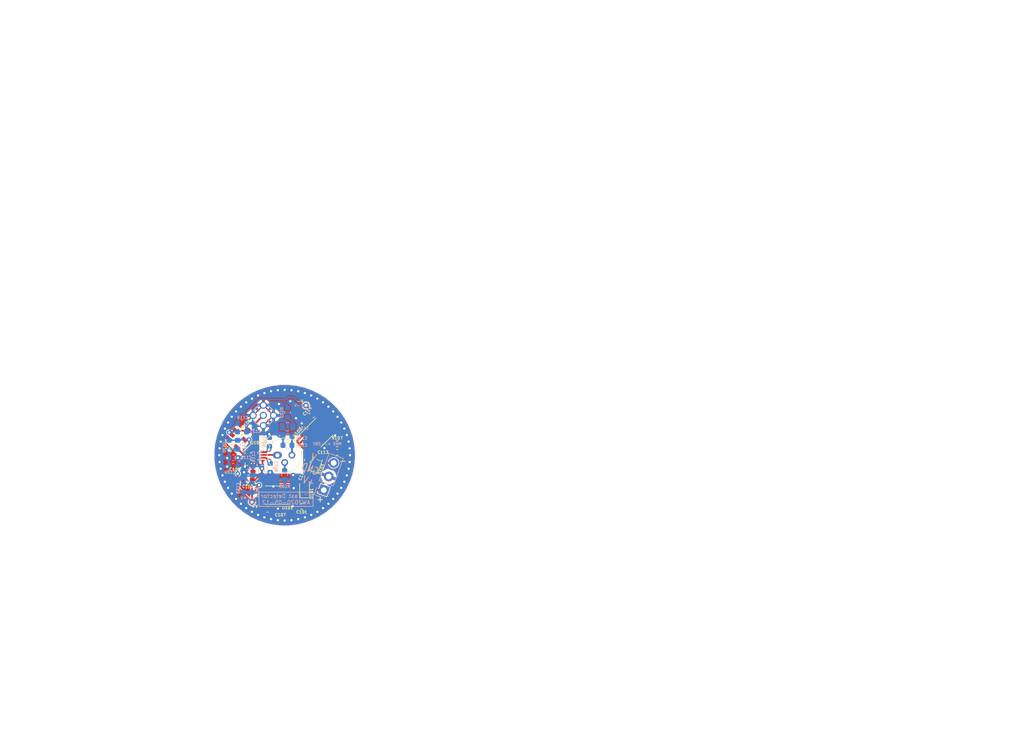
<source format=kicad_pcb>
(kicad_pcb (version 20171130) (host pcbnew 5.1.6-c6e7f7d~86~ubuntu19.10.1)

  (general
    (thickness 1.6)
    (drawings 28)
    (tracks 316)
    (zones 0)
    (modules 37)
    (nets 32)
  )

  (page A4)
  (title_block
    (title "One Inch Photodetector - WSON8")
    (date 2020-02)
    (company "anders.e.e.wallin \"at\" gmail.com")
  )

  (layers
    (0 F.Cu signal)
    (31 B.Cu signal)
    (32 B.Adhes user hide)
    (33 F.Adhes user hide)
    (34 B.Paste user hide)
    (35 F.Paste user hide)
    (36 B.SilkS user)
    (37 F.SilkS user)
    (38 B.Mask user hide)
    (39 F.Mask user hide)
    (40 Dwgs.User user)
    (41 Cmts.User user)
    (42 Eco1.User user)
    (43 Eco2.User user)
    (44 Edge.Cuts user)
    (45 Margin user)
    (46 B.CrtYd user)
    (47 F.CrtYd user)
    (48 B.Fab user hide)
    (49 F.Fab user hide)
  )

  (setup
    (last_trace_width 0.3)
    (trace_clearance 0.15)
    (zone_clearance 0.127)
    (zone_45_only no)
    (trace_min 0.1)
    (via_size 0.8)
    (via_drill 0.4)
    (via_min_size 0.4)
    (via_min_drill 0.2)
    (user_via 0.8 0.4)
    (uvia_size 0.3)
    (uvia_drill 0.1)
    (uvias_allowed no)
    (uvia_min_size 0.2)
    (uvia_min_drill 0.1)
    (edge_width 0.05)
    (segment_width 0.2)
    (pcb_text_width 0.3)
    (pcb_text_size 1.5 1.5)
    (mod_edge_width 0.12)
    (mod_text_size 1 1)
    (mod_text_width 0.15)
    (pad_size 0.875 0.95)
    (pad_drill 0)
    (pad_to_mask_clearance 0.051)
    (solder_mask_min_width 0.25)
    (aux_axis_origin 0 0)
    (visible_elements 7FFFFFFF)
    (pcbplotparams
      (layerselection 0x010fc_ffffffff)
      (usegerberextensions false)
      (usegerberattributes false)
      (usegerberadvancedattributes false)
      (creategerberjobfile false)
      (excludeedgelayer true)
      (linewidth 0.100000)
      (plotframeref false)
      (viasonmask false)
      (mode 1)
      (useauxorigin false)
      (hpglpennumber 1)
      (hpglpenspeed 20)
      (hpglpendiameter 15.000000)
      (psnegative false)
      (psa4output false)
      (plotreference true)
      (plotvalue true)
      (plotinvisibletext false)
      (padsonsilk false)
      (subtractmaskfromsilk false)
      (outputformat 1)
      (mirror false)
      (drillshape 0)
      (scaleselection 1)
      (outputdirectory "cam"))
  )

  (net 0 "")
  (net 1 "Net-(D102-Pad2)")
  (net 2 GND)
  (net 3 "Net-(C101-Pad1)")
  (net 4 "Net-(U101-Pad4)")
  (net 5 "Net-(U102-Pad7)")
  (net 6 "Net-(U102-Pad4)")
  (net 7 /-V)
  (net 8 "Net-(C112-Pad2)")
  (net 9 "Net-(J101-Pad1)")
  (net 10 "Net-(L101-Pad1)")
  (net 11 /+VIN)
  (net 12 /-VIN)
  (net 13 /VBIAS)
  (net 14 /SET+)
  (net 15 /SET-)
  (net 16 "Net-(C105-Pad1)")
  (net 17 "Net-(C106-Pad2)")
  (net 18 /PD)
  (net 19 "Net-(U103-Pad10)")
  (net 20 "Net-(U104-Pad3)")
  (net 21 "Net-(R106-Pad2)")
  (net 22 /+V)
  (net 23 "Net-(U103-Pad16)")
  (net 24 "Net-(U103-Pad15)")
  (net 25 "Net-(U103-Pad13)")
  (net 26 "Net-(U103-Pad11)")
  (net 27 "Net-(U103-Pad9)")
  (net 28 "Net-(U103-Pad8)")
  (net 29 "Net-(U103-Pad7)")
  (net 30 "Net-(U103-Pad6)")
  (net 31 "Net-(U103-Pad5)")

  (net_class Default "This is the default net class."
    (clearance 0.15)
    (trace_width 0.3)
    (via_dia 0.8)
    (via_drill 0.4)
    (uvia_dia 0.3)
    (uvia_drill 0.1)
    (add_net /+V)
    (add_net /+VIN)
    (add_net /-V)
    (add_net /-VIN)
    (add_net /PD)
    (add_net /SET+)
    (add_net /SET-)
    (add_net /VBIAS)
    (add_net "Net-(C101-Pad1)")
    (add_net "Net-(C105-Pad1)")
    (add_net "Net-(C106-Pad2)")
    (add_net "Net-(C112-Pad2)")
    (add_net "Net-(D102-Pad2)")
    (add_net "Net-(J101-Pad1)")
    (add_net "Net-(L101-Pad1)")
    (add_net "Net-(R106-Pad2)")
    (add_net "Net-(U101-Pad4)")
    (add_net "Net-(U102-Pad4)")
    (add_net "Net-(U102-Pad7)")
    (add_net "Net-(U103-Pad10)")
    (add_net "Net-(U103-Pad11)")
    (add_net "Net-(U103-Pad13)")
    (add_net "Net-(U103-Pad15)")
    (add_net "Net-(U103-Pad16)")
    (add_net "Net-(U103-Pad5)")
    (add_net "Net-(U103-Pad6)")
    (add_net "Net-(U103-Pad7)")
    (add_net "Net-(U103-Pad8)")
    (add_net "Net-(U103-Pad9)")
    (add_net "Net-(U104-Pad3)")
  )

  (net_class PWR ""
    (clearance 0.15)
    (trace_width 0.3)
    (via_dia 1)
    (via_drill 0.6)
    (uvia_dia 0.3)
    (uvia_drill 0.1)
    (add_net GND)
  )

  (module Package_DFN_QFN:QFN-16-1EP_3x3mm_P0.5mm_EP1.75x1.75mm_ThermalVias (layer F.Cu) (tedit 5EB2FA6A) (tstamp 5EB0D3CA)
    (at 144.653 100.203 180)
    (descr "QFN, 16 Pin (https://www.onsemi.com/pub/Collateral/NCN4555-D.PDF), generated with kicad-footprint-generator ipc_noLead_generator.py")
    (tags "QFN NoLead")
    (path /5EB7DC44)
    (attr smd)
    (fp_text reference U103 (at -0.347 2.403) (layer F.SilkS)
      (effects (font (size 0.5 0.5) (thickness 0.1)))
    )
    (fp_text value HMC799LP3E (at 0 2.8) (layer F.Fab)
      (effects (font (size 1 1) (thickness 0.15)))
    )
    (fp_line (start 1.135 -1.61) (end 1.61 -1.61) (layer F.SilkS) (width 0.12))
    (fp_line (start 1.61 -1.61) (end 1.61 -1.135) (layer F.SilkS) (width 0.12))
    (fp_line (start -1.135 1.61) (end -1.61 1.61) (layer F.SilkS) (width 0.12))
    (fp_line (start -1.61 1.61) (end -1.61 1.135) (layer F.SilkS) (width 0.12))
    (fp_line (start 1.135 1.61) (end 1.61 1.61) (layer F.SilkS) (width 0.12))
    (fp_line (start 1.61 1.61) (end 1.61 1.135) (layer F.SilkS) (width 0.12))
    (fp_line (start -1.135 -1.61) (end -1.61 -1.61) (layer F.SilkS) (width 0.12))
    (fp_line (start -0.75 -1.5) (end 1.5 -1.5) (layer F.Fab) (width 0.1))
    (fp_line (start 1.5 -1.5) (end 1.5 1.5) (layer F.Fab) (width 0.1))
    (fp_line (start 1.5 1.5) (end -1.5 1.5) (layer F.Fab) (width 0.1))
    (fp_line (start -1.5 1.5) (end -1.5 -0.75) (layer F.Fab) (width 0.1))
    (fp_line (start -1.5 -0.75) (end -0.75 -1.5) (layer F.Fab) (width 0.1))
    (fp_line (start -2.1 -2.1) (end -2.1 2.1) (layer F.CrtYd) (width 0.05))
    (fp_line (start -2.1 2.1) (end 2.1 2.1) (layer F.CrtYd) (width 0.05))
    (fp_line (start 2.1 2.1) (end 2.1 -2.1) (layer F.CrtYd) (width 0.05))
    (fp_line (start 2.1 -2.1) (end -2.1 -2.1) (layer F.CrtYd) (width 0.05))
    (fp_text user %R (at 0 0) (layer F.Fab)
      (effects (font (size 0.75 0.75) (thickness 0.11)))
    )
    (pad "" smd roundrect (at 0.44 0.44 180) (size 0.76 0.76) (layers F.Paste) (roundrect_rratio 0.25))
    (pad "" smd roundrect (at 0.44 -0.44 180) (size 0.76 0.76) (layers F.Paste) (roundrect_rratio 0.25))
    (pad "" smd roundrect (at -0.44 0.44 180) (size 0.76 0.76) (layers F.Paste) (roundrect_rratio 0.25))
    (pad "" smd roundrect (at -0.44 -0.44 180) (size 0.76 0.76) (layers F.Paste) (roundrect_rratio 0.25))
    (pad 17 smd rect (at 0 0 180) (size 1.75 1.75) (layers B.Cu)
      (net 2 GND) (zone_connect 2))
    (pad 17 thru_hole circle (at 0.625 0.625 180) (size 0.5 0.5) (drill 0.2) (layers *.Cu)
      (net 2 GND) (zone_connect 2))
    (pad 17 thru_hole circle (at -0.625 0.625 180) (size 0.5 0.5) (drill 0.2) (layers *.Cu)
      (net 2 GND) (zone_connect 2))
    (pad 17 thru_hole circle (at 0.625 -0.625 180) (size 0.5 0.5) (drill 0.2) (layers *.Cu)
      (net 2 GND) (zone_connect 2))
    (pad 17 thru_hole circle (at -0.625 -0.625 180) (size 0.5 0.5) (drill 0.2) (layers *.Cu)
      (net 2 GND) (zone_connect 2))
    (pad 17 smd rect (at 0 0 180) (size 1.75 1.75) (layers F.Cu F.Mask)
      (net 2 GND))
    (pad 16 smd roundrect (at -0.75 -1.4625 180) (size 0.25 0.775) (layers F.Cu F.Paste F.Mask) (roundrect_rratio 0.25)
      (net 23 "Net-(U103-Pad16)"))
    (pad 15 smd roundrect (at -0.25 -1.4625 180) (size 0.25 0.775) (layers F.Cu F.Paste F.Mask) (roundrect_rratio 0.25)
      (net 24 "Net-(U103-Pad15)"))
    (pad 14 smd roundrect (at 0.25 -1.4625 180) (size 0.25 0.775) (layers F.Cu F.Paste F.Mask) (roundrect_rratio 0.25)
      (net 22 /+V))
    (pad 13 smd roundrect (at 0.75 -1.4625 180) (size 0.25 0.775) (layers F.Cu F.Paste F.Mask) (roundrect_rratio 0.25)
      (net 25 "Net-(U103-Pad13)"))
    (pad 12 smd roundrect (at 1.4625 -0.75 180) (size 0.775 0.25) (layers F.Cu F.Paste F.Mask) (roundrect_rratio 0.25)
      (net 22 /+V))
    (pad 11 smd roundrect (at 1.4625 -0.25 180) (size 0.775 0.25) (layers F.Cu F.Paste F.Mask) (roundrect_rratio 0.25)
      (net 26 "Net-(U103-Pad11)"))
    (pad 10 smd roundrect (at 1.4625 0.25 180) (size 0.775 0.25) (layers F.Cu F.Paste F.Mask) (roundrect_rratio 0.25)
      (net 19 "Net-(U103-Pad10)"))
    (pad 9 smd roundrect (at 1.4625 0.75 180) (size 0.775 0.25) (layers F.Cu F.Paste F.Mask) (roundrect_rratio 0.25)
      (net 27 "Net-(U103-Pad9)"))
    (pad 8 smd roundrect (at 0.75 1.4625 180) (size 0.25 0.775) (layers F.Cu F.Paste F.Mask) (roundrect_rratio 0.25)
      (net 28 "Net-(U103-Pad8)"))
    (pad 7 smd roundrect (at 0.25 1.4625 180) (size 0.25 0.775) (layers F.Cu F.Paste F.Mask) (roundrect_rratio 0.25)
      (net 29 "Net-(U103-Pad7)"))
    (pad 6 smd roundrect (at -0.25 1.4625 180) (size 0.25 0.775) (layers F.Cu F.Paste F.Mask) (roundrect_rratio 0.25)
      (net 30 "Net-(U103-Pad6)"))
    (pad 5 smd roundrect (at -0.75 1.4625 180) (size 0.25 0.775) (layers F.Cu F.Paste F.Mask) (roundrect_rratio 0.25)
      (net 31 "Net-(U103-Pad5)"))
    (pad 4 smd roundrect (at -1.4625 0.75 180) (size 0.775 0.25) (layers F.Cu F.Paste F.Mask) (roundrect_rratio 0.25)
      (net 16 "Net-(C105-Pad1)"))
    (pad 3 smd roundrect (at -1.4625 0.25 180) (size 0.775 0.25) (layers F.Cu F.Paste F.Mask) (roundrect_rratio 0.25)
      (net 18 /PD))
    (pad 2 smd roundrect (at -1.4625 -0.25 180) (size 0.775 0.25) (layers F.Cu F.Paste F.Mask) (roundrect_rratio 0.25)
      (net 17 "Net-(C106-Pad2)"))
    (pad 1 smd roundrect (at -1.4625 -0.75 180) (size 0.775 0.25) (layers F.Cu F.Paste F.Mask) (roundrect_rratio 0.25)
      (net 22 /+V))
    (model ${KISYS3DMOD}/Package_DFN_QFN.3dshapes/QFN-16-1EP_3x3mm_P0.5mm_EP1.75x1.75mm.wrl
      (at (xyz 0 0 0))
      (scale (xyz 1 1 1))
      (rotate (xyz 0 0 0))
    )
  )

  (module Package_TO_SOT_SMD:SOT-23-5 (layer F.Cu) (tedit 5A02FF57) (tstamp 5EB0D3DF)
    (at 141.478 97.155 315)
    (descr "5-pin SOT23 package")
    (tags SOT-23-5)
    (path /5EC2D343)
    (attr smd)
    (fp_text reference U104 (at 0.082731 2.172939 135) (layer F.SilkS)
      (effects (font (size 0.5 0.5) (thickness 0.1)))
    )
    (fp_text value BUF602xDBV (at 0 2.9 135) (layer F.Fab)
      (effects (font (size 1 1) (thickness 0.15)))
    )
    (fp_line (start -0.9 1.61) (end 0.9 1.61) (layer F.SilkS) (width 0.12))
    (fp_line (start 0.9 -1.61) (end -1.55 -1.61) (layer F.SilkS) (width 0.12))
    (fp_line (start -1.9 -1.8) (end 1.9 -1.8) (layer F.CrtYd) (width 0.05))
    (fp_line (start 1.9 -1.8) (end 1.9 1.8) (layer F.CrtYd) (width 0.05))
    (fp_line (start 1.9 1.8) (end -1.9 1.8) (layer F.CrtYd) (width 0.05))
    (fp_line (start -1.9 1.8) (end -1.9 -1.8) (layer F.CrtYd) (width 0.05))
    (fp_line (start -0.9 -0.9) (end -0.25 -1.55) (layer F.Fab) (width 0.1))
    (fp_line (start 0.9 -1.55) (end -0.25 -1.55) (layer F.Fab) (width 0.1))
    (fp_line (start -0.9 -0.9) (end -0.9 1.55) (layer F.Fab) (width 0.1))
    (fp_line (start 0.9 1.55) (end -0.9 1.55) (layer F.Fab) (width 0.1))
    (fp_line (start 0.9 -1.55) (end 0.9 1.55) (layer F.Fab) (width 0.1))
    (fp_text user %R (at 0 0 45) (layer F.Fab)
      (effects (font (size 0.5 0.5) (thickness 0.075)))
    )
    (pad 5 smd rect (at 1.1 -0.95 315) (size 1.06 0.65) (layers F.Cu F.Paste F.Mask)
      (net 22 /+V))
    (pad 4 smd rect (at 1.1 0.95 315) (size 1.06 0.65) (layers F.Cu F.Paste F.Mask)
      (net 19 "Net-(U103-Pad10)"))
    (pad 3 smd rect (at -1.1 0.95 315) (size 1.06 0.65) (layers F.Cu F.Paste F.Mask)
      (net 20 "Net-(U104-Pad3)"))
    (pad 2 smd rect (at -1.1 0 315) (size 1.06 0.65) (layers F.Cu F.Paste F.Mask)
      (net 7 /-V))
    (pad 1 smd rect (at -1.1 -0.95 315) (size 1.06 0.65) (layers F.Cu F.Paste F.Mask)
      (net 21 "Net-(R106-Pad2)"))
    (model ${KISYS3DMOD}/Package_TO_SOT_SMD.3dshapes/SOT-23-5.wrl
      (at (xyz 0 0 0))
      (scale (xyz 1 1 1))
      (rotate (xyz 0 0 0))
    )
  )

  (module Package_SO:MSOP-12-1EP_3x4mm_P0.65mm_EP1.65x2.85mm (layer F.Cu) (tedit 5DC5FE75) (tstamp 5EB0D3A0)
    (at 155.956 96.012 45)
    (descr "MSOP, 12 Pin (https://www.analog.com/media/en/technical-documentation/data-sheets/3652fe.pdf#page=24), generated with kicad-footprint-generator ipc_gullwing_generator.py")
    (tags "MSOP SO")
    (path /5EB0C6CE)
    (attr smd)
    (fp_text reference U102 (at -2.612052 -2.629023 45) (layer F.SilkS)
      (effects (font (size 0.5 0.5) (thickness 0.1)))
    )
    (fp_text value LT3094xMSE (at 0 2.95 45) (layer F.Fab)
      (effects (font (size 1 1) (thickness 0.15)))
    )
    (fp_line (start 0 2.11) (end 1.5 2.11) (layer F.SilkS) (width 0.12))
    (fp_line (start 0 2.11) (end -1.5 2.11) (layer F.SilkS) (width 0.12))
    (fp_line (start 0 -2.11) (end 1.5 -2.11) (layer F.SilkS) (width 0.12))
    (fp_line (start 0 -2.11) (end -2.875 -2.11) (layer F.SilkS) (width 0.12))
    (fp_line (start -0.75 -2) (end 1.5 -2) (layer F.Fab) (width 0.1))
    (fp_line (start 1.5 -2) (end 1.5 2) (layer F.Fab) (width 0.1))
    (fp_line (start 1.5 2) (end -1.5 2) (layer F.Fab) (width 0.1))
    (fp_line (start -1.5 2) (end -1.5 -1.25) (layer F.Fab) (width 0.1))
    (fp_line (start -1.5 -1.25) (end -0.75 -2) (layer F.Fab) (width 0.1))
    (fp_line (start -3.12 -2.25) (end -3.12 2.25) (layer F.CrtYd) (width 0.05))
    (fp_line (start -3.12 2.25) (end 3.12 2.25) (layer F.CrtYd) (width 0.05))
    (fp_line (start 3.12 2.25) (end 3.12 -2.25) (layer F.CrtYd) (width 0.05))
    (fp_line (start 3.12 -2.25) (end -3.12 -2.25) (layer F.CrtYd) (width 0.05))
    (fp_text user %R (at 0 0 45) (layer F.Fab)
      (effects (font (size 0.75 0.75) (thickness 0.11)))
    )
    (pad "" smd roundrect (at 0.41 0.71 45) (size 0.67 1.15) (layers F.Paste) (roundrect_rratio 0.25))
    (pad "" smd roundrect (at 0.41 -0.71 45) (size 0.67 1.15) (layers F.Paste) (roundrect_rratio 0.25))
    (pad "" smd roundrect (at -0.41 0.71 45) (size 0.67 1.15) (layers F.Paste) (roundrect_rratio 0.25))
    (pad "" smd roundrect (at -0.41 -0.71 45) (size 0.67 1.15) (layers F.Paste) (roundrect_rratio 0.25))
    (pad 13 smd rect (at 0 0 45) (size 1.65 2.85) (layers F.Cu F.Mask)
      (net 8 "Net-(C112-Pad2)"))
    (pad 12 smd roundrect (at 2.15 -1.625 45) (size 1.45 0.4) (layers F.Cu F.Paste F.Mask) (roundrect_rratio 0.25)
      (net 7 /-V))
    (pad 11 smd roundrect (at 2.15 -0.975 45) (size 1.45 0.4) (layers F.Cu F.Paste F.Mask) (roundrect_rratio 0.25)
      (net 7 /-V))
    (pad 10 smd roundrect (at 2.15 -0.325 45) (size 1.45 0.4) (layers F.Cu F.Paste F.Mask) (roundrect_rratio 0.25)
      (net 7 /-V))
    (pad 9 smd roundrect (at 2.15 0.325 45) (size 1.45 0.4) (layers F.Cu F.Paste F.Mask) (roundrect_rratio 0.25)
      (net 2 GND))
    (pad 8 smd roundrect (at 2.15 0.975 45) (size 1.45 0.4) (layers F.Cu F.Paste F.Mask) (roundrect_rratio 0.25)
      (net 15 /SET-))
    (pad 7 smd roundrect (at 2.15 1.625 45) (size 1.45 0.4) (layers F.Cu F.Paste F.Mask) (roundrect_rratio 0.25)
      (net 5 "Net-(U102-Pad7)"))
    (pad 6 smd roundrect (at -2.15 1.625 45) (size 1.45 0.4) (layers F.Cu F.Paste F.Mask) (roundrect_rratio 0.25)
      (net 2 GND))
    (pad 5 smd roundrect (at -2.15 0.975 45) (size 1.45 0.4) (layers F.Cu F.Paste F.Mask) (roundrect_rratio 0.25)
      (net 8 "Net-(C112-Pad2)"))
    (pad 4 smd roundrect (at -2.15 0.325 45) (size 1.45 0.4) (layers F.Cu F.Paste F.Mask) (roundrect_rratio 0.25)
      (net 6 "Net-(U102-Pad4)"))
    (pad 3 smd roundrect (at -2.15 -0.325 45) (size 1.45 0.4) (layers F.Cu F.Paste F.Mask) (roundrect_rratio 0.25)
      (net 8 "Net-(C112-Pad2)"))
    (pad 2 smd roundrect (at -2.15 -0.975 45) (size 1.45 0.4) (layers F.Cu F.Paste F.Mask) (roundrect_rratio 0.25)
      (net 8 "Net-(C112-Pad2)"))
    (pad 1 smd roundrect (at -2.15 -1.625 45) (size 1.45 0.4) (layers F.Cu F.Paste F.Mask) (roundrect_rratio 0.25)
      (net 8 "Net-(C112-Pad2)"))
    (model ${KISYS3DMOD}/Package_SO.3dshapes/MSOP-12-1EP_3x4mm_P0.65mm_EP1.65x2.85mm.wrl
      (at (xyz 0 0 0))
      (scale (xyz 1 1 1))
      (rotate (xyz 0 0 0))
    )
  )

  (module Package_TO_SOT_THT:TO-18-3 (layer F.Cu) (tedit 5A02FF81) (tstamp 5EB0D21D)
    (at 148.73 100)
    (descr TO-18-3)
    (tags TO-18-3)
    (path /5EB51194)
    (fp_text reference D102 (at 1.27 -4.02) (layer F.SilkS) hide
      (effects (font (size 1 1) (thickness 0.15)))
    )
    (fp_text value S5973 (at 1.27 4.02) (layer F.Fab)
      (effects (font (size 1 1) (thickness 0.15)))
    )
    (fp_line (start -0.329057 -2.419301) (end -1.156372 -3.246616) (layer F.Fab) (width 0.1))
    (fp_line (start -1.156372 -3.246616) (end -1.976616 -2.426372) (layer F.Fab) (width 0.1))
    (fp_line (start -1.976616 -2.426372) (end -1.149301 -1.599057) (layer F.Fab) (width 0.1))
    (fp_line (start -0.312331 -2.572281) (end -1.224499 -3.484448) (layer F.SilkS) (width 0.12))
    (fp_line (start -1.224499 -3.484448) (end -2.214448 -2.494499) (layer F.SilkS) (width 0.12))
    (fp_line (start -2.214448 -2.494499) (end -1.302281 -1.582331) (layer F.SilkS) (width 0.12))
    (fp_line (start -2.23 -3.5) (end -2.23 3.15) (layer F.CrtYd) (width 0.05))
    (fp_line (start -2.23 3.15) (end 4.42 3.15) (layer F.CrtYd) (width 0.05))
    (fp_line (start 4.42 3.15) (end 4.42 -3.5) (layer F.CrtYd) (width 0.05))
    (fp_line (start 4.42 -3.5) (end -2.23 -3.5) (layer F.CrtYd) (width 0.05))
    (fp_circle (center 1.27 0) (end 3.67 0) (layer F.Fab) (width 0.1))
    (fp_arc (start 1.27 0) (end -0.312331 -2.572281) (angle 333.2) (layer F.SilkS) (width 0.12))
    (fp_arc (start 1.27 0) (end -0.329057 -2.419301) (angle 336.9) (layer F.Fab) (width 0.1))
    (fp_text user %R (at 1.27 -4.02) (layer F.Fab)
      (effects (font (size 1 1) (thickness 0.15)))
    )
    (pad 3 thru_hole oval (at 2.54 0) (size 1.2 1.2) (drill 0.7) (layers *.Cu *.Mask)
      (net 13 /VBIAS))
    (pad 2 thru_hole oval (at 1.27 1.27) (size 1.2 1.2) (drill 0.7) (layers *.Cu *.Mask)
      (net 1 "Net-(D102-Pad2)"))
    (pad 1 thru_hole oval (at 0 0) (size 1.6 1.2) (drill 0.7) (layers *.Cu *.Mask)
      (net 18 /PD))
    (model ${KISYS3DMOD}/Package_TO_SOT_THT.3dshapes/TO-18-3.wrl
      (at (xyz 0 0 0))
      (scale (xyz 1 1 1))
      (rotate (xyz 0 0 0))
    )
  )

  (module Capacitor_SMD:C_0603_1608Metric (layer B.Cu) (tedit 5B301BBE) (tstamp 5EB0D1C9)
    (at 142.494 95.885)
    (descr "Capacitor SMD 0603 (1608 Metric), square (rectangular) end terminal, IPC_7351 nominal, (Body size source: http://www.tortai-tech.com/upload/download/2011102023233369053.pdf), generated with kicad-footprint-generator")
    (tags capacitor)
    (path /5EC75515)
    (attr smd)
    (fp_text reference C121 (at 2.306 -0.085) (layer B.SilkS)
      (effects (font (size 0.5 0.5) (thickness 0.1)) (justify mirror))
    )
    (fp_text value 100n (at 0 -1.43) (layer B.Fab)
      (effects (font (size 1 1) (thickness 0.15)) (justify mirror))
    )
    (fp_line (start -0.8 -0.4) (end -0.8 0.4) (layer B.Fab) (width 0.1))
    (fp_line (start -0.8 0.4) (end 0.8 0.4) (layer B.Fab) (width 0.1))
    (fp_line (start 0.8 0.4) (end 0.8 -0.4) (layer B.Fab) (width 0.1))
    (fp_line (start 0.8 -0.4) (end -0.8 -0.4) (layer B.Fab) (width 0.1))
    (fp_line (start -0.162779 0.51) (end 0.162779 0.51) (layer B.SilkS) (width 0.12))
    (fp_line (start -0.162779 -0.51) (end 0.162779 -0.51) (layer B.SilkS) (width 0.12))
    (fp_line (start -1.48 -0.73) (end -1.48 0.73) (layer B.CrtYd) (width 0.05))
    (fp_line (start -1.48 0.73) (end 1.48 0.73) (layer B.CrtYd) (width 0.05))
    (fp_line (start 1.48 0.73) (end 1.48 -0.73) (layer B.CrtYd) (width 0.05))
    (fp_line (start 1.48 -0.73) (end -1.48 -0.73) (layer B.CrtYd) (width 0.05))
    (fp_text user %R (at 0 0) (layer B.Fab)
      (effects (font (size 0.4 0.4) (thickness 0.06)) (justify mirror))
    )
    (pad 2 smd roundrect (at 0.7875 0) (size 0.875 0.95) (layers B.Cu B.Paste B.Mask) (roundrect_rratio 0.25)
      (net 2 GND))
    (pad 1 smd roundrect (at -0.7875 0) (size 0.875 0.95) (layers B.Cu B.Paste B.Mask) (roundrect_rratio 0.25)
      (net 7 /-V))
    (model ${KISYS3DMOD}/Capacitor_SMD.3dshapes/C_0603_1608Metric.wrl
      (at (xyz 0 0 0))
      (scale (xyz 1 1 1))
      (rotate (xyz 0 0 0))
    )
  )

  (module Capacitor_SMD:C_0603_1608Metric (layer B.Cu) (tedit 5B301BBE) (tstamp 5EB0D1B8)
    (at 140.208 98.171 90)
    (descr "Capacitor SMD 0603 (1608 Metric), square (rectangular) end terminal, IPC_7351 nominal, (Body size source: http://www.tortai-tech.com/upload/download/2011102023233369053.pdf), generated with kicad-footprint-generator")
    (tags capacitor)
    (path /5EC62874)
    (attr smd)
    (fp_text reference C120 (at -0.429 -0.808 270) (layer B.SilkS)
      (effects (font (size 0.5 0.5) (thickness 0.1)) (justify mirror))
    )
    (fp_text value 100n (at 0 -1.43 270) (layer B.Fab)
      (effects (font (size 1 1) (thickness 0.15)) (justify mirror))
    )
    (fp_line (start -0.8 -0.4) (end -0.8 0.4) (layer B.Fab) (width 0.1))
    (fp_line (start -0.8 0.4) (end 0.8 0.4) (layer B.Fab) (width 0.1))
    (fp_line (start 0.8 0.4) (end 0.8 -0.4) (layer B.Fab) (width 0.1))
    (fp_line (start 0.8 -0.4) (end -0.8 -0.4) (layer B.Fab) (width 0.1))
    (fp_line (start -0.162779 0.51) (end 0.162779 0.51) (layer B.SilkS) (width 0.12))
    (fp_line (start -0.162779 -0.51) (end 0.162779 -0.51) (layer B.SilkS) (width 0.12))
    (fp_line (start -1.48 -0.73) (end -1.48 0.73) (layer B.CrtYd) (width 0.05))
    (fp_line (start -1.48 0.73) (end 1.48 0.73) (layer B.CrtYd) (width 0.05))
    (fp_line (start 1.48 0.73) (end 1.48 -0.73) (layer B.CrtYd) (width 0.05))
    (fp_line (start 1.48 -0.73) (end -1.48 -0.73) (layer B.CrtYd) (width 0.05))
    (fp_text user %R (at 0 0 270) (layer B.Fab)
      (effects (font (size 0.4 0.4) (thickness 0.06)) (justify mirror))
    )
    (pad 2 smd roundrect (at 0.7875 0 90) (size 0.875 0.95) (layers B.Cu B.Paste B.Mask) (roundrect_rratio 0.25)
      (net 22 /+V))
    (pad 1 smd roundrect (at -0.7875 0 90) (size 0.875 0.95) (layers B.Cu B.Paste B.Mask) (roundrect_rratio 0.25)
      (net 2 GND))
    (model ${KISYS3DMOD}/Capacitor_SMD.3dshapes/C_0603_1608Metric.wrl
      (at (xyz 0 0 0))
      (scale (xyz 1 1 1))
      (rotate (xyz 0 0 0))
    )
  )

  (module Capacitor_SMD:C_0603_1608Metric (layer B.Cu) (tedit 5B301BBE) (tstamp 5EB0D1A7)
    (at 142.494 94.361)
    (descr "Capacitor SMD 0603 (1608 Metric), square (rectangular) end terminal, IPC_7351 nominal, (Body size source: http://www.tortai-tech.com/upload/download/2011102023233369053.pdf), generated with kicad-footprint-generator")
    (tags capacitor)
    (path /5EC75A76)
    (attr smd)
    (fp_text reference C119 (at 0.106 -0.961) (layer B.SilkS)
      (effects (font (size 0.5 0.5) (thickness 0.1)) (justify mirror))
    )
    (fp_text value 4u7 (at 0 -1.43) (layer B.Fab)
      (effects (font (size 1 1) (thickness 0.15)) (justify mirror))
    )
    (fp_line (start -0.8 -0.4) (end -0.8 0.4) (layer B.Fab) (width 0.1))
    (fp_line (start -0.8 0.4) (end 0.8 0.4) (layer B.Fab) (width 0.1))
    (fp_line (start 0.8 0.4) (end 0.8 -0.4) (layer B.Fab) (width 0.1))
    (fp_line (start 0.8 -0.4) (end -0.8 -0.4) (layer B.Fab) (width 0.1))
    (fp_line (start -0.162779 0.51) (end 0.162779 0.51) (layer B.SilkS) (width 0.12))
    (fp_line (start -0.162779 -0.51) (end 0.162779 -0.51) (layer B.SilkS) (width 0.12))
    (fp_line (start -1.48 -0.73) (end -1.48 0.73) (layer B.CrtYd) (width 0.05))
    (fp_line (start -1.48 0.73) (end 1.48 0.73) (layer B.CrtYd) (width 0.05))
    (fp_line (start 1.48 0.73) (end 1.48 -0.73) (layer B.CrtYd) (width 0.05))
    (fp_line (start 1.48 -0.73) (end -1.48 -0.73) (layer B.CrtYd) (width 0.05))
    (fp_text user %R (at 0 0) (layer B.Fab)
      (effects (font (size 0.4 0.4) (thickness 0.06)) (justify mirror))
    )
    (pad 2 smd roundrect (at 0.7875 0) (size 0.875 0.95) (layers B.Cu B.Paste B.Mask) (roundrect_rratio 0.25)
      (net 2 GND))
    (pad 1 smd roundrect (at -0.7875 0) (size 0.875 0.95) (layers B.Cu B.Paste B.Mask) (roundrect_rratio 0.25)
      (net 7 /-V))
    (model ${KISYS3DMOD}/Capacitor_SMD.3dshapes/C_0603_1608Metric.wrl
      (at (xyz 0 0 0))
      (scale (xyz 1 1 1))
      (rotate (xyz 0 0 0))
    )
  )

  (module Capacitor_SMD:C_0603_1608Metric (layer B.Cu) (tedit 5B301BBE) (tstamp 5EB0D196)
    (at 141.732 98.171 90)
    (descr "Capacitor SMD 0603 (1608 Metric), square (rectangular) end terminal, IPC_7351 nominal, (Body size source: http://www.tortai-tech.com/upload/download/2011102023233369053.pdf), generated with kicad-footprint-generator")
    (tags capacitor)
    (path /5EC62E1F)
    (attr smd)
    (fp_text reference C118 (at -0.429 1.068 270) (layer B.SilkS)
      (effects (font (size 0.5 0.5) (thickness 0.1)) (justify mirror))
    )
    (fp_text value 4u7 (at 0 -1.43 270) (layer B.Fab)
      (effects (font (size 1 1) (thickness 0.15)) (justify mirror))
    )
    (fp_line (start -0.8 -0.4) (end -0.8 0.4) (layer B.Fab) (width 0.1))
    (fp_line (start -0.8 0.4) (end 0.8 0.4) (layer B.Fab) (width 0.1))
    (fp_line (start 0.8 0.4) (end 0.8 -0.4) (layer B.Fab) (width 0.1))
    (fp_line (start 0.8 -0.4) (end -0.8 -0.4) (layer B.Fab) (width 0.1))
    (fp_line (start -0.162779 0.51) (end 0.162779 0.51) (layer B.SilkS) (width 0.12))
    (fp_line (start -0.162779 -0.51) (end 0.162779 -0.51) (layer B.SilkS) (width 0.12))
    (fp_line (start -1.48 -0.73) (end -1.48 0.73) (layer B.CrtYd) (width 0.05))
    (fp_line (start -1.48 0.73) (end 1.48 0.73) (layer B.CrtYd) (width 0.05))
    (fp_line (start 1.48 0.73) (end 1.48 -0.73) (layer B.CrtYd) (width 0.05))
    (fp_line (start 1.48 -0.73) (end -1.48 -0.73) (layer B.CrtYd) (width 0.05))
    (fp_text user %R (at 0 0 270) (layer B.Fab)
      (effects (font (size 0.4 0.4) (thickness 0.06)) (justify mirror))
    )
    (pad 2 smd roundrect (at 0.7875 0 90) (size 0.875 0.95) (layers B.Cu B.Paste B.Mask) (roundrect_rratio 0.25)
      (net 22 /+V))
    (pad 1 smd roundrect (at -0.7875 0 90) (size 0.875 0.95) (layers B.Cu B.Paste B.Mask) (roundrect_rratio 0.25)
      (net 2 GND))
    (model ${KISYS3DMOD}/Capacitor_SMD.3dshapes/C_0603_1608Metric.wrl
      (at (xyz 0 0 0))
      (scale (xyz 1 1 1))
      (rotate (xyz 0 0 0))
    )
  )

  (module Capacitor_SMD:C_0603_1608Metric (layer B.Cu) (tedit 5EB637BA) (tstamp 5EB0D174)
    (at 145.923 102.743 90)
    (descr "Capacitor SMD 0603 (1608 Metric), square (rectangular) end terminal, IPC_7351 nominal, (Body size source: http://www.tortai-tech.com/upload/download/2011102023233369053.pdf), generated with kicad-footprint-generator")
    (tags capacitor)
    (path /5EBC2FEF)
    (attr smd)
    (fp_text reference C116 (at 2.743 -0.173 270) (layer B.SilkS)
      (effects (font (size 0.5 0.5) (thickness 0.1)) (justify mirror))
    )
    (fp_text value 100n (at 0 -1.43 270) (layer B.Fab)
      (effects (font (size 1 1) (thickness 0.15)) (justify mirror))
    )
    (fp_line (start -0.8 -0.4) (end -0.8 0.4) (layer B.Fab) (width 0.1))
    (fp_line (start -0.8 0.4) (end 0.8 0.4) (layer B.Fab) (width 0.1))
    (fp_line (start 0.8 0.4) (end 0.8 -0.4) (layer B.Fab) (width 0.1))
    (fp_line (start 0.8 -0.4) (end -0.8 -0.4) (layer B.Fab) (width 0.1))
    (fp_line (start -0.162779 0.51) (end 0.162779 0.51) (layer B.SilkS) (width 0.12))
    (fp_line (start -0.162779 -0.51) (end 0.162779 -0.51) (layer B.SilkS) (width 0.12))
    (fp_line (start -1.48 -0.73) (end -1.48 0.73) (layer B.CrtYd) (width 0.05))
    (fp_line (start -1.48 0.73) (end 1.48 0.73) (layer B.CrtYd) (width 0.05))
    (fp_line (start 1.48 0.73) (end 1.48 -0.73) (layer B.CrtYd) (width 0.05))
    (fp_line (start 1.48 -0.73) (end -1.48 -0.73) (layer B.CrtYd) (width 0.05))
    (fp_text user %R (at 0 0 270) (layer B.Fab)
      (effects (font (size 0.4 0.4) (thickness 0.06)) (justify mirror))
    )
    (pad 2 smd roundrect (at 0.7875 0 90) (size 0.875 0.95) (layers B.Cu B.Paste B.Mask) (roundrect_rratio 0.25)
      (net 22 /+V))
    (pad 1 smd roundrect (at -0.7875 0 90) (size 0.875 0.95) (layers B.Cu B.Paste B.Mask) (roundrect_rratio 0.25)
      (net 2 GND) (zone_connect 2))
    (model ${KISYS3DMOD}/Capacitor_SMD.3dshapes/C_0603_1608Metric.wrl
      (at (xyz 0 0 0))
      (scale (xyz 1 1 1))
      (rotate (xyz 0 0 0))
    )
  )

  (module Capacitor_SMD:C_0603_1608Metric (layer B.Cu) (tedit 5B301BBE) (tstamp 5EB0D163)
    (at 144.399 102.743 90)
    (descr "Capacitor SMD 0603 (1608 Metric), square (rectangular) end terminal, IPC_7351 nominal, (Body size source: http://www.tortai-tech.com/upload/download/2011102023233369053.pdf), generated with kicad-footprint-generator")
    (tags capacitor)
    (path /5EBC2AE5)
    (attr smd)
    (fp_text reference C115 (at 2.493 0.101 270) (layer B.SilkS)
      (effects (font (size 0.5 0.5) (thickness 0.1)) (justify mirror))
    )
    (fp_text value 4u7 (at 0 -1.43 270) (layer B.Fab)
      (effects (font (size 1 1) (thickness 0.15)) (justify mirror))
    )
    (fp_line (start -0.8 -0.4) (end -0.8 0.4) (layer B.Fab) (width 0.1))
    (fp_line (start -0.8 0.4) (end 0.8 0.4) (layer B.Fab) (width 0.1))
    (fp_line (start 0.8 0.4) (end 0.8 -0.4) (layer B.Fab) (width 0.1))
    (fp_line (start 0.8 -0.4) (end -0.8 -0.4) (layer B.Fab) (width 0.1))
    (fp_line (start -0.162779 0.51) (end 0.162779 0.51) (layer B.SilkS) (width 0.12))
    (fp_line (start -0.162779 -0.51) (end 0.162779 -0.51) (layer B.SilkS) (width 0.12))
    (fp_line (start -1.48 -0.73) (end -1.48 0.73) (layer B.CrtYd) (width 0.05))
    (fp_line (start -1.48 0.73) (end 1.48 0.73) (layer B.CrtYd) (width 0.05))
    (fp_line (start 1.48 0.73) (end 1.48 -0.73) (layer B.CrtYd) (width 0.05))
    (fp_line (start 1.48 -0.73) (end -1.48 -0.73) (layer B.CrtYd) (width 0.05))
    (fp_text user %R (at 0 0 270) (layer B.Fab)
      (effects (font (size 0.4 0.4) (thickness 0.06)) (justify mirror))
    )
    (pad 2 smd roundrect (at 0.7875 0 90) (size 0.875 0.95) (layers B.Cu B.Paste B.Mask) (roundrect_rratio 0.25)
      (net 22 /+V))
    (pad 1 smd roundrect (at -0.7875 0 90) (size 0.875 0.95) (layers B.Cu B.Paste B.Mask) (roundrect_rratio 0.25)
      (net 2 GND))
    (model ${KISYS3DMOD}/Capacitor_SMD.3dshapes/C_0603_1608Metric.wrl
      (at (xyz 0 0 0))
      (scale (xyz 1 1 1))
      (rotate (xyz 0 0 0))
    )
  )

  (module Capacitor_SMD:C_0603_1608Metric (layer B.Cu) (tedit 5B301BBE) (tstamp 5EB0D0F2)
    (at 140.97 100.457)
    (descr "Capacitor SMD 0603 (1608 Metric), square (rectangular) end terminal, IPC_7351 nominal, (Body size source: http://www.tortai-tech.com/upload/download/2011102023233369053.pdf), generated with kicad-footprint-generator")
    (tags capacitor)
    (path /5EBA017D)
    (attr smd)
    (fp_text reference C111 (at 2.23 -0.057) (layer B.SilkS)
      (effects (font (size 0.5 0.5) (thickness 0.1)) (justify mirror))
    )
    (fp_text value 100n (at 0 -1.43) (layer B.Fab)
      (effects (font (size 1 1) (thickness 0.15)) (justify mirror))
    )
    (fp_line (start -0.8 -0.4) (end -0.8 0.4) (layer B.Fab) (width 0.1))
    (fp_line (start -0.8 0.4) (end 0.8 0.4) (layer B.Fab) (width 0.1))
    (fp_line (start 0.8 0.4) (end 0.8 -0.4) (layer B.Fab) (width 0.1))
    (fp_line (start 0.8 -0.4) (end -0.8 -0.4) (layer B.Fab) (width 0.1))
    (fp_line (start -0.162779 0.51) (end 0.162779 0.51) (layer B.SilkS) (width 0.12))
    (fp_line (start -0.162779 -0.51) (end 0.162779 -0.51) (layer B.SilkS) (width 0.12))
    (fp_line (start -1.48 -0.73) (end -1.48 0.73) (layer B.CrtYd) (width 0.05))
    (fp_line (start -1.48 0.73) (end 1.48 0.73) (layer B.CrtYd) (width 0.05))
    (fp_line (start 1.48 0.73) (end 1.48 -0.73) (layer B.CrtYd) (width 0.05))
    (fp_line (start 1.48 -0.73) (end -1.48 -0.73) (layer B.CrtYd) (width 0.05))
    (fp_text user %R (at 0 0) (layer B.Fab)
      (effects (font (size 0.4 0.4) (thickness 0.06)) (justify mirror))
    )
    (pad 2 smd roundrect (at 0.7875 0) (size 0.875 0.95) (layers B.Cu B.Paste B.Mask) (roundrect_rratio 0.25)
      (net 22 /+V))
    (pad 1 smd roundrect (at -0.7875 0) (size 0.875 0.95) (layers B.Cu B.Paste B.Mask) (roundrect_rratio 0.25)
      (net 2 GND))
    (model ${KISYS3DMOD}/Capacitor_SMD.3dshapes/C_0603_1608Metric.wrl
      (at (xyz 0 0 0))
      (scale (xyz 1 1 1))
      (rotate (xyz 0 0 0))
    )
  )

  (module Capacitor_SMD:C_0603_1608Metric (layer B.Cu) (tedit 5B301BBE) (tstamp 5EB0D0D1)
    (at 140.97 101.981)
    (descr "Capacitor SMD 0603 (1608 Metric), square (rectangular) end terminal, IPC_7351 nominal, (Body size source: http://www.tortai-tech.com/upload/download/2011102023233369053.pdf), generated with kicad-footprint-generator")
    (tags capacitor)
    (path /5EBA070E)
    (attr smd)
    (fp_text reference C109 (at -0.57 1.019) (layer B.SilkS)
      (effects (font (size 0.5 0.5) (thickness 0.1)) (justify mirror))
    )
    (fp_text value 4u7 (at 0 -1.43) (layer B.Fab)
      (effects (font (size 1 1) (thickness 0.15)) (justify mirror))
    )
    (fp_line (start -0.8 -0.4) (end -0.8 0.4) (layer B.Fab) (width 0.1))
    (fp_line (start -0.8 0.4) (end 0.8 0.4) (layer B.Fab) (width 0.1))
    (fp_line (start 0.8 0.4) (end 0.8 -0.4) (layer B.Fab) (width 0.1))
    (fp_line (start 0.8 -0.4) (end -0.8 -0.4) (layer B.Fab) (width 0.1))
    (fp_line (start -0.162779 0.51) (end 0.162779 0.51) (layer B.SilkS) (width 0.12))
    (fp_line (start -0.162779 -0.51) (end 0.162779 -0.51) (layer B.SilkS) (width 0.12))
    (fp_line (start -1.48 -0.73) (end -1.48 0.73) (layer B.CrtYd) (width 0.05))
    (fp_line (start -1.48 0.73) (end 1.48 0.73) (layer B.CrtYd) (width 0.05))
    (fp_line (start 1.48 0.73) (end 1.48 -0.73) (layer B.CrtYd) (width 0.05))
    (fp_line (start 1.48 -0.73) (end -1.48 -0.73) (layer B.CrtYd) (width 0.05))
    (fp_text user %R (at 0 0) (layer B.Fab)
      (effects (font (size 0.4 0.4) (thickness 0.06)) (justify mirror))
    )
    (pad 2 smd roundrect (at 0.7875 0) (size 0.875 0.95) (layers B.Cu B.Paste B.Mask) (roundrect_rratio 0.25)
      (net 22 /+V))
    (pad 1 smd roundrect (at -0.7875 0) (size 0.875 0.95) (layers B.Cu B.Paste B.Mask) (roundrect_rratio 0.25)
      (net 2 GND))
    (model ${KISYS3DMOD}/Capacitor_SMD.3dshapes/C_0603_1608Metric.wrl
      (at (xyz 0 0 0))
      (scale (xyz 1 1 1))
      (rotate (xyz 0 0 0))
    )
  )

  (module TestPoint:TestPoint_THTPad_D1.0mm_Drill0.5mm (layer B.Cu) (tedit 5A0F774F) (tstamp 5E0C8C6E)
    (at 144.25 108.25)
    (descr "THT pad as test Point, diameter 1.0mm, hole diameter 0.5mm")
    (tags "test point THT pad")
    (path /5E0E03CC)
    (attr virtual)
    (fp_text reference TP102 (at -1.5 -0.5) (layer B.SilkS) hide
      (effects (font (size 0.5 0.5) (thickness 0.1)) (justify mirror))
    )
    (fp_text value TestPoint (at 0 -1.55) (layer B.Fab)
      (effects (font (size 1 1) (thickness 0.15)) (justify mirror))
    )
    (fp_circle (center 0 0) (end 1 0) (layer B.CrtYd) (width 0.05))
    (fp_circle (center 0 0) (end 0 -0.7) (layer B.SilkS) (width 0.12))
    (fp_text user %R (at 0 1.45) (layer B.Fab)
      (effects (font (size 1 1) (thickness 0.15)) (justify mirror))
    )
    (pad 1 thru_hole circle (at 0 0) (size 1 1) (drill 0.5) (layers *.Cu *.Mask)
      (net 22 /+V))
  )

  (module TestPoint:TestPoint_THTPad_D1.0mm_Drill0.5mm (layer B.Cu) (tedit 5A0F774F) (tstamp 5E0C8C66)
    (at 153.75 91.25)
    (descr "THT pad as test Point, diameter 1.0mm, hole diameter 0.5mm")
    (tags "test point THT pad")
    (path /5E0F07B5)
    (attr virtual)
    (fp_text reference TP101 (at -1.5 0) (layer B.SilkS) hide
      (effects (font (size 0.5 0.5) (thickness 0.1)) (justify mirror))
    )
    (fp_text value TestPoint (at 0 -1.55) (layer B.Fab)
      (effects (font (size 1 1) (thickness 0.15)) (justify mirror))
    )
    (fp_circle (center 0 0) (end 1 0) (layer B.CrtYd) (width 0.05))
    (fp_circle (center 0 0) (end 0 -0.7) (layer B.SilkS) (width 0.12))
    (fp_text user %R (at 0 1.45) (layer B.Fab)
      (effects (font (size 1 1) (thickness 0.15)) (justify mirror))
    )
    (pad 1 thru_hole circle (at 0 0) (size 1 1) (drill 0.5) (layers *.Cu *.Mask)
      (net 7 /-V))
  )

  (module Diode_SMD:D_SOD-323F (layer F.Cu) (tedit 590A48EB) (tstamp 5DFDDCEA)
    (at 155.5 101.5 70)
    (descr "SOD-323F http://www.nxp.com/documents/outline_drawing/SOD323F.pdf")
    (tags SOD-323F)
    (path /5DFF6734)
    (attr smd)
    (fp_text reference D103 (at -0.597672 1.281713 250) (layer F.SilkS)
      (effects (font (size 0.5 0.5) (thickness 0.1)))
    )
    (fp_text value D (at 0.1 1.9 70) (layer F.Fab)
      (effects (font (size 1 1) (thickness 0.15)))
    )
    (fp_line (start -1.5 -0.85) (end -1.5 0.85) (layer F.SilkS) (width 0.12))
    (fp_line (start 0.2 0) (end 0.45 0) (layer F.Fab) (width 0.1))
    (fp_line (start 0.2 0.35) (end -0.3 0) (layer F.Fab) (width 0.1))
    (fp_line (start 0.2 -0.35) (end 0.2 0.35) (layer F.Fab) (width 0.1))
    (fp_line (start -0.3 0) (end 0.2 -0.35) (layer F.Fab) (width 0.1))
    (fp_line (start -0.3 0) (end -0.5 0) (layer F.Fab) (width 0.1))
    (fp_line (start -0.3 -0.35) (end -0.3 0.35) (layer F.Fab) (width 0.1))
    (fp_line (start -0.9 0.7) (end -0.9 -0.7) (layer F.Fab) (width 0.1))
    (fp_line (start 0.9 0.7) (end -0.9 0.7) (layer F.Fab) (width 0.1))
    (fp_line (start 0.9 -0.7) (end 0.9 0.7) (layer F.Fab) (width 0.1))
    (fp_line (start -0.9 -0.7) (end 0.9 -0.7) (layer F.Fab) (width 0.1))
    (fp_line (start -1.6 -0.95) (end 1.6 -0.95) (layer F.CrtYd) (width 0.05))
    (fp_line (start 1.6 -0.95) (end 1.6 0.95) (layer F.CrtYd) (width 0.05))
    (fp_line (start -1.6 0.95) (end 1.6 0.95) (layer F.CrtYd) (width 0.05))
    (fp_line (start -1.6 -0.95) (end -1.6 0.95) (layer F.CrtYd) (width 0.05))
    (fp_line (start -1.5 0.85) (end 1.05 0.85) (layer F.SilkS) (width 0.12))
    (fp_line (start -1.5 -0.85) (end 1.05 -0.85) (layer F.SilkS) (width 0.12))
    (fp_text user %R (at 0 -1.85 70) (layer F.Fab)
      (effects (font (size 0.5 0.5) (thickness 0.1)))
    )
    (pad 2 smd rect (at 1.1 0 70) (size 0.5 0.5) (layers F.Cu F.Paste F.Mask)
      (net 8 "Net-(C112-Pad2)"))
    (pad 1 smd rect (at -1.1 0 70) (size 0.5 0.5) (layers F.Cu F.Paste F.Mask)
      (net 12 /-VIN))
    (model ${KISYS3DMOD}/Diode_SMD.3dshapes/D_SOD-323F.wrl
      (at (xyz 0 0 0))
      (scale (xyz 1 1 1))
      (rotate (xyz 0 0 0))
    )
  )

  (module Diode_SMD:D_SOD-323F (layer F.Cu) (tedit 590A48EB) (tstamp 5DFDDCAF)
    (at 153.5 106 90)
    (descr "SOD-323F http://www.nxp.com/documents/outline_drawing/SOD323F.pdf")
    (tags SOD-323F)
    (path /5DFDAA2E)
    (attr smd)
    (fp_text reference D101 (at -0.75 1.25 270) (layer F.SilkS)
      (effects (font (size 0.5 0.5) (thickness 0.1)))
    )
    (fp_text value D (at 0.1 1.9 90) (layer F.Fab)
      (effects (font (size 1 1) (thickness 0.15)))
    )
    (fp_line (start -1.5 -0.85) (end -1.5 0.85) (layer F.SilkS) (width 0.12))
    (fp_line (start 0.2 0) (end 0.45 0) (layer F.Fab) (width 0.1))
    (fp_line (start 0.2 0.35) (end -0.3 0) (layer F.Fab) (width 0.1))
    (fp_line (start 0.2 -0.35) (end 0.2 0.35) (layer F.Fab) (width 0.1))
    (fp_line (start -0.3 0) (end 0.2 -0.35) (layer F.Fab) (width 0.1))
    (fp_line (start -0.3 0) (end -0.5 0) (layer F.Fab) (width 0.1))
    (fp_line (start -0.3 -0.35) (end -0.3 0.35) (layer F.Fab) (width 0.1))
    (fp_line (start -0.9 0.7) (end -0.9 -0.7) (layer F.Fab) (width 0.1))
    (fp_line (start 0.9 0.7) (end -0.9 0.7) (layer F.Fab) (width 0.1))
    (fp_line (start 0.9 -0.7) (end 0.9 0.7) (layer F.Fab) (width 0.1))
    (fp_line (start -0.9 -0.7) (end 0.9 -0.7) (layer F.Fab) (width 0.1))
    (fp_line (start -1.6 -0.95) (end 1.6 -0.95) (layer F.CrtYd) (width 0.05))
    (fp_line (start 1.6 -0.95) (end 1.6 0.95) (layer F.CrtYd) (width 0.05))
    (fp_line (start -1.6 0.95) (end 1.6 0.95) (layer F.CrtYd) (width 0.05))
    (fp_line (start -1.6 -0.95) (end -1.6 0.95) (layer F.CrtYd) (width 0.05))
    (fp_line (start -1.5 0.85) (end 1.05 0.85) (layer F.SilkS) (width 0.12))
    (fp_line (start -1.5 -0.85) (end 1.05 -0.85) (layer F.SilkS) (width 0.12))
    (fp_text user %R (at 0 -1.85 90) (layer F.Fab)
      (effects (font (size 0.5 0.5) (thickness 0.1)))
    )
    (pad 2 smd rect (at 1.1 0 90) (size 0.5 0.5) (layers F.Cu F.Paste F.Mask)
      (net 11 /+VIN))
    (pad 1 smd rect (at -1.1 0 90) (size 0.5 0.5) (layers F.Cu F.Paste F.Mask)
      (net 3 "Net-(C101-Pad1)"))
    (model ${KISYS3DMOD}/Diode_SMD.3dshapes/D_SOD-323F.wrl
      (at (xyz 0 0 0))
      (scale (xyz 1 1 1))
      (rotate (xyz 0 0 0))
    )
  )

  (module Connector_Coaxial:MMCX_Molex_73415-1471_Vertical (layer B.Cu) (tedit 5E355BD8) (tstamp 5DFDDD01)
    (at 146.25 93 315)
    (descr http://www.molex.com/pdm_docs/sd/734151471_sd.pdf)
    (tags "Molex MMCX Coaxial Connector 50 ohms Female Jack Vertical THT")
    (path /5E083832)
    (fp_text reference J101 (at 0 0 315) (layer B.SilkS) hide
      (effects (font (size 0.5 0.5) (thickness 0.1)) (justify mirror))
    )
    (fp_text value Conn_Coaxial (at 0 -3.2 315) (layer B.Fab)
      (effects (font (size 1 1) (thickness 0.15)) (justify mirror))
    )
    (fp_line (start -2.39 -2.39) (end 2.39 -2.39) (layer B.CrtYd) (width 0.05))
    (fp_line (start -2.39 2.39) (end 2.39 2.39) (layer B.CrtYd) (width 0.05))
    (fp_line (start 2.39 -2.39) (end 2.39 2.39) (layer B.CrtYd) (width 0.05))
    (fp_line (start -1.755 1.755) (end -1.755 -1.755) (layer B.Fab) (width 0.1))
    (fp_line (start 1.755 1.755) (end 1.755 -1.755) (layer B.Fab) (width 0.1))
    (fp_line (start -1.755 1.755) (end 1.755 1.755) (layer B.Fab) (width 0.1))
    (fp_line (start -1.755 -1.755) (end 1.755 -1.755) (layer B.Fab) (width 0.1))
    (fp_line (start 1.87 -0.62) (end 1.87 0.62) (layer B.SilkS) (width 0.12))
    (fp_line (start -2.39 -2.39) (end -2.39 2.39) (layer B.CrtYd) (width 0.05))
    (fp_line (start -1.87 -0.62) (end -1.87 0.62) (layer B.SilkS) (width 0.12))
    (fp_line (start 0.62 1.87) (end -0.62 1.87) (layer B.SilkS) (width 0.12))
    (fp_line (start 0.62 -1.87) (end -0.62 -1.87) (layer B.SilkS) (width 0.12))
    (fp_text user %R (at 0 0 315) (layer B.Fab)
      (effects (font (size 0.5 0.5) (thickness 0.1)) (justify mirror))
    )
    (pad 2 thru_hole circle (at -1.27 -1.27 315) (size 1.24 1.24) (drill 0.84) (layers *.Cu *.Mask)
      (net 2 GND))
    (pad 2 thru_hole circle (at 1.27 1.27 315) (size 1.24 1.24) (drill 0.84) (layers *.Cu *.Mask)
      (net 2 GND))
    (pad 2 thru_hole circle (at 1.27 -1.27 315) (size 1.24 1.24) (drill 0.84) (layers *.Cu *.Mask)
      (net 2 GND))
    (pad 2 thru_hole circle (at -1.27 1.27 315) (size 1.24 1.24) (drill 0.84) (layers *.Cu *.Mask)
      (net 2 GND) (zone_connect 1) (thermal_width 0.5))
    (pad 1 thru_hole circle (at 0 0 315) (size 1.24 1.24) (drill 0.84) (layers *.Cu *.Mask)
      (net 9 "Net-(J101-Pad1)"))
    (model ${KISYS3DMOD}/Connector_Coaxial.3dshapes/MMCX_Molex_73415-1471_Vertical.wrl
      (at (xyz 0 0 0))
      (scale (xyz 1 1 1))
      (rotate (xyz 0 0 0))
    )
  )

  (module Resistor_SMD:R_0603_1608Metric (layer F.Cu) (tedit 5B301BBD) (tstamp 5DFDDDA0)
    (at 159.25 98)
    (descr "Resistor SMD 0603 (1608 Metric), square (rectangular) end terminal, IPC_7351 nominal, (Body size source: http://www.tortai-tech.com/upload/download/2011102023233369053.pdf), generated with kicad-footprint-generator")
    (tags resistor)
    (path /5DFF5E1B)
    (attr smd)
    (fp_text reference R107 (at 0 -1) (layer F.SilkS)
      (effects (font (size 0.5 0.5) (thickness 0.1)))
    )
    (fp_text value 25k (at 0 1.43) (layer F.Fab)
      (effects (font (size 1 1) (thickness 0.15)))
    )
    (fp_line (start -0.8 0.4) (end -0.8 -0.4) (layer F.Fab) (width 0.1))
    (fp_line (start -0.8 -0.4) (end 0.8 -0.4) (layer F.Fab) (width 0.1))
    (fp_line (start 0.8 -0.4) (end 0.8 0.4) (layer F.Fab) (width 0.1))
    (fp_line (start 0.8 0.4) (end -0.8 0.4) (layer F.Fab) (width 0.1))
    (fp_line (start -0.162779 -0.51) (end 0.162779 -0.51) (layer F.SilkS) (width 0.12))
    (fp_line (start -0.162779 0.51) (end 0.162779 0.51) (layer F.SilkS) (width 0.12))
    (fp_line (start -1.48 0.73) (end -1.48 -0.73) (layer F.CrtYd) (width 0.05))
    (fp_line (start -1.48 -0.73) (end 1.48 -0.73) (layer F.CrtYd) (width 0.05))
    (fp_line (start 1.48 -0.73) (end 1.48 0.73) (layer F.CrtYd) (width 0.05))
    (fp_line (start 1.48 0.73) (end -1.48 0.73) (layer F.CrtYd) (width 0.05))
    (fp_text user %R (at 0 0) (layer F.Fab)
      (effects (font (size 0.5 0.5) (thickness 0.1)))
    )
    (pad 2 smd roundrect (at 0.7875 0) (size 0.875 0.95) (layers F.Cu F.Paste F.Mask) (roundrect_rratio 0.25)
      (net 15 /SET-))
    (pad 1 smd roundrect (at -0.7875 0) (size 0.875 0.95) (layers F.Cu F.Paste F.Mask) (roundrect_rratio 0.25)
      (net 2 GND))
    (model ${KISYS3DMOD}/Resistor_SMD.3dshapes/R_0603_1608Metric.wrl
      (at (xyz 0 0 0))
      (scale (xyz 1 1 1))
      (rotate (xyz 0 0 0))
    )
  )

  (module Resistor_SMD:R_0603_1608Metric (layer F.Cu) (tedit 5B301BBD) (tstamp 5DFDDD8F)
    (at 144.145 95.123 225)
    (descr "Resistor SMD 0603 (1608 Metric), square (rectangular) end terminal, IPC_7351 nominal, (Body size source: http://www.tortai-tech.com/upload/download/2011102023233369053.pdf), generated with kicad-footprint-generator")
    (tags resistor)
    (path /5E0831FD)
    (attr smd)
    (fp_text reference R106 (at 0.192333 1.073388 45) (layer F.SilkS)
      (effects (font (size 0.5 0.5) (thickness 0.1)))
    )
    (fp_text value 49R9 (at 0 1.43 45) (layer F.Fab)
      (effects (font (size 1 1) (thickness 0.15)))
    )
    (fp_line (start -0.8 0.4) (end -0.8 -0.4) (layer F.Fab) (width 0.1))
    (fp_line (start -0.8 -0.4) (end 0.8 -0.4) (layer F.Fab) (width 0.1))
    (fp_line (start 0.8 -0.4) (end 0.8 0.4) (layer F.Fab) (width 0.1))
    (fp_line (start 0.8 0.4) (end -0.8 0.4) (layer F.Fab) (width 0.1))
    (fp_line (start -0.162779 -0.51) (end 0.162779 -0.51) (layer F.SilkS) (width 0.12))
    (fp_line (start -0.162779 0.51) (end 0.162779 0.51) (layer F.SilkS) (width 0.12))
    (fp_line (start -1.48 0.73) (end -1.48 -0.73) (layer F.CrtYd) (width 0.05))
    (fp_line (start -1.48 -0.73) (end 1.48 -0.73) (layer F.CrtYd) (width 0.05))
    (fp_line (start 1.48 -0.73) (end 1.48 0.73) (layer F.CrtYd) (width 0.05))
    (fp_line (start 1.48 0.73) (end -1.48 0.73) (layer F.CrtYd) (width 0.05))
    (fp_text user %R (at 0 0 45) (layer F.Fab)
      (effects (font (size 0.5 0.5) (thickness 0.1)))
    )
    (pad 2 smd roundrect (at 0.7875 0 225) (size 0.875 0.95) (layers F.Cu F.Paste F.Mask) (roundrect_rratio 0.25)
      (net 21 "Net-(R106-Pad2)"))
    (pad 1 smd roundrect (at -0.7875 0 225) (size 0.875 0.95) (layers F.Cu F.Paste F.Mask) (roundrect_rratio 0.25)
      (net 9 "Net-(J101-Pad1)"))
    (model ${KISYS3DMOD}/Resistor_SMD.3dshapes/R_0603_1608Metric.wrl
      (at (xyz 0 0 0))
      (scale (xyz 1 1 1))
      (rotate (xyz 0 0 0))
    )
  )

  (module Resistor_SMD:R_0603_1608Metric (layer B.Cu) (tedit 5B301BBD) (tstamp 5DFDDD5C)
    (at 150 103.5 90)
    (descr "Resistor SMD 0603 (1608 Metric), square (rectangular) end terminal, IPC_7351 nominal, (Body size source: http://www.tortai-tech.com/upload/download/2011102023233369053.pdf), generated with kicad-footprint-generator")
    (tags resistor)
    (path /5E080F1F)
    (attr smd)
    (fp_text reference R103 (at -2 0 180) (layer B.SilkS)
      (effects (font (size 0.5 0.5) (thickness 0.1)) (justify mirror))
    )
    (fp_text value 0R (at 0 -1.43 90) (layer B.Fab)
      (effects (font (size 1 1) (thickness 0.15)) (justify mirror))
    )
    (fp_line (start -0.8 -0.4) (end -0.8 0.4) (layer B.Fab) (width 0.1))
    (fp_line (start -0.8 0.4) (end 0.8 0.4) (layer B.Fab) (width 0.1))
    (fp_line (start 0.8 0.4) (end 0.8 -0.4) (layer B.Fab) (width 0.1))
    (fp_line (start 0.8 -0.4) (end -0.8 -0.4) (layer B.Fab) (width 0.1))
    (fp_line (start -0.162779 0.51) (end 0.162779 0.51) (layer B.SilkS) (width 0.12))
    (fp_line (start -0.162779 -0.51) (end 0.162779 -0.51) (layer B.SilkS) (width 0.12))
    (fp_line (start -1.48 -0.73) (end -1.48 0.73) (layer B.CrtYd) (width 0.05))
    (fp_line (start -1.48 0.73) (end 1.48 0.73) (layer B.CrtYd) (width 0.05))
    (fp_line (start 1.48 0.73) (end 1.48 -0.73) (layer B.CrtYd) (width 0.05))
    (fp_line (start 1.48 -0.73) (end -1.48 -0.73) (layer B.CrtYd) (width 0.05))
    (fp_text user %R (at 0 0 90) (layer B.Fab)
      (effects (font (size 0.5 0.5) (thickness 0.1)) (justify mirror))
    )
    (pad 2 smd roundrect (at 0.7875 0 90) (size 0.875 0.95) (layers B.Cu B.Paste B.Mask) (roundrect_rratio 0.25)
      (net 1 "Net-(D102-Pad2)"))
    (pad 1 smd roundrect (at -0.7875 0 90) (size 0.875 0.95) (layers B.Cu B.Paste B.Mask) (roundrect_rratio 0.25)
      (net 2 GND))
    (model ${KISYS3DMOD}/Resistor_SMD.3dshapes/R_0603_1608Metric.wrl
      (at (xyz 0 0 0))
      (scale (xyz 1 1 1))
      (rotate (xyz 0 0 0))
    )
  )

  (module Resistor_SMD:R_0603_1608Metric (layer B.Cu) (tedit 5B301BBD) (tstamp 5DFDDD4B)
    (at 150.5 92.5 270)
    (descr "Resistor SMD 0603 (1608 Metric), square (rectangular) end terminal, IPC_7351 nominal, (Body size source: http://www.tortai-tech.com/upload/download/2011102023233369053.pdf), generated with kicad-footprint-generator")
    (tags resistor)
    (path /5E09461C)
    (attr smd)
    (fp_text reference R102 (at 0 1 90) (layer B.SilkS)
      (effects (font (size 0.5 0.5) (thickness 0.1)) (justify mirror))
    )
    (fp_text value 300R (at 0 -1.43 90) (layer B.Fab)
      (effects (font (size 1 1) (thickness 0.15)) (justify mirror))
    )
    (fp_line (start -0.8 -0.4) (end -0.8 0.4) (layer B.Fab) (width 0.1))
    (fp_line (start -0.8 0.4) (end 0.8 0.4) (layer B.Fab) (width 0.1))
    (fp_line (start 0.8 0.4) (end 0.8 -0.4) (layer B.Fab) (width 0.1))
    (fp_line (start 0.8 -0.4) (end -0.8 -0.4) (layer B.Fab) (width 0.1))
    (fp_line (start -0.162779 0.51) (end 0.162779 0.51) (layer B.SilkS) (width 0.12))
    (fp_line (start -0.162779 -0.51) (end 0.162779 -0.51) (layer B.SilkS) (width 0.12))
    (fp_line (start -1.48 -0.73) (end -1.48 0.73) (layer B.CrtYd) (width 0.05))
    (fp_line (start -1.48 0.73) (end 1.48 0.73) (layer B.CrtYd) (width 0.05))
    (fp_line (start 1.48 0.73) (end 1.48 -0.73) (layer B.CrtYd) (width 0.05))
    (fp_line (start 1.48 -0.73) (end -1.48 -0.73) (layer B.CrtYd) (width 0.05))
    (fp_text user %R (at 0 0 90) (layer B.Fab)
      (effects (font (size 0.5 0.5) (thickness 0.1)) (justify mirror))
    )
    (pad 2 smd roundrect (at 0.7875 0 270) (size 0.875 0.95) (layers B.Cu B.Paste B.Mask) (roundrect_rratio 0.25)
      (net 10 "Net-(L101-Pad1)"))
    (pad 1 smd roundrect (at -0.7875 0 270) (size 0.875 0.95) (layers B.Cu B.Paste B.Mask) (roundrect_rratio 0.25)
      (net 7 /-V))
    (model ${KISYS3DMOD}/Resistor_SMD.3dshapes/R_0603_1608Metric.wrl
      (at (xyz 0 0 0))
      (scale (xyz 1 1 1))
      (rotate (xyz 0 0 0))
    )
  )

  (module Resistor_SMD:R_0603_1608Metric (layer B.Cu) (tedit 5B301BBD) (tstamp 5DFDDD3A)
    (at 144.25 105.75 270)
    (descr "Resistor SMD 0603 (1608 Metric), square (rectangular) end terminal, IPC_7351 nominal, (Body size source: http://www.tortai-tech.com/upload/download/2011102023233369053.pdf), generated with kicad-footprint-generator")
    (tags resistor)
    (path /5DFDC58D)
    (attr smd)
    (fp_text reference R101 (at 0.85 -0.95 270) (layer B.SilkS)
      (effects (font (size 0.5 0.5) (thickness 0.1)) (justify mirror))
    )
    (fp_text value 51k (at 0 -1.43 270) (layer B.Fab)
      (effects (font (size 1 1) (thickness 0.15)) (justify mirror))
    )
    (fp_line (start -0.8 -0.4) (end -0.8 0.4) (layer B.Fab) (width 0.1))
    (fp_line (start -0.8 0.4) (end 0.8 0.4) (layer B.Fab) (width 0.1))
    (fp_line (start 0.8 0.4) (end 0.8 -0.4) (layer B.Fab) (width 0.1))
    (fp_line (start 0.8 -0.4) (end -0.8 -0.4) (layer B.Fab) (width 0.1))
    (fp_line (start -0.162779 0.51) (end 0.162779 0.51) (layer B.SilkS) (width 0.12))
    (fp_line (start -0.162779 -0.51) (end 0.162779 -0.51) (layer B.SilkS) (width 0.12))
    (fp_line (start -1.48 -0.73) (end -1.48 0.73) (layer B.CrtYd) (width 0.05))
    (fp_line (start -1.48 0.73) (end 1.48 0.73) (layer B.CrtYd) (width 0.05))
    (fp_line (start 1.48 0.73) (end 1.48 -0.73) (layer B.CrtYd) (width 0.05))
    (fp_line (start 1.48 -0.73) (end -1.48 -0.73) (layer B.CrtYd) (width 0.05))
    (fp_text user %R (at 0 0 270) (layer B.Fab)
      (effects (font (size 0.5 0.5) (thickness 0.1)) (justify mirror))
    )
    (pad 2 smd roundrect (at 0.7875 0 270) (size 0.875 0.95) (layers B.Cu B.Paste B.Mask) (roundrect_rratio 0.25)
      (net 2 GND))
    (pad 1 smd roundrect (at -0.7875 0 270) (size 0.875 0.95) (layers B.Cu B.Paste B.Mask) (roundrect_rratio 0.25)
      (net 14 /SET+))
    (model ${KISYS3DMOD}/Resistor_SMD.3dshapes/R_0603_1608Metric.wrl
      (at (xyz 0 0 0))
      (scale (xyz 1 1 1))
      (rotate (xyz 0 0 0))
    )
  )

  (module Inductor_SMD:L_0805_2012Metric (layer B.Cu) (tedit 5B36C52B) (tstamp 5DFDDD29)
    (at 150.5 95 180)
    (descr "Inductor SMD 0805 (2012 Metric), square (rectangular) end terminal, IPC_7351 nominal, (Body size source: https://docs.google.com/spreadsheets/d/1BsfQQcO9C6DZCsRaXUlFlo91Tg2WpOkGARC1WS5S8t0/edit?usp=sharing), generated with kicad-footprint-generator")
    (tags inductor)
    (path /5E0932F4)
    (attr smd)
    (fp_text reference L101 (at -2.75 -0.25) (layer B.SilkS)
      (effects (font (size 0.5 0.5) (thickness 0.1)) (justify mirror))
    )
    (fp_text value 100u (at 0 -1.65) (layer B.Fab)
      (effects (font (size 1 1) (thickness 0.15)) (justify mirror))
    )
    (fp_line (start -1 -0.6) (end -1 0.6) (layer B.Fab) (width 0.1))
    (fp_line (start -1 0.6) (end 1 0.6) (layer B.Fab) (width 0.1))
    (fp_line (start 1 0.6) (end 1 -0.6) (layer B.Fab) (width 0.1))
    (fp_line (start 1 -0.6) (end -1 -0.6) (layer B.Fab) (width 0.1))
    (fp_line (start -0.258578 0.71) (end 0.258578 0.71) (layer B.SilkS) (width 0.12))
    (fp_line (start -0.258578 -0.71) (end 0.258578 -0.71) (layer B.SilkS) (width 0.12))
    (fp_line (start -1.68 -0.95) (end -1.68 0.95) (layer B.CrtYd) (width 0.05))
    (fp_line (start -1.68 0.95) (end 1.68 0.95) (layer B.CrtYd) (width 0.05))
    (fp_line (start 1.68 0.95) (end 1.68 -0.95) (layer B.CrtYd) (width 0.05))
    (fp_line (start 1.68 -0.95) (end -1.68 -0.95) (layer B.CrtYd) (width 0.05))
    (fp_text user %R (at 0 0) (layer B.Fab)
      (effects (font (size 0.5 0.5) (thickness 0.1)) (justify mirror))
    )
    (pad 2 smd roundrect (at 0.9375 0 180) (size 0.975 1.4) (layers B.Cu B.Paste B.Mask) (roundrect_rratio 0.25)
      (net 13 /VBIAS))
    (pad 1 smd roundrect (at -0.9375 0 180) (size 0.975 1.4) (layers B.Cu B.Paste B.Mask) (roundrect_rratio 0.25)
      (net 10 "Net-(L101-Pad1)"))
    (model ${KISYS3DMOD}/Inductor_SMD.3dshapes/L_0805_2012Metric.wrl
      (at (xyz 0 0 0))
      (scale (xyz 1 1 1))
      (rotate (xyz 0 0 0))
    )
  )

  (module Connector_PinHeader_2.54mm:PinHeader_1x03_P2.54mm_Vertical (layer B.Cu) (tedit 59FED5CC) (tstamp 5E0DC367)
    (at 156.881269 106.136819 340)
    (descr "Through hole straight pin header, 1x03, 2.54mm pitch, single row")
    (tags "Through hole pin header THT 1x03 2.54mm single row")
    (path /5E02CFAF)
    (fp_text reference J102 (at -1.430268 2.648931 160) (layer B.SilkS) hide
      (effects (font (size 0.5 0.5) (thickness 0.1)) (justify mirror))
    )
    (fp_text value Conn_01x03 (at 0 -7.41 340) (layer B.Fab)
      (effects (font (size 1 1) (thickness 0.15)) (justify mirror))
    )
    (fp_line (start -0.635 1.27) (end 1.27 1.27) (layer B.Fab) (width 0.1))
    (fp_line (start 1.27 1.27) (end 1.27 -6.35) (layer B.Fab) (width 0.1))
    (fp_line (start 1.27 -6.35) (end -1.27 -6.35) (layer B.Fab) (width 0.1))
    (fp_line (start -1.27 -6.35) (end -1.27 0.635) (layer B.Fab) (width 0.1))
    (fp_line (start -1.27 0.635) (end -0.635 1.27) (layer B.Fab) (width 0.1))
    (fp_line (start -1.33 -6.41) (end 1.33 -6.41) (layer B.SilkS) (width 0.12))
    (fp_line (start -1.33 -1.27) (end -1.33 -6.41) (layer B.SilkS) (width 0.12))
    (fp_line (start 1.33 -1.27) (end 1.33 -6.41) (layer B.SilkS) (width 0.12))
    (fp_line (start -1.33 -1.27) (end 1.33 -1.27) (layer B.SilkS) (width 0.12))
    (fp_line (start -1.33 0) (end -1.33 1.33) (layer B.SilkS) (width 0.12))
    (fp_line (start -1.33 1.33) (end 0 1.33) (layer B.SilkS) (width 0.12))
    (fp_line (start -1.8 1.8) (end -1.8 -6.85) (layer B.CrtYd) (width 0.05))
    (fp_line (start -1.8 -6.85) (end 1.8 -6.85) (layer B.CrtYd) (width 0.05))
    (fp_line (start 1.8 -6.85) (end 1.8 1.8) (layer B.CrtYd) (width 0.05))
    (fp_line (start 1.8 1.8) (end -1.8 1.8) (layer B.CrtYd) (width 0.05))
    (fp_text user %R (at 0 -2.54 250) (layer B.Fab)
      (effects (font (size 0.5 0.5) (thickness 0.1)) (justify mirror))
    )
    (pad 3 thru_hole oval (at 0 -5.08 340) (size 1.7 1.7) (drill 1) (layers *.Cu *.Mask)
      (net 12 /-VIN))
    (pad 2 thru_hole oval (at 0 -2.54 340) (size 1.7 1.7) (drill 1) (layers *.Cu *.Mask)
      (net 2 GND))
    (pad 1 thru_hole rect (at 0 0 340) (size 1.7 1.7) (drill 1) (layers *.Cu *.Mask)
      (net 11 /+VIN))
    (model ${KISYS3DMOD}/Connector_PinHeader_2.54mm.3dshapes/PinHeader_1x03_P2.54mm_Vertical.wrl
      (at (xyz 0 0 0))
      (scale (xyz 1 1 1))
      (rotate (xyz 0 0 0))
    )
  )

  (module Capacitor_SMD:C_0603_1608Metric (layer F.Cu) (tedit 5B301BBE) (tstamp 5DFDDC9C)
    (at 154.75 93 45)
    (descr "Capacitor SMD 0603 (1608 Metric), square (rectangular) end terminal, IPC_7351 nominal, (Body size source: http://www.tortai-tech.com/upload/download/2011102023233369053.pdf), generated with kicad-footprint-generator")
    (tags capacitor)
    (path /5E00F2A4)
    (attr smd)
    (fp_text reference C114 (at 0 -1.06066 45) (layer F.SilkS)
      (effects (font (size 0.5 0.5) (thickness 0.1)))
    )
    (fp_text value 4u7 (at 0 1.43 45) (layer F.Fab)
      (effects (font (size 1 1) (thickness 0.15)))
    )
    (fp_line (start -0.8 0.4) (end -0.8 -0.4) (layer F.Fab) (width 0.1))
    (fp_line (start -0.8 -0.4) (end 0.8 -0.4) (layer F.Fab) (width 0.1))
    (fp_line (start 0.8 -0.4) (end 0.8 0.4) (layer F.Fab) (width 0.1))
    (fp_line (start 0.8 0.4) (end -0.8 0.4) (layer F.Fab) (width 0.1))
    (fp_line (start -0.162779 -0.51) (end 0.162779 -0.51) (layer F.SilkS) (width 0.12))
    (fp_line (start -0.162779 0.51) (end 0.162779 0.51) (layer F.SilkS) (width 0.12))
    (fp_line (start -1.48 0.73) (end -1.48 -0.73) (layer F.CrtYd) (width 0.05))
    (fp_line (start -1.48 -0.73) (end 1.48 -0.73) (layer F.CrtYd) (width 0.05))
    (fp_line (start 1.48 -0.73) (end 1.48 0.73) (layer F.CrtYd) (width 0.05))
    (fp_line (start 1.48 0.73) (end -1.48 0.73) (layer F.CrtYd) (width 0.05))
    (fp_text user %R (at 0 0 45) (layer F.Fab)
      (effects (font (size 0.5 0.5) (thickness 0.1)))
    )
    (pad 2 smd roundrect (at 0.7875 0 45) (size 0.875 0.95) (layers F.Cu F.Paste F.Mask) (roundrect_rratio 0.25)
      (net 7 /-V))
    (pad 1 smd roundrect (at -0.7875 0 45) (size 0.875 0.95) (layers F.Cu F.Paste F.Mask) (roundrect_rratio 0.25)
      (net 2 GND))
    (model ${KISYS3DMOD}/Capacitor_SMD.3dshapes/C_0603_1608Metric.wrl
      (at (xyz 0 0 0))
      (scale (xyz 1 1 1))
      (rotate (xyz 0 0 0))
    )
  )

  (module Capacitor_SMD:C_0603_1608Metric (layer F.Cu) (tedit 5B301BBE) (tstamp 5DFDDC8B)
    (at 159.25 99.5)
    (descr "Capacitor SMD 0603 (1608 Metric), square (rectangular) end terminal, IPC_7351 nominal, (Body size source: http://www.tortai-tech.com/upload/download/2011102023233369053.pdf), generated with kicad-footprint-generator")
    (tags capacitor)
    (path /5DFF60AF)
    (attr smd)
    (fp_text reference C113 (at -2.5 0) (layer F.SilkS)
      (effects (font (size 0.5 0.5) (thickness 0.1)))
    )
    (fp_text value 4u7 (at 0 1.43) (layer F.Fab)
      (effects (font (size 1 1) (thickness 0.15)))
    )
    (fp_line (start -0.8 0.4) (end -0.8 -0.4) (layer F.Fab) (width 0.1))
    (fp_line (start -0.8 -0.4) (end 0.8 -0.4) (layer F.Fab) (width 0.1))
    (fp_line (start 0.8 -0.4) (end 0.8 0.4) (layer F.Fab) (width 0.1))
    (fp_line (start 0.8 0.4) (end -0.8 0.4) (layer F.Fab) (width 0.1))
    (fp_line (start -0.162779 -0.51) (end 0.162779 -0.51) (layer F.SilkS) (width 0.12))
    (fp_line (start -0.162779 0.51) (end 0.162779 0.51) (layer F.SilkS) (width 0.12))
    (fp_line (start -1.48 0.73) (end -1.48 -0.73) (layer F.CrtYd) (width 0.05))
    (fp_line (start -1.48 -0.73) (end 1.48 -0.73) (layer F.CrtYd) (width 0.05))
    (fp_line (start 1.48 -0.73) (end 1.48 0.73) (layer F.CrtYd) (width 0.05))
    (fp_line (start 1.48 0.73) (end -1.48 0.73) (layer F.CrtYd) (width 0.05))
    (fp_text user %R (at 0 0) (layer F.Fab)
      (effects (font (size 0.5 0.5) (thickness 0.1)))
    )
    (pad 2 smd roundrect (at 0.7875 0) (size 0.875 0.95) (layers F.Cu F.Paste F.Mask) (roundrect_rratio 0.25)
      (net 15 /SET-))
    (pad 1 smd roundrect (at -0.7875 0) (size 0.875 0.95) (layers F.Cu F.Paste F.Mask) (roundrect_rratio 0.25)
      (net 2 GND))
    (model ${KISYS3DMOD}/Capacitor_SMD.3dshapes/C_0603_1608Metric.wrl
      (at (xyz 0 0 0))
      (scale (xyz 1 1 1))
      (rotate (xyz 0 0 0))
    )
  )

  (module Capacitor_SMD:C_0603_1608Metric (layer F.Cu) (tedit 5B301BBE) (tstamp 5DFDDC7A)
    (at 154 101 70)
    (descr "Capacitor SMD 0603 (1608 Metric), square (rectangular) end terminal, IPC_7351 nominal, (Body size source: http://www.tortai-tech.com/upload/download/2011102023233369053.pdf), generated with kicad-footprint-generator")
    (tags capacitor)
    (path /5DFF63B0)
    (attr smd)
    (fp_text reference C112 (at -2.691252 -0.084642 70) (layer F.SilkS)
      (effects (font (size 0.5 0.5) (thickness 0.1)))
    )
    (fp_text value 4u7 (at 0 1.43 70) (layer F.Fab)
      (effects (font (size 1 1) (thickness 0.15)))
    )
    (fp_line (start -0.8 0.4) (end -0.8 -0.4) (layer F.Fab) (width 0.1))
    (fp_line (start -0.8 -0.4) (end 0.8 -0.4) (layer F.Fab) (width 0.1))
    (fp_line (start 0.8 -0.4) (end 0.8 0.4) (layer F.Fab) (width 0.1))
    (fp_line (start 0.8 0.4) (end -0.8 0.4) (layer F.Fab) (width 0.1))
    (fp_line (start -0.162779 -0.51) (end 0.162779 -0.51) (layer F.SilkS) (width 0.12))
    (fp_line (start -0.162779 0.51) (end 0.162779 0.51) (layer F.SilkS) (width 0.12))
    (fp_line (start -1.48 0.73) (end -1.48 -0.73) (layer F.CrtYd) (width 0.05))
    (fp_line (start -1.48 -0.73) (end 1.48 -0.73) (layer F.CrtYd) (width 0.05))
    (fp_line (start 1.48 -0.73) (end 1.48 0.73) (layer F.CrtYd) (width 0.05))
    (fp_line (start 1.48 0.73) (end -1.48 0.73) (layer F.CrtYd) (width 0.05))
    (fp_text user %R (at 0 0 70) (layer F.Fab)
      (effects (font (size 0.5 0.5) (thickness 0.1)))
    )
    (pad 2 smd roundrect (at 0.7875 0 70) (size 0.875 0.95) (layers F.Cu F.Paste F.Mask) (roundrect_rratio 0.25)
      (net 8 "Net-(C112-Pad2)"))
    (pad 1 smd roundrect (at -0.7875 0 70) (size 0.875 0.95) (layers F.Cu F.Paste F.Mask) (roundrect_rratio 0.25)
      (net 2 GND))
    (model ${KISYS3DMOD}/Capacitor_SMD.3dshapes/C_0603_1608Metric.wrl
      (at (xyz 0 0 0))
      (scale (xyz 1 1 1))
      (rotate (xyz 0 0 0))
    )
  )

  (module Capacitor_SMD:C_0603_1608Metric (layer F.Cu) (tedit 5B301BBE) (tstamp 5DFDDC58)
    (at 143.51 104.394)
    (descr "Capacitor SMD 0603 (1608 Metric), square (rectangular) end terminal, IPC_7351 nominal, (Body size source: http://www.tortai-tech.com/upload/download/2011102023233369053.pdf), generated with kicad-footprint-generator")
    (tags capacitor)
    (path /5E087CFB)
    (attr smd)
    (fp_text reference C110 (at -0.01 1.106) (layer F.SilkS)
      (effects (font (size 0.5 0.5) (thickness 0.1)))
    )
    (fp_text value 4u7 (at 0 1.43) (layer F.Fab)
      (effects (font (size 1 1) (thickness 0.15)))
    )
    (fp_line (start -0.8 0.4) (end -0.8 -0.4) (layer F.Fab) (width 0.1))
    (fp_line (start -0.8 -0.4) (end 0.8 -0.4) (layer F.Fab) (width 0.1))
    (fp_line (start 0.8 -0.4) (end 0.8 0.4) (layer F.Fab) (width 0.1))
    (fp_line (start 0.8 0.4) (end -0.8 0.4) (layer F.Fab) (width 0.1))
    (fp_line (start -0.162779 -0.51) (end 0.162779 -0.51) (layer F.SilkS) (width 0.12))
    (fp_line (start -0.162779 0.51) (end 0.162779 0.51) (layer F.SilkS) (width 0.12))
    (fp_line (start -1.48 0.73) (end -1.48 -0.73) (layer F.CrtYd) (width 0.05))
    (fp_line (start -1.48 -0.73) (end 1.48 -0.73) (layer F.CrtYd) (width 0.05))
    (fp_line (start 1.48 -0.73) (end 1.48 0.73) (layer F.CrtYd) (width 0.05))
    (fp_line (start 1.48 0.73) (end -1.48 0.73) (layer F.CrtYd) (width 0.05))
    (fp_text user %R (at 0 0) (layer F.Fab)
      (effects (font (size 0.5 0.5) (thickness 0.1)))
    )
    (pad 2 smd roundrect (at 0.7875 0) (size 0.875 0.95) (layers F.Cu F.Paste F.Mask) (roundrect_rratio 0.25)
      (net 22 /+V))
    (pad 1 smd roundrect (at -0.7875 0) (size 0.875 0.95) (layers F.Cu F.Paste F.Mask) (roundrect_rratio 0.25)
      (net 2 GND))
    (model ${KISYS3DMOD}/Capacitor_SMD.3dshapes/C_0603_1608Metric.wrl
      (at (xyz 0 0 0))
      (scale (xyz 1 1 1))
      (rotate (xyz 0 0 0))
    )
  )

  (module Capacitor_SMD:C_0603_1608Metric (layer F.Cu) (tedit 5B301BBE) (tstamp 5DFDDC36)
    (at 143.637 102.997)
    (descr "Capacitor SMD 0603 (1608 Metric), square (rectangular) end terminal, IPC_7351 nominal, (Body size source: http://www.tortai-tech.com/upload/download/2011102023233369053.pdf), generated with kicad-footprint-generator")
    (tags capacitor)
    (path /5E0879D1)
    (attr smd)
    (fp_text reference C108 (at -2.387 -0.497) (layer F.SilkS)
      (effects (font (size 0.5 0.5) (thickness 0.1)))
    )
    (fp_text value 100n (at 0 1.43) (layer F.Fab)
      (effects (font (size 1 1) (thickness 0.15)))
    )
    (fp_line (start -0.8 0.4) (end -0.8 -0.4) (layer F.Fab) (width 0.1))
    (fp_line (start -0.8 -0.4) (end 0.8 -0.4) (layer F.Fab) (width 0.1))
    (fp_line (start 0.8 -0.4) (end 0.8 0.4) (layer F.Fab) (width 0.1))
    (fp_line (start 0.8 0.4) (end -0.8 0.4) (layer F.Fab) (width 0.1))
    (fp_line (start -0.162779 -0.51) (end 0.162779 -0.51) (layer F.SilkS) (width 0.12))
    (fp_line (start -0.162779 0.51) (end 0.162779 0.51) (layer F.SilkS) (width 0.12))
    (fp_line (start -1.48 0.73) (end -1.48 -0.73) (layer F.CrtYd) (width 0.05))
    (fp_line (start -1.48 -0.73) (end 1.48 -0.73) (layer F.CrtYd) (width 0.05))
    (fp_line (start 1.48 -0.73) (end 1.48 0.73) (layer F.CrtYd) (width 0.05))
    (fp_line (start 1.48 0.73) (end -1.48 0.73) (layer F.CrtYd) (width 0.05))
    (fp_text user %R (at 0 0) (layer F.Fab)
      (effects (font (size 0.5 0.5) (thickness 0.1)))
    )
    (pad 2 smd roundrect (at 0.7875 0) (size 0.875 0.95) (layers F.Cu F.Paste F.Mask) (roundrect_rratio 0.25)
      (net 22 /+V))
    (pad 1 smd roundrect (at -0.7875 0) (size 0.875 0.95) (layers F.Cu F.Paste F.Mask) (roundrect_rratio 0.25)
      (net 2 GND))
    (model ${KISYS3DMOD}/Capacitor_SMD.3dshapes/C_0603_1608Metric.wrl
      (at (xyz 0 0 0))
      (scale (xyz 1 1 1))
      (rotate (xyz 0 0 0))
    )
  )

  (module Capacitor_SMD:C_0603_1608Metric (layer F.Cu) (tedit 5B301BBE) (tstamp 5DFDDC25)
    (at 147 109.5)
    (descr "Capacitor SMD 0603 (1608 Metric), square (rectangular) end terminal, IPC_7351 nominal, (Body size source: http://www.tortai-tech.com/upload/download/2011102023233369053.pdf), generated with kicad-footprint-generator")
    (tags capacitor)
    (path /5DFE441F)
    (attr smd)
    (fp_text reference C107 (at 2.25 1) (layer F.SilkS)
      (effects (font (size 0.5 0.5) (thickness 0.1)))
    )
    (fp_text value 4u7 (at 0 1.43) (layer F.Fab)
      (effects (font (size 1 1) (thickness 0.15)))
    )
    (fp_line (start -0.8 0.4) (end -0.8 -0.4) (layer F.Fab) (width 0.1))
    (fp_line (start -0.8 -0.4) (end 0.8 -0.4) (layer F.Fab) (width 0.1))
    (fp_line (start 0.8 -0.4) (end 0.8 0.4) (layer F.Fab) (width 0.1))
    (fp_line (start 0.8 0.4) (end -0.8 0.4) (layer F.Fab) (width 0.1))
    (fp_line (start -0.162779 -0.51) (end 0.162779 -0.51) (layer F.SilkS) (width 0.12))
    (fp_line (start -0.162779 0.51) (end 0.162779 0.51) (layer F.SilkS) (width 0.12))
    (fp_line (start -1.48 0.73) (end -1.48 -0.73) (layer F.CrtYd) (width 0.05))
    (fp_line (start -1.48 -0.73) (end 1.48 -0.73) (layer F.CrtYd) (width 0.05))
    (fp_line (start 1.48 -0.73) (end 1.48 0.73) (layer F.CrtYd) (width 0.05))
    (fp_line (start 1.48 0.73) (end -1.48 0.73) (layer F.CrtYd) (width 0.05))
    (fp_text user %R (at 0 0) (layer F.Fab)
      (effects (font (size 0.5 0.5) (thickness 0.1)))
    )
    (pad 2 smd roundrect (at 0.7875 0) (size 0.875 0.95) (layers F.Cu F.Paste F.Mask) (roundrect_rratio 0.25)
      (net 2 GND))
    (pad 1 smd roundrect (at -0.7875 0) (size 0.875 0.95) (layers F.Cu F.Paste F.Mask) (roundrect_rratio 0.25)
      (net 22 /+V))
    (model ${KISYS3DMOD}/Capacitor_SMD.3dshapes/C_0603_1608Metric.wrl
      (at (xyz 0 0 0))
      (scale (xyz 1 1 1))
      (rotate (xyz 0 0 0))
    )
  )

  (module Capacitor_SMD:C_0603_1608Metric (layer B.Cu) (tedit 5EB637AE) (tstamp 5DFDDC14)
    (at 147.447 102.235 90)
    (descr "Capacitor SMD 0603 (1608 Metric), square (rectangular) end terminal, IPC_7351 nominal, (Body size source: http://www.tortai-tech.com/upload/download/2011102023233369053.pdf), generated with kicad-footprint-generator")
    (tags capacitor)
    (path /5E084F51)
    (attr smd)
    (fp_text reference C106 (at 0.235 1.053 270) (layer B.SilkS)
      (effects (font (size 0.5 0.5) (thickness 0.1)) (justify mirror))
    )
    (fp_text value 10u (at 0 -1.43 270) (layer B.Fab)
      (effects (font (size 1 1) (thickness 0.15)) (justify mirror))
    )
    (fp_line (start -0.8 -0.4) (end -0.8 0.4) (layer B.Fab) (width 0.1))
    (fp_line (start -0.8 0.4) (end 0.8 0.4) (layer B.Fab) (width 0.1))
    (fp_line (start 0.8 0.4) (end 0.8 -0.4) (layer B.Fab) (width 0.1))
    (fp_line (start 0.8 -0.4) (end -0.8 -0.4) (layer B.Fab) (width 0.1))
    (fp_line (start -0.162779 0.51) (end 0.162779 0.51) (layer B.SilkS) (width 0.12))
    (fp_line (start -0.162779 -0.51) (end 0.162779 -0.51) (layer B.SilkS) (width 0.12))
    (fp_line (start -1.48 -0.73) (end -1.48 0.73) (layer B.CrtYd) (width 0.05))
    (fp_line (start -1.48 0.73) (end 1.48 0.73) (layer B.CrtYd) (width 0.05))
    (fp_line (start 1.48 0.73) (end 1.48 -0.73) (layer B.CrtYd) (width 0.05))
    (fp_line (start 1.48 -0.73) (end -1.48 -0.73) (layer B.CrtYd) (width 0.05))
    (fp_text user %R (at 0 0 270) (layer B.Fab)
      (effects (font (size 0.5 0.5) (thickness 0.1)) (justify mirror))
    )
    (pad 2 smd roundrect (at 0.7875 0 90) (size 0.875 0.95) (layers B.Cu B.Paste B.Mask) (roundrect_rratio 0.25)
      (net 17 "Net-(C106-Pad2)"))
    (pad 1 smd roundrect (at -0.7875 0 90) (size 0.875 0.95) (layers B.Cu B.Paste B.Mask) (roundrect_rratio 0.25)
      (net 2 GND) (zone_connect 2))
    (model ${KISYS3DMOD}/Capacitor_SMD.3dshapes/C_0603_1608Metric.wrl
      (at (xyz 0 0 0))
      (scale (xyz 1 1 1))
      (rotate (xyz 0 0 0))
    )
  )

  (module Capacitor_SMD:C_0603_1608Metric (layer B.Cu) (tedit 5EB2FA84) (tstamp 5DFDDC03)
    (at 147.32 97.663 90)
    (descr "Capacitor SMD 0603 (1608 Metric), square (rectangular) end terminal, IPC_7351 nominal, (Body size source: http://www.tortai-tech.com/upload/download/2011102023233369053.pdf), generated with kicad-footprint-generator")
    (tags capacitor)
    (path /5E0851CA)
    (attr smd)
    (fp_text reference C105 (at 0.063 -0.92 270) (layer B.SilkS)
      (effects (font (size 0.5 0.5) (thickness 0.1)) (justify mirror))
    )
    (fp_text value 22n (at 0 -1.43 270) (layer B.Fab)
      (effects (font (size 1 1) (thickness 0.15)) (justify mirror))
    )
    (fp_line (start -0.8 -0.4) (end -0.8 0.4) (layer B.Fab) (width 0.1))
    (fp_line (start -0.8 0.4) (end 0.8 0.4) (layer B.Fab) (width 0.1))
    (fp_line (start 0.8 0.4) (end 0.8 -0.4) (layer B.Fab) (width 0.1))
    (fp_line (start 0.8 -0.4) (end -0.8 -0.4) (layer B.Fab) (width 0.1))
    (fp_line (start -0.162779 0.51) (end 0.162779 0.51) (layer B.SilkS) (width 0.12))
    (fp_line (start -0.162779 -0.51) (end 0.162779 -0.51) (layer B.SilkS) (width 0.12))
    (fp_line (start -1.48 -0.73) (end -1.48 0.73) (layer B.CrtYd) (width 0.05))
    (fp_line (start -1.48 0.73) (end 1.48 0.73) (layer B.CrtYd) (width 0.05))
    (fp_line (start 1.48 0.73) (end 1.48 -0.73) (layer B.CrtYd) (width 0.05))
    (fp_line (start 1.48 -0.73) (end -1.48 -0.73) (layer B.CrtYd) (width 0.05))
    (fp_text user %R (at 0 0 270) (layer B.Fab)
      (effects (font (size 0.5 0.5) (thickness 0.1)) (justify mirror))
    )
    (pad 2 smd roundrect (at 0.7875 0 90) (size 0.875 0.95) (layers B.Cu B.Paste B.Mask) (roundrect_rratio 0.25)
      (net 2 GND) (zone_connect 2))
    (pad 1 smd roundrect (at -0.7875 0 90) (size 0.875 0.95) (layers B.Cu B.Paste B.Mask) (roundrect_rratio 0.25)
      (net 16 "Net-(C105-Pad1)"))
    (model ${KISYS3DMOD}/Capacitor_SMD.3dshapes/C_0603_1608Metric.wrl
      (at (xyz 0 0 0))
      (scale (xyz 1 1 1))
      (rotate (xyz 0 0 0))
    )
  )

  (module Capacitor_SMD:C_0603_1608Metric (layer B.Cu) (tedit 5B301BBE) (tstamp 5DFDDBF2)
    (at 150.5 98.25 180)
    (descr "Capacitor SMD 0603 (1608 Metric), square (rectangular) end terminal, IPC_7351 nominal, (Body size source: http://www.tortai-tech.com/upload/download/2011102023233369053.pdf), generated with kicad-footprint-generator")
    (tags capacitor)
    (path /5E08ED36)
    (attr smd)
    (fp_text reference C104 (at -2.5 0) (layer B.SilkS)
      (effects (font (size 0.5 0.5) (thickness 0.1)) (justify mirror))
    )
    (fp_text value 10n (at 0 -1.43) (layer B.Fab)
      (effects (font (size 1 1) (thickness 0.15)) (justify mirror))
    )
    (fp_line (start -0.8 -0.4) (end -0.8 0.4) (layer B.Fab) (width 0.1))
    (fp_line (start -0.8 0.4) (end 0.8 0.4) (layer B.Fab) (width 0.1))
    (fp_line (start 0.8 0.4) (end 0.8 -0.4) (layer B.Fab) (width 0.1))
    (fp_line (start 0.8 -0.4) (end -0.8 -0.4) (layer B.Fab) (width 0.1))
    (fp_line (start -0.162779 0.51) (end 0.162779 0.51) (layer B.SilkS) (width 0.12))
    (fp_line (start -0.162779 -0.51) (end 0.162779 -0.51) (layer B.SilkS) (width 0.12))
    (fp_line (start -1.48 -0.73) (end -1.48 0.73) (layer B.CrtYd) (width 0.05))
    (fp_line (start -1.48 0.73) (end 1.48 0.73) (layer B.CrtYd) (width 0.05))
    (fp_line (start 1.48 0.73) (end 1.48 -0.73) (layer B.CrtYd) (width 0.05))
    (fp_line (start 1.48 -0.73) (end -1.48 -0.73) (layer B.CrtYd) (width 0.05))
    (fp_text user %R (at 0 0) (layer B.Fab)
      (effects (font (size 0.5 0.5) (thickness 0.1)) (justify mirror))
    )
    (pad 2 smd roundrect (at 0.7875 0 180) (size 0.875 0.95) (layers B.Cu B.Paste B.Mask) (roundrect_rratio 0.25)
      (net 2 GND))
    (pad 1 smd roundrect (at -0.7875 0 180) (size 0.875 0.95) (layers B.Cu B.Paste B.Mask) (roundrect_rratio 0.25)
      (net 13 /VBIAS))
    (model ${KISYS3DMOD}/Capacitor_SMD.3dshapes/C_0603_1608Metric.wrl
      (at (xyz 0 0 0))
      (scale (xyz 1 1 1))
      (rotate (xyz 0 0 0))
    )
  )

  (module Capacitor_SMD:C_0603_1608Metric (layer B.Cu) (tedit 5B301BBE) (tstamp 5DFDDBE1)
    (at 142.75 105.75 270)
    (descr "Capacitor SMD 0603 (1608 Metric), square (rectangular) end terminal, IPC_7351 nominal, (Body size source: http://www.tortai-tech.com/upload/download/2011102023233369053.pdf), generated with kicad-footprint-generator")
    (tags capacitor)
    (path /5DFDC87A)
    (attr smd)
    (fp_text reference C103 (at 0.05 0.95 270) (layer B.SilkS)
      (effects (font (size 0.5 0.5) (thickness 0.1)) (justify mirror))
    )
    (fp_text value 4u7 (at 0 -1.43 270) (layer B.Fab)
      (effects (font (size 1 1) (thickness 0.15)) (justify mirror))
    )
    (fp_line (start -0.8 -0.4) (end -0.8 0.4) (layer B.Fab) (width 0.1))
    (fp_line (start -0.8 0.4) (end 0.8 0.4) (layer B.Fab) (width 0.1))
    (fp_line (start 0.8 0.4) (end 0.8 -0.4) (layer B.Fab) (width 0.1))
    (fp_line (start 0.8 -0.4) (end -0.8 -0.4) (layer B.Fab) (width 0.1))
    (fp_line (start -0.162779 0.51) (end 0.162779 0.51) (layer B.SilkS) (width 0.12))
    (fp_line (start -0.162779 -0.51) (end 0.162779 -0.51) (layer B.SilkS) (width 0.12))
    (fp_line (start -1.48 -0.73) (end -1.48 0.73) (layer B.CrtYd) (width 0.05))
    (fp_line (start -1.48 0.73) (end 1.48 0.73) (layer B.CrtYd) (width 0.05))
    (fp_line (start 1.48 0.73) (end 1.48 -0.73) (layer B.CrtYd) (width 0.05))
    (fp_line (start 1.48 -0.73) (end -1.48 -0.73) (layer B.CrtYd) (width 0.05))
    (fp_text user %R (at 0 0 270) (layer B.Fab)
      (effects (font (size 0.5 0.5) (thickness 0.1)) (justify mirror))
    )
    (pad 2 smd roundrect (at 0.7875 0 270) (size 0.875 0.95) (layers B.Cu B.Paste B.Mask) (roundrect_rratio 0.25)
      (net 2 GND))
    (pad 1 smd roundrect (at -0.7875 0 270) (size 0.875 0.95) (layers B.Cu B.Paste B.Mask) (roundrect_rratio 0.25)
      (net 14 /SET+))
    (model ${KISYS3DMOD}/Capacitor_SMD.3dshapes/C_0603_1608Metric.wrl
      (at (xyz 0 0 0))
      (scale (xyz 1 1 1))
      (rotate (xyz 0 0 0))
    )
  )

  (module Capacitor_SMD:C_0603_1608Metric (layer B.Cu) (tedit 5EB2FA96) (tstamp 5DFDDBD0)
    (at 150.5 96.75 180)
    (descr "Capacitor SMD 0603 (1608 Metric), square (rectangular) end terminal, IPC_7351 nominal, (Body size source: http://www.tortai-tech.com/upload/download/2011102023233369053.pdf), generated with kicad-footprint-generator")
    (tags capacitor)
    (path /5E08F0C6)
    (attr smd)
    (fp_text reference C102 (at -2.5 -0.25) (layer B.SilkS)
      (effects (font (size 0.5 0.5) (thickness 0.1)) (justify mirror))
    )
    (fp_text value 4u7 (at 0 -1.43) (layer B.Fab)
      (effects (font (size 1 1) (thickness 0.15)) (justify mirror))
    )
    (fp_line (start -0.8 -0.4) (end -0.8 0.4) (layer B.Fab) (width 0.1))
    (fp_line (start -0.8 0.4) (end 0.8 0.4) (layer B.Fab) (width 0.1))
    (fp_line (start 0.8 0.4) (end 0.8 -0.4) (layer B.Fab) (width 0.1))
    (fp_line (start 0.8 -0.4) (end -0.8 -0.4) (layer B.Fab) (width 0.1))
    (fp_line (start -0.162779 0.51) (end 0.162779 0.51) (layer B.SilkS) (width 0.12))
    (fp_line (start -0.162779 -0.51) (end 0.162779 -0.51) (layer B.SilkS) (width 0.12))
    (fp_line (start -1.48 -0.73) (end -1.48 0.73) (layer B.CrtYd) (width 0.05))
    (fp_line (start -1.48 0.73) (end 1.48 0.73) (layer B.CrtYd) (width 0.05))
    (fp_line (start 1.48 0.73) (end 1.48 -0.73) (layer B.CrtYd) (width 0.05))
    (fp_line (start 1.48 -0.73) (end -1.48 -0.73) (layer B.CrtYd) (width 0.05))
    (fp_text user %R (at 0 0) (layer B.Fab)
      (effects (font (size 0.5 0.5) (thickness 0.1)) (justify mirror))
    )
    (pad 2 smd roundrect (at 0.7875 0 180) (size 0.875 0.95) (layers B.Cu B.Paste B.Mask) (roundrect_rratio 0.25)
      (net 2 GND) (zone_connect 2))
    (pad 1 smd roundrect (at -0.7875 0 180) (size 0.875 0.95) (layers B.Cu B.Paste B.Mask) (roundrect_rratio 0.25)
      (net 13 /VBIAS))
    (model ${KISYS3DMOD}/Capacitor_SMD.3dshapes/C_0603_1608Metric.wrl
      (at (xyz 0 0 0))
      (scale (xyz 1 1 1))
      (rotate (xyz 0 0 0))
    )
  )

  (module Capacitor_SMD:C_0603_1608Metric (layer F.Cu) (tedit 5B301BBE) (tstamp 5DFDDBBF)
    (at 153 109 180)
    (descr "Capacitor SMD 0603 (1608 Metric), square (rectangular) end terminal, IPC_7351 nominal, (Body size source: http://www.tortai-tech.com/upload/download/2011102023233369053.pdf), generated with kicad-footprint-generator")
    (tags capacitor)
    (path /5DFD6D12)
    (attr smd)
    (fp_text reference C101 (at 0 -1) (layer F.SilkS)
      (effects (font (size 0.5 0.5) (thickness 0.1)))
    )
    (fp_text value 4u7 (at 0 1.43) (layer F.Fab)
      (effects (font (size 1 1) (thickness 0.15)))
    )
    (fp_line (start -0.8 0.4) (end -0.8 -0.4) (layer F.Fab) (width 0.1))
    (fp_line (start -0.8 -0.4) (end 0.8 -0.4) (layer F.Fab) (width 0.1))
    (fp_line (start 0.8 -0.4) (end 0.8 0.4) (layer F.Fab) (width 0.1))
    (fp_line (start 0.8 0.4) (end -0.8 0.4) (layer F.Fab) (width 0.1))
    (fp_line (start -0.162779 -0.51) (end 0.162779 -0.51) (layer F.SilkS) (width 0.12))
    (fp_line (start -0.162779 0.51) (end 0.162779 0.51) (layer F.SilkS) (width 0.12))
    (fp_line (start -1.48 0.73) (end -1.48 -0.73) (layer F.CrtYd) (width 0.05))
    (fp_line (start -1.48 -0.73) (end 1.48 -0.73) (layer F.CrtYd) (width 0.05))
    (fp_line (start 1.48 -0.73) (end 1.48 0.73) (layer F.CrtYd) (width 0.05))
    (fp_line (start 1.48 0.73) (end -1.48 0.73) (layer F.CrtYd) (width 0.05))
    (fp_text user %R (at 0 0) (layer F.Fab)
      (effects (font (size 0.5 0.5) (thickness 0.1)))
    )
    (pad 2 smd roundrect (at 0.7875 0 180) (size 0.875 0.95) (layers F.Cu F.Paste F.Mask) (roundrect_rratio 0.25)
      (net 2 GND))
    (pad 1 smd roundrect (at -0.7875 0 180) (size 0.875 0.95) (layers F.Cu F.Paste F.Mask) (roundrect_rratio 0.25)
      (net 3 "Net-(C101-Pad1)"))
    (model ${KISYS3DMOD}/Capacitor_SMD.3dshapes/C_0603_1608Metric.wrl
      (at (xyz 0 0 0))
      (scale (xyz 1 1 1))
      (rotate (xyz 0 0 0))
    )
  )

  (module Package_SO:MSOP-10-1EP_3x3mm_P0.5mm_EP1.68x1.88mm (layer F.Cu) (tedit 5C649EBD) (tstamp 5DFDC95B)
    (at 148.08 107.03 180)
    (descr "MSOP, 10 Pin (https://www.analog.com/media/en/technical-documentation/data-sheets/3805fg.pdf#page=18), generated with kicad-footprint-generator ipc_gullwing_generator.py")
    (tags "MSOP SO")
    (path /5DFD43CB)
    (attr smd)
    (fp_text reference U101 (at -2.42 -2.22 180) (layer F.SilkS)
      (effects (font (size 0.5 0.5) (thickness 0.1)))
    )
    (fp_text value LT3042xMSE (at 0 2.45) (layer F.Fab)
      (effects (font (size 1 1) (thickness 0.15)))
    )
    (fp_line (start 0 1.61) (end 1.5 1.61) (layer F.SilkS) (width 0.12))
    (fp_line (start 0 1.61) (end -1.5 1.61) (layer F.SilkS) (width 0.12))
    (fp_line (start 0 -1.61) (end 1.5 -1.61) (layer F.SilkS) (width 0.12))
    (fp_line (start 0 -1.61) (end -2.875 -1.61) (layer F.SilkS) (width 0.12))
    (fp_line (start -0.75 -1.5) (end 1.5 -1.5) (layer F.Fab) (width 0.1))
    (fp_line (start 1.5 -1.5) (end 1.5 1.5) (layer F.Fab) (width 0.1))
    (fp_line (start 1.5 1.5) (end -1.5 1.5) (layer F.Fab) (width 0.1))
    (fp_line (start -1.5 1.5) (end -1.5 -0.75) (layer F.Fab) (width 0.1))
    (fp_line (start -1.5 -0.75) (end -0.75 -1.5) (layer F.Fab) (width 0.1))
    (fp_line (start -3.12 -1.75) (end -3.12 1.75) (layer F.CrtYd) (width 0.05))
    (fp_line (start -3.12 1.75) (end 3.12 1.75) (layer F.CrtYd) (width 0.05))
    (fp_line (start 3.12 1.75) (end 3.12 -1.75) (layer F.CrtYd) (width 0.05))
    (fp_line (start 3.12 -1.75) (end -3.12 -1.75) (layer F.CrtYd) (width 0.05))
    (fp_text user %R (at 0 0) (layer F.Fab)
      (effects (font (size 0.5 0.5) (thickness 0.1)))
    )
    (pad 10 smd roundrect (at 2.15 -1 180) (size 1.45 0.3) (layers F.Cu F.Paste F.Mask) (roundrect_rratio 0.25)
      (net 22 /+V))
    (pad 9 smd roundrect (at 2.15 -0.5 180) (size 1.45 0.3) (layers F.Cu F.Paste F.Mask) (roundrect_rratio 0.25)
      (net 22 /+V))
    (pad 8 smd roundrect (at 2.15 0 180) (size 1.45 0.3) (layers F.Cu F.Paste F.Mask) (roundrect_rratio 0.25)
      (net 2 GND))
    (pad 7 smd roundrect (at 2.15 0.5 180) (size 1.45 0.3) (layers F.Cu F.Paste F.Mask) (roundrect_rratio 0.25)
      (net 14 /SET+))
    (pad 6 smd roundrect (at 2.15 1 180) (size 1.45 0.3) (layers F.Cu F.Paste F.Mask) (roundrect_rratio 0.25)
      (net 3 "Net-(C101-Pad1)"))
    (pad 5 smd roundrect (at -2.15 1 180) (size 1.45 0.3) (layers F.Cu F.Paste F.Mask) (roundrect_rratio 0.25)
      (net 2 GND))
    (pad 4 smd roundrect (at -2.15 0.5 180) (size 1.45 0.3) (layers F.Cu F.Paste F.Mask) (roundrect_rratio 0.25)
      (net 4 "Net-(U101-Pad4)"))
    (pad 3 smd roundrect (at -2.15 0 180) (size 1.45 0.3) (layers F.Cu F.Paste F.Mask) (roundrect_rratio 0.25)
      (net 3 "Net-(C101-Pad1)"))
    (pad 2 smd roundrect (at -2.15 -0.5 180) (size 1.45 0.3) (layers F.Cu F.Paste F.Mask) (roundrect_rratio 0.25)
      (net 3 "Net-(C101-Pad1)"))
    (pad 1 smd roundrect (at -2.15 -1 180) (size 1.45 0.3) (layers F.Cu F.Paste F.Mask) (roundrect_rratio 0.25)
      (net 3 "Net-(C101-Pad1)"))
    (pad "" smd roundrect (at 0.42 0.47 180) (size 0.68 0.76) (layers F.Paste) (roundrect_rratio 0.25))
    (pad "" smd roundrect (at 0.42 -0.47 180) (size 0.68 0.76) (layers F.Paste) (roundrect_rratio 0.25))
    (pad "" smd roundrect (at -0.42 0.47 180) (size 0.68 0.76) (layers F.Paste) (roundrect_rratio 0.25))
    (pad "" smd roundrect (at -0.42 -0.47 180) (size 0.68 0.76) (layers F.Paste) (roundrect_rratio 0.25))
    (pad 11 smd roundrect (at 0 0 180) (size 1.68 1.88) (layers F.Cu F.Mask) (roundrect_rratio 0.14881)
      (net 2 GND))
    (model ${KISYS3DMOD}/Package_SO.3dshapes/MSOP-10-1EP_3x3mm_P0.5mm_EP1.68x1.88mm.wrl
      (at (xyz 0 0 0))
      (scale (xyz 1 1 1))
      (rotate (xyz 0 0 0))
    )
  )

  (gr_line (start 210 40) (end 210 20) (layer Dwgs.User) (width 0.15) (tstamp 5E5A3EAA))
  (gr_line (start 280 40) (end 210 40) (layer Dwgs.User) (width 0.15))
  (gr_line (start 280 20) (end 280 40) (layer Dwgs.User) (width 0.15))
  (gr_line (start 210 20) (end 280 20) (layer Dwgs.User) (width 0.15))
  (gr_text "Copyright Anders E E Wallin, 2020.\nThis documentation describes Open Hardware and is licensed under the\nCERN OHL v. 1.2.\nYou may redistribute and modify this documentation under the terms of the\nCERN OHL v.1.2. (http://ohwr.org/cernohl). This documentation is distributed\nWITHOUT ANY EXPRESS OR IMPLIED WARRANTY, INCLUDING OF\nMERCHANTABILITY, SATISFACTORY QUALITY AND FITNESS FOR A\nPARTICULAR PURPOSE. Please see the CERN OHL v.1.2 for applicable\nconditions\n" (at 216 30) (layer Dwgs.User)
    (effects (font (size 1 1) (thickness 0.15)) (justify left))
  )
  (gr_text - (at 160.25 101) (layer F.SilkS)
    (effects (font (size 1 1) (thickness 0.15)))
  )
  (gr_text + (at 156.25 107.75) (layer F.SilkS)
    (effects (font (size 1 1) (thickness 0.15)))
  )
  (dimension 22.9 (width 0.12) (layer Dwgs.User)
    (gr_text "22,900 mm" (at 150 81.68) (layer Dwgs.User)
      (effects (font (size 1 1) (thickness 0.15)))
    )
    (feature1 (pts (xy 138.55 100) (xy 138.55 82.363579)))
    (feature2 (pts (xy 161.45 100) (xy 161.45 82.363579)))
    (crossbar (pts (xy 161.45 82.95) (xy 138.55 82.95)))
    (arrow1a (pts (xy 138.55 82.95) (xy 139.676504 82.363579)))
    (arrow1b (pts (xy 138.55 82.95) (xy 139.676504 83.536421)))
    (arrow2a (pts (xy 161.45 82.95) (xy 160.323496 82.363579)))
    (arrow2b (pts (xy 161.45 82.95) (xy 160.323496 83.536421)))
  )
  (gr_circle (center 150 100) (end 161.5 100) (layer Dwgs.User) (width 0.12))
  (gr_text "MAX +/-20V" (at 157.5 98) (layer B.SilkS)
    (effects (font (size 0.5 0.5) (thickness 0.1)) (justify mirror))
  )
  (gr_text +V (at 142.75 107.5) (layer B.SilkS) (tstamp 5E0CA0CA)
    (effects (font (size 0.5 0.5) (thickness 0.1)) (justify mirror))
  )
  (gr_text +V (at 144.75 109) (layer F.SilkS) (tstamp 5E0CA0CA)
    (effects (font (size 0.5 0.5) (thickness 0.1)))
  )
  (gr_text -V (at 152.25 91.25) (layer B.SilkS) (tstamp 5E0C9FF3)
    (effects (font (size 0.5 0.5) (thickness 0.1)) (justify mirror))
  )
  (gr_circle (center 150 100) (end 162.5 100) (layer B.Mask) (width 2.5) (tstamp 5DFE9FC1))
  (gr_circle (center 150 100) (end 162.5 100) (layer F.Mask) (width 2.5))
  (gr_line (start 145.5 106.5) (end 145.5 109) (layer B.SilkS) (width 0.12) (tstamp 5DFE93A8))
  (gr_line (start 155 106.5) (end 145.5 106.5) (layer B.SilkS) (width 0.12))
  (gr_line (start 155 109) (end 155 106.5) (layer B.SilkS) (width 0.12))
  (gr_line (start 145.5 109) (end 155 109) (layer B.SilkS) (width 0.12))
  (gr_text "1\" Fast Detector\nAW2020-05-12" (at 150.25 107.75) (layer B.SilkS)
    (effects (font (size 0.7 0.7) (thickness 0.1)) (justify mirror))
  )
  (gr_text -V (at 152.75 90.5) (layer F.SilkS) (tstamp 5DFE8B5C)
    (effects (font (size 0.5 0.5) (thickness 0.1)))
  )
  (gr_text +V (at 144.75 109) (layer F.SilkS)
    (effects (font (size 0.5 0.5) (thickness 0.1)))
  )
  (gr_text "-V\nGND\n+V" (at 156 103 -20) (layer B.SilkS)
    (effects (font (size 1.3 1) (thickness 0.15)) (justify left mirror))
  )
  (dimension 25 (width 0.15) (layer Dwgs.User)
    (gr_text "25,000 mm" (at 150 128.8) (layer Dwgs.User)
      (effects (font (size 1 1) (thickness 0.15)))
    )
    (feature1 (pts (xy 162.5 100) (xy 162.5 128.086421)))
    (feature2 (pts (xy 137.5 100) (xy 137.5 128.086421)))
    (crossbar (pts (xy 137.5 127.5) (xy 162.5 127.5)))
    (arrow1a (pts (xy 162.5 127.5) (xy 161.373496 128.086421)))
    (arrow1b (pts (xy 162.5 127.5) (xy 161.373496 126.913579)))
    (arrow2a (pts (xy 137.5 127.5) (xy 138.626504 128.086421)))
    (arrow2b (pts (xy 137.5 127.5) (xy 138.626504 126.913579)))
  )
  (gr_text "SM1RR clear aperture 22.9mm" (at 126.25 78) (layer Dwgs.User)
    (effects (font (size 1 1) (thickness 0.15)))
  )
  (gr_circle (center 150 100) (end 162.5 100) (layer Edge.Cuts) (width 0.05))
  (gr_line (start 150 150) (end 150 50) (layer Dwgs.User) (width 0.15))
  (gr_line (start 100 100) (end 200 100) (layer Dwgs.User) (width 0.15))

  (segment (start 150.02 102.7325) (end 150.0375 102.75) (width 0.35) (layer B.Cu) (net 1))
  (segment (start 150.02 101.27) (end 150.02 102.7325) (width 0.35) (layer B.Cu) (net 1))
  (segment (start 150 101.29) (end 150.02 101.27) (width 0.3) (layer B.Cu) (net 1))
  (segment (start 150 102.7125) (end 150 101.29) (width 0.3) (layer B.Cu) (net 1))
  (via (at 139.9 100.5) (size 0.8) (drill 0.4) (layers F.Cu B.Cu) (net 2))
  (via (at 139.9 102) (size 0.8) (drill 0.4) (layers F.Cu B.Cu) (net 2))
  (via (at 140.2 99.2) (size 0.8) (drill 0.4) (layers F.Cu B.Cu) (net 2))
  (via (at 138.5 100) (size 0.8) (drill 0.4) (layers F.Cu B.Cu) (net 2))
  (via (at 138.562998 101.202077) (size 0.8) (drill 0.4) (layers F.Cu B.Cu) (net 2) (tstamp 5DFE428B))
  (via (at 138.751303 102.390984) (size 0.8) (drill 0.4) (layers F.Cu B.Cu) (net 2) (tstamp 5DFE428D))
  (via (at 139.06285 103.553695) (size 0.8) (drill 0.4) (layers F.Cu B.Cu) (net 2) (tstamp 5DFE428F))
  (via (at 139.494227 104.677471) (size 0.8) (drill 0.4) (layers F.Cu B.Cu) (net 2) (tstamp 5DFE4291))
  (via (at 140.040708 105.75) (size 0.8) (drill 0.4) (layers F.Cu B.Cu) (net 2) (tstamp 5DFE4293))
  (via (at 140.696305 106.75953) (size 0.8) (drill 0.4) (layers F.Cu B.Cu) (net 2) (tstamp 5DFE4295))
  (via (at 141.453835 107.695002) (size 0.8) (drill 0.4) (layers F.Cu B.Cu) (net 2) (tstamp 5DFE4297))
  (via (at 142.304998 108.546165) (size 0.8) (drill 0.4) (layers F.Cu B.Cu) (net 2) (tstamp 5DFE4299))
  (via (at 143.24047 109.303695) (size 0.8) (drill 0.4) (layers F.Cu B.Cu) (net 2) (tstamp 5DFE429B))
  (via (at 144.25 109.959292) (size 0.8) (drill 0.4) (layers F.Cu B.Cu) (net 2) (tstamp 5DFE429D))
  (via (at 145.322529 110.505773) (size 0.8) (drill 0.4) (layers F.Cu B.Cu) (net 2) (tstamp 5DFE429F))
  (via (at 146.446305 110.93715) (size 0.8) (drill 0.4) (layers F.Cu B.Cu) (net 2) (tstamp 5DFE42A1))
  (via (at 147.609016 111.248697) (size 0.8) (drill 0.4) (layers F.Cu B.Cu) (net 2) (tstamp 5DFE42A3))
  (via (at 148.797923 111.437002) (size 0.8) (drill 0.4) (layers F.Cu B.Cu) (net 2) (tstamp 5DFE42A5))
  (via (at 150 111.5) (size 0.8) (drill 0.4) (layers F.Cu B.Cu) (net 2) (tstamp 5DFE42A7))
  (via (at 151.202077 111.437002) (size 0.8) (drill 0.4) (layers F.Cu B.Cu) (net 2) (tstamp 5DFE42A9))
  (via (at 152.390984 111.248697) (size 0.8) (drill 0.4) (layers F.Cu B.Cu) (net 2) (tstamp 5DFE42AB))
  (via (at 153.553695 110.93715) (size 0.8) (drill 0.4) (layers F.Cu B.Cu) (net 2) (tstamp 5DFE42AD))
  (via (at 154.677471 110.505773) (size 0.8) (drill 0.4) (layers F.Cu B.Cu) (net 2) (tstamp 5DFE42AF))
  (via (at 155.75 109.959292) (size 0.8) (drill 0.4) (layers F.Cu B.Cu) (net 2) (tstamp 5DFE42B1))
  (via (at 156.75953 109.303695) (size 0.8) (drill 0.4) (layers F.Cu B.Cu) (net 2) (tstamp 5DFE42B3))
  (via (at 157.695002 108.546165) (size 0.8) (drill 0.4) (layers F.Cu B.Cu) (net 2) (tstamp 5DFE42B5))
  (via (at 158.546165 107.695002) (size 0.8) (drill 0.4) (layers F.Cu B.Cu) (net 2) (tstamp 5DFE42B7))
  (via (at 159.303695 106.75953) (size 0.8) (drill 0.4) (layers F.Cu B.Cu) (net 2) (tstamp 5DFE42B9))
  (via (at 159.959292 105.75) (size 0.8) (drill 0.4) (layers F.Cu B.Cu) (net 2) (tstamp 5DFE42BB))
  (via (at 160.505773 104.677471) (size 0.8) (drill 0.4) (layers F.Cu B.Cu) (net 2) (tstamp 5DFE42BD))
  (via (at 160.93715 103.553695) (size 0.8) (drill 0.4) (layers F.Cu B.Cu) (net 2) (tstamp 5DFE42BF))
  (via (at 161.248697 102.390984) (size 0.8) (drill 0.4) (layers F.Cu B.Cu) (net 2) (tstamp 5DFE42C1))
  (via (at 161.437002 101.202077) (size 0.8) (drill 0.4) (layers F.Cu B.Cu) (net 2) (tstamp 5DFE42C3))
  (via (at 161.5 100) (size 0.8) (drill 0.4) (layers F.Cu B.Cu) (net 2) (tstamp 5DFE42C5))
  (via (at 161.437002 98.797923) (size 0.8) (drill 0.4) (layers F.Cu B.Cu) (net 2) (tstamp 5DFE42C7))
  (via (at 161.248697 97.609016) (size 0.8) (drill 0.4) (layers F.Cu B.Cu) (net 2) (tstamp 5DFE42C9))
  (via (at 160.93715 96.446305) (size 0.8) (drill 0.4) (layers F.Cu B.Cu) (net 2) (tstamp 5DFE42CB))
  (via (at 160.505773 95.322529) (size 0.8) (drill 0.4) (layers F.Cu B.Cu) (net 2) (tstamp 5DFE42CD))
  (via (at 159.959292 94.25) (size 0.8) (drill 0.4) (layers F.Cu B.Cu) (net 2) (tstamp 5DFE42CF))
  (via (at 159.303695 93.24047) (size 0.8) (drill 0.4) (layers F.Cu B.Cu) (net 2) (tstamp 5DFE42D1))
  (via (at 158.546165 92.304998) (size 0.8) (drill 0.4) (layers F.Cu B.Cu) (net 2) (tstamp 5DFE42D3))
  (via (at 157.695002 91.453835) (size 0.8) (drill 0.4) (layers F.Cu B.Cu) (net 2) (tstamp 5DFE42D5))
  (via (at 156.75953 90.696305) (size 0.8) (drill 0.4) (layers F.Cu B.Cu) (net 2) (tstamp 5DFE42D7))
  (via (at 155.75 90.040708) (size 0.8) (drill 0.4) (layers F.Cu B.Cu) (net 2) (tstamp 5DFE42D9))
  (via (at 154.677471 89.494227) (size 0.8) (drill 0.4) (layers F.Cu B.Cu) (net 2) (tstamp 5DFE42DB))
  (via (at 153.553695 89.06285) (size 0.8) (drill 0.4) (layers F.Cu B.Cu) (net 2) (tstamp 5DFE42DD))
  (via (at 152.390984 88.751303) (size 0.8) (drill 0.4) (layers F.Cu B.Cu) (net 2) (tstamp 5DFE42DF))
  (via (at 151.202077 88.562998) (size 0.8) (drill 0.4) (layers F.Cu B.Cu) (net 2) (tstamp 5DFE42E1))
  (via (at 150 88.5) (size 0.8) (drill 0.4) (layers F.Cu B.Cu) (net 2) (tstamp 5DFE42E3))
  (via (at 148.797923 88.562998) (size 0.8) (drill 0.4) (layers F.Cu B.Cu) (net 2) (tstamp 5DFE42E5))
  (via (at 147.609016 88.751303) (size 0.8) (drill 0.4) (layers F.Cu B.Cu) (net 2) (tstamp 5DFE42E7))
  (via (at 146.446305 89.06285) (size 0.8) (drill 0.4) (layers F.Cu B.Cu) (net 2) (tstamp 5DFE42E9))
  (via (at 145.322529 89.494227) (size 0.8) (drill 0.4) (layers F.Cu B.Cu) (net 2) (tstamp 5DFE42EB))
  (via (at 144.25 90.040708) (size 0.8) (drill 0.4) (layers F.Cu B.Cu) (net 2) (tstamp 5DFE42ED))
  (via (at 143.24047 90.696305) (size 0.8) (drill 0.4) (layers F.Cu B.Cu) (net 2) (tstamp 5DFE42EF))
  (via (at 142.304998 91.453835) (size 0.8) (drill 0.4) (layers F.Cu B.Cu) (net 2) (tstamp 5DFE42F1))
  (via (at 141.453835 92.304998) (size 0.8) (drill 0.4) (layers F.Cu B.Cu) (net 2) (tstamp 5DFE42F3))
  (via (at 140.696305 93.24047) (size 0.8) (drill 0.4) (layers F.Cu B.Cu) (net 2) (tstamp 5DFE42F5))
  (via (at 140.040708 94.25) (size 0.8) (drill 0.4) (layers F.Cu B.Cu) (net 2) (tstamp 5DFE42F7))
  (via (at 139.494227 95.322529) (size 0.8) (drill 0.4) (layers F.Cu B.Cu) (net 2) (tstamp 5DFE42F9))
  (via (at 139.06285 96.446305) (size 0.8) (drill 0.4) (layers F.Cu B.Cu) (net 2) (tstamp 5DFE42FB))
  (via (at 138.751303 97.609016) (size 0.8) (drill 0.4) (layers F.Cu B.Cu) (net 2) (tstamp 5DFE42FD))
  (via (at 138.562998 98.797923) (size 0.8) (drill 0.4) (layers F.Cu B.Cu) (net 2) (tstamp 5DFE42FF))
  (segment (start 158.4625 99.5) (end 158.4625 98) (width 0.35) (layer F.Cu) (net 2))
  (via (at 157 98.75) (size 0.8) (drill 0.4) (layers F.Cu B.Cu) (net 2))
  (segment (start 156.919328 98.669328) (end 157 98.75) (width 0.35) (layer F.Cu) (net 2))
  (segment (start 155.628769 98.669328) (end 156.919328 98.669328) (width 0.35) (layer F.Cu) (net 2))
  (via (at 153 94.4) (size 0.8) (drill 0.4) (layers F.Cu B.Cu) (net 2))
  (segment (start 146.202102 107.005002) (end 145.93 107.005002) (width 0.35) (layer F.Cu) (net 2))
  (segment (start 148.08 107.03) (end 146.2271 107.03) (width 0.35) (layer F.Cu) (net 2))
  (segment (start 146.2271 107.03) (end 146.202102 107.005002) (width 0.35) (layer F.Cu) (net 2))
  (via (at 151.6 105.8) (size 0.8) (drill 0.4) (layers F.Cu B.Cu) (net 2))
  (via (at 148.8 109.4) (size 0.8) (drill 0.4) (layers F.Cu B.Cu) (net 2))
  (segment (start 147.75 95.25) (end 147.75 94.5) (width 0.2) (layer F.Cu) (net 2))
  (segment (start 148.046051 94.203949) (end 148.046051 93) (width 0.2) (layer F.Cu) (net 2))
  (segment (start 147.75 94.5) (end 148.046051 94.203949) (width 0.2) (layer F.Cu) (net 2))
  (segment (start 147.296051 94.796051) (end 147.75 95.25) (width 0.2) (layer F.Cu) (net 2))
  (segment (start 146.25 94.796051) (end 147.296051 94.796051) (width 0.2) (layer F.Cu) (net 2))
  (segment (start 142.148837 93) (end 141.453835 92.304998) (width 0.2) (layer F.Cu) (net 2))
  (segment (start 144.453949 93) (end 142.148837 93) (width 0.2) (layer F.Cu) (net 2))
  (segment (start 146.25 89.259155) (end 146.446305 89.06285) (width 0.2) (layer F.Cu) (net 2))
  (segment (start 146.25 91.203949) (end 146.25 89.259155) (width 0.2) (layer F.Cu) (net 2))
  (segment (start 149.7125 98.25) (end 149.7125 96.75) (width 0.3) (layer B.Cu) (net 2))
  (segment (start 147.2875 95.7125) (end 147.75 95.25) (width 0.3) (layer B.Cu) (net 2))
  (segment (start 148.4625 103.7125) (end 148.5 103.75) (width 0.3) (layer B.Cu) (net 2))
  (segment (start 153.730659 101.740008) (end 153.730659 102.730659) (width 0.3) (layer F.Cu) (net 2))
  (via (at 151.5 103.5) (size 0.8) (drill 0.4) (layers F.Cu B.Cu) (net 2))
  (via (at 152 93.5) (size 0.8) (drill 0.4) (layers F.Cu B.Cu) (net 2))
  (via (at 151 90.5) (size 0.8) (drill 0.4) (layers F.Cu B.Cu) (net 2))
  (via (at 149 91) (size 0.8) (drill 0.4) (layers F.Cu B.Cu) (net 2))
  (segment (start 151.37 106.03) (end 151.6 105.8) (width 0.3) (layer F.Cu) (net 2))
  (segment (start 150.23 106.03) (end 151.37 106.03) (width 0.3) (layer F.Cu) (net 2))
  (via (at 148 105.5) (size 0.8) (drill 0.4) (layers F.Cu B.Cu) (net 2))
  (segment (start 148 106.95) (end 148.08 107.03) (width 0.3) (layer F.Cu) (net 2))
  (segment (start 148 105.5) (end 148 106.95) (width 0.3) (layer F.Cu) (net 2))
  (segment (start 148.5 96) (end 147.75 95.25) (width 0.3) (layer B.Cu) (net 2))
  (segment (start 144.453949 93) (end 144.25 93) (width 0.2) (layer B.Cu) (net 2))
  (segment (start 148.796051 91.203949) (end 149 91) (width 0.2) (layer B.Cu) (net 2))
  (segment (start 146.25 91.203949) (end 148.796051 91.203949) (width 0.2) (layer B.Cu) (net 2))
  (segment (start 148.046051 91.953949) (end 149 91) (width 0.2) (layer B.Cu) (net 2))
  (segment (start 148.046051 93) (end 148.046051 91.953949) (width 0.2) (layer B.Cu) (net 2))
  (segment (start 151.5 103.5) (end 153.5 103.5) (width 0.3) (layer F.Cu) (net 2))
  (segment (start 153.730659 103.269341) (end 153.730659 101.740008) (width 0.3) (layer F.Cu) (net 2))
  (segment (start 153.5 103.5) (end 153.730659 103.269341) (width 0.3) (layer F.Cu) (net 2))
  (segment (start 147.4 95.6) (end 147.75 95.25) (width 0.2) (layer F.Cu) (net 2))
  (segment (start 146.25 94.796051) (end 148.046051 93) (width 0.2) (layer F.Cu) (net 2))
  (segment (start 148.046051 93) (end 146.25 91.203949) (width 0.2) (layer F.Cu) (net 2))
  (segment (start 146.25 91.203949) (end 144.453949 93) (width 0.2) (layer F.Cu) (net 2))
  (via (at 147.3 96.3) (size 0.8) (drill 0.4) (layers F.Cu B.Cu) (net 2) (tstamp 5E0DC0ED))
  (segment (start 148.95 96.75) (end 148.2 96) (width 0.3) (layer B.Cu) (net 2))
  (segment (start 149.7125 96.75) (end 148.95 96.75) (width 0.3) (layer B.Cu) (net 2))
  (segment (start 146 95.046051) (end 146.25 94.796051) (width 0.3) (layer F.Cu) (net 2))
  (segment (start 147.7725 103.0225) (end 148.5 103.75) (width 0.3) (layer B.Cu) (net 2))
  (segment (start 147.447 103.0225) (end 147.7725 103.0225) (width 0.3) (layer B.Cu) (net 2))
  (segment (start 157.822635 94.72153) (end 159.303695 93.24047) (width 0.3) (layer F.Cu) (net 2))
  (segment (start 157.706089 94.72153) (end 157.822635 94.72153) (width 0.3) (layer F.Cu) (net 2))
  (segment (start 147.32 95.68) (end 147.75 95.25) (width 0.3) (layer B.Cu) (net 2))
  (segment (start 147.32 96.8755) (end 147.32 95.68) (width 0.3) (layer B.Cu) (net 2))
  (segment (start 144.399 103.5305) (end 145.923 103.5305) (width 0.3) (layer B.Cu) (net 2))
  (segment (start 146.939 103.5305) (end 147.447 103.0225) (width 0.3) (layer B.Cu) (net 2))
  (segment (start 145.923 103.5305) (end 146.939 103.5305) (width 0.3) (layer B.Cu) (net 2))
  (segment (start 142.7225 103.124) (end 142.8495 102.997) (width 0.3) (layer F.Cu) (net 2))
  (segment (start 142.7225 104.394) (end 142.7225 103.124) (width 0.3) (layer F.Cu) (net 2))
  (via (at 143 102) (size 0.8) (drill 0.4) (layers F.Cu B.Cu) (net 2))
  (via (at 158.877 96.52) (size 0.8) (drill 0.4) (layers F.Cu B.Cu) (net 2))
  (segment (start 143.924 103.5305) (end 143 102.6065) (width 0.3) (layer B.Cu) (net 2))
  (segment (start 144.399 103.5305) (end 143.924 103.5305) (width 0.3) (layer B.Cu) (net 2))
  (segment (start 143 102.6065) (end 143 102) (width 0.3) (layer B.Cu) (net 2))
  (segment (start 143.478 100.203) (end 144.653 100.203) (width 0.3) (layer B.Cu) (net 2))
  (segment (start 143 100.681) (end 143.478 100.203) (width 0.3) (layer B.Cu) (net 2))
  (segment (start 143 102) (end 143 100.681) (width 0.3) (layer B.Cu) (net 2))
  (segment (start 143.2815 94.172449) (end 144.453949 93) (width 0.3) (layer B.Cu) (net 2))
  (segment (start 143.2815 94.361) (end 143.2815 94.172449) (width 0.3) (layer B.Cu) (net 2))
  (segment (start 142.8495 102.997) (end 142.8495 102.997) (width 0.3) (layer F.Cu) (net 2) (tstamp 5EB64332))
  (via (at 142.8495 102.997) (size 0.8) (drill 0.4) (layers F.Cu B.Cu) (net 2))
  (segment (start 147.447 103.0225) (end 147.447 103.0225) (width 0.3) (layer B.Cu) (net 2) (tstamp 5EB64335))
  (via (at 147.447 103.0225) (size 0.8) (drill 0.4) (layers F.Cu B.Cu) (net 2))
  (via (at 151.4 109) (size 0.8) (drill 0.4) (layers F.Cu B.Cu) (net 2))
  (segment (start 150.23 107.53) (end 151.5925 107.53) (width 0.35) (layer F.Cu) (net 3))
  (segment (start 150.23 107.03) (end 151.0925 107.03) (width 0.35) (layer F.Cu) (net 3))
  (segment (start 153.5 107.65) (end 153.5 108.7125) (width 0.3) (layer F.Cu) (net 3))
  (segment (start 153.12 108.03) (end 153.5 107.65) (width 0.3) (layer F.Cu) (net 3))
  (segment (start 150.23 108.03) (end 153.12 108.03) (width 0.3) (layer F.Cu) (net 3))
  (segment (start 153.38 107.53) (end 153.5 107.65) (width 0.3) (layer F.Cu) (net 3))
  (segment (start 150.23 107.53) (end 153.38 107.53) (width 0.3) (layer F.Cu) (net 3))
  (segment (start 152.88 107.03) (end 153.5 107.65) (width 0.3) (layer F.Cu) (net 3))
  (segment (start 153.5 108.7125) (end 153.7875 109) (width 0.3) (layer F.Cu) (net 3))
  (segment (start 153.5 107.1) (end 153.5 108.7125) (width 0.3) (layer F.Cu) (net 3))
  (segment (start 152.1 107.1) (end 153.5 107.1) (width 0.3) (layer F.Cu) (net 3))
  (segment (start 152.03 107.03) (end 152.88 107.03) (width 0.3) (layer F.Cu) (net 3))
  (segment (start 152.03 107.03) (end 152.1 107.1) (width 0.3) (layer F.Cu) (net 3))
  (segment (start 150.23 107.03) (end 152.03 107.03) (width 0.3) (layer F.Cu) (net 3))
  (segment (start 147.21 104.75) (end 145.93 106.03) (width 0.3) (layer F.Cu) (net 3))
  (segment (start 151.586002 104.75) (end 147.21 104.75) (width 0.3) (layer F.Cu) (net 3))
  (segment (start 153.5 107.65) (end 153.5 106.663998) (width 0.3) (layer F.Cu) (net 3))
  (segment (start 153.5 106.663998) (end 151.586002 104.75) (width 0.3) (layer F.Cu) (net 3))
  (via (at 140.25 96) (size 0.8) (drill 0.4) (layers F.Cu B.Cu) (net 7))
  (segment (start 140.700183 96.377183) (end 140.627183 96.377183) (width 0.3) (layer F.Cu) (net 7))
  (segment (start 140.627183 96.377183) (end 140.25 96) (width 0.3) (layer F.Cu) (net 7))
  (segment (start 140.25 95.8175) (end 141.7065 94.361) (width 0.3) (layer B.Cu) (net 7))
  (segment (start 140.25 96) (end 140.25 95.8175) (width 0.3) (layer B.Cu) (net 7))
  (segment (start 140.365 95.885) (end 140.25 96) (width 0.3) (layer B.Cu) (net 7))
  (segment (start 141.7065 95.885) (end 140.365 95.885) (width 0.3) (layer B.Cu) (net 7))
  (segment (start 153.75 91.25) (end 153.042894 91.25) (width 0.3) (layer B.Cu) (net 7))
  (segment (start 141.7065 93.886) (end 141.7065 94.361) (width 0.3) (layer B.Cu) (net 7))
  (segment (start 142.67125 92.92125) (end 142.82875 92.92125) (width 0.3) (layer B.Cu) (net 7))
  (segment (start 142.82875 92.92125) (end 145 90.75) (width 0.3) (layer B.Cu) (net 7))
  (segment (start 142.67125 92.92125) (end 141.7065 93.886) (width 0.3) (layer B.Cu) (net 7))
  (segment (start 151.549999 89.799999) (end 152 90.25) (width 0.3) (layer B.Cu) (net 7))
  (segment (start 150.663999 89.799999) (end 151.549999 89.799999) (width 0.3) (layer B.Cu) (net 7))
  (segment (start 150.316017 90.147981) (end 150.663999 89.799999) (width 0.3) (layer B.Cu) (net 7))
  (segment (start 145.647981 90.147981) (end 145 90.75) (width 0.3) (layer B.Cu) (net 7))
  (segment (start 153.042894 91.25) (end 152 90.25) (width 0.3) (layer B.Cu) (net 7))
  (segment (start 150 90.775) (end 150 90.25) (width 0.3) (layer B.Cu) (net 7))
  (segment (start 150.5 91.275) (end 150 90.775) (width 0.3) (layer B.Cu) (net 7))
  (segment (start 150.5 91.7125) (end 150.5 91.275) (width 0.3) (layer B.Cu) (net 7))
  (segment (start 145.647981 90.147981) (end 150 90.25) (width 0.3) (layer B.Cu) (net 7))
  (segment (start 150 90.25) (end 150.316017 90.147981) (width 0.3) (layer B.Cu) (net 7))
  (segment (start 154.943153 92.443153) (end 153.75 91.25) (width 0.3) (layer F.Cu) (net 7))
  (segment (start 155.306847 92.443153) (end 154.943153 92.443153) (width 0.3) (layer F.Cu) (net 7))
  (segment (start 156.206366 93.342672) (end 155.306847 92.443153) (width 0.3) (layer F.Cu) (net 7))
  (segment (start 156.327231 93.342672) (end 156.206366 93.342672) (width 0.3) (layer F.Cu) (net 7))
  (segment (start 156.78685 93.802291) (end 156.327231 93.342672) (width 0.3) (layer F.Cu) (net 7))
  (segment (start 157.24647 94.261911) (end 156.78685 93.802291) (width 0.3) (layer F.Cu) (net 7))
  (segment (start 154.410295 100.119038) (end 154.269341 100.259992) (width 0.35) (layer F.Cu) (net 8))
  (segment (start 154.269341 99.769341) (end 154.269341 100.259992) (width 0.35) (layer F.Cu) (net 8))
  (segment (start 152.25 97.35) (end 152.25 97.75) (width 0.35) (layer F.Cu) (net 8))
  (segment (start 153.330672 96.371231) (end 153.228769 96.371231) (width 0.35) (layer F.Cu) (net 8))
  (segment (start 153.228769 96.371231) (end 152.25 97.35) (width 0.35) (layer F.Cu) (net 8))
  (segment (start 152.703984 98.2) (end 152.7 98.2) (width 0.35) (layer F.Cu) (net 8))
  (segment (start 153.790291 96.83085) (end 153.76915 96.83085) (width 0.35) (layer F.Cu) (net 8))
  (segment (start 152.6 98) (end 152.5 98) (width 0.35) (layer F.Cu) (net 8))
  (segment (start 153.76915 96.83085) (end 152.6 98) (width 0.35) (layer F.Cu) (net 8))
  (segment (start 152.25 97.75) (end 152.5 98) (width 0.35) (layer F.Cu) (net 8))
  (segment (start 152.5 98) (end 152.7 98.2) (width 0.35) (layer F.Cu) (net 8))
  (segment (start 154.249911 97.29047) (end 154.249911 97.350089) (width 0.35) (layer F.Cu) (net 8))
  (segment (start 153.1 98.5) (end 153.1 98.6) (width 0.35) (layer F.Cu) (net 8))
  (segment (start 154.249911 97.350089) (end 153.1 98.5) (width 0.35) (layer F.Cu) (net 8))
  (segment (start 152.7 98.2) (end 153.1 98.6) (width 0.35) (layer F.Cu) (net 8))
  (segment (start 155.540381 96) (end 156 96) (width 0.35) (layer F.Cu) (net 8))
  (segment (start 154.249911 97.29047) (end 155.540381 96) (width 0.35) (layer F.Cu) (net 8))
  (segment (start 154.621141 96) (end 156 96) (width 0.35) (layer F.Cu) (net 8))
  (segment (start 153.790291 96.83085) (end 154.621141 96) (width 0.35) (layer F.Cu) (net 8))
  (segment (start 154.992373 94.992373) (end 156 96) (width 0.35) (layer F.Cu) (net 8))
  (segment (start 154.807627 94.992373) (end 154.992373 94.992373) (width 0.35) (layer F.Cu) (net 8))
  (segment (start 153.428769 96.371231) (end 154.807627 94.992373) (width 0.35) (layer F.Cu) (net 8))
  (segment (start 153.330672 96.371231) (end 153.428769 96.371231) (width 0.35) (layer F.Cu) (net 8))
  (segment (start 155.090291 98.209709) (end 153.9 99.4) (width 0.35) (layer F.Cu) (net 8))
  (segment (start 155.16915 98.209709) (end 155.090291 98.209709) (width 0.35) (layer F.Cu) (net 8))
  (segment (start 153.1 98.6) (end 153.9 99.4) (width 0.35) (layer F.Cu) (net 8))
  (segment (start 153.9 99.4) (end 154.269341 99.769341) (width 0.35) (layer F.Cu) (net 8))
  (segment (start 154.475687 100.466338) (end 154.269341 100.259992) (width 0.3) (layer F.Cu) (net 8))
  (segment (start 155.876222 100.466338) (end 154.475687 100.466338) (width 0.3) (layer F.Cu) (net 8))
  (segment (start 144.701847 94.548153) (end 146.25 93) (width 0.3) (layer F.Cu) (net 9))
  (segment (start 144.701847 94.566153) (end 144.701847 94.548153) (width 0.3) (layer F.Cu) (net 9))
  (segment (start 151.4375 94.225) (end 150.5 93.2875) (width 0.35) (layer B.Cu) (net 10))
  (segment (start 151.4375 95) (end 151.4375 94.225) (width 0.35) (layer B.Cu) (net 10))
  (segment (start 154.536819 106.136819) (end 155.976718 106.136819) (width 0.3) (layer F.Cu) (net 11))
  (segment (start 155.976718 106.136819) (end 156.881269 106.136819) (width 0.3) (layer F.Cu) (net 11))
  (segment (start 154.186819 106.136819) (end 155.976718 106.136819) (width 0.3) (layer F.Cu) (net 11))
  (segment (start 153.5 105.45) (end 154.186819 106.136819) (width 0.3) (layer F.Cu) (net 11))
  (segment (start 153.5 104.9) (end 153.5 105.45) (width 0.3) (layer F.Cu) (net 11))
  (segment (start 158.618731 101.36318) (end 157.88682 101.36318) (width 0.35) (layer F.Cu) (net 12))
  (segment (start 157.13682 101.36318) (end 158.618731 101.36318) (width 0.3) (layer F.Cu) (net 12))
  (segment (start 155.966338 102.533662) (end 157.13682 101.36318) (width 0.3) (layer F.Cu) (net 12))
  (segment (start 155.123778 102.533662) (end 155.966338 102.533662) (width 0.3) (layer F.Cu) (net 12))
  (segment (start 151.29 98.2525) (end 151.2875 98.25) (width 0.35) (layer B.Cu) (net 13))
  (segment (start 151.29 100) (end 151.29 98.2525) (width 0.35) (layer B.Cu) (net 13))
  (segment (start 151.2875 98.25) (end 151.2875 96.75) (width 0.35) (layer B.Cu) (net 13))
  (segment (start 151.2875 96.725) (end 149.5625 95) (width 0.35) (layer B.Cu) (net 13))
  (segment (start 151.2875 96.75) (end 151.2875 96.725) (width 0.35) (layer B.Cu) (net 13))
  (via (at 145.5 105.25) (size 0.8) (drill 0.4) (layers F.Cu B.Cu) (net 14))
  (segment (start 145.454654 105.25) (end 145.5 105.25) (width 0.3) (layer F.Cu) (net 14))
  (segment (start 144.90499 105.799664) (end 145.454654 105.25) (width 0.3) (layer F.Cu) (net 14))
  (segment (start 144.90499 106.260336) (end 144.90499 105.799664) (width 0.3) (layer F.Cu) (net 14))
  (segment (start 145.93 106.53) (end 145.174654 106.53) (width 0.3) (layer F.Cu) (net 14))
  (segment (start 145.174654 106.53) (end 144.90499 106.260336) (width 0.3) (layer F.Cu) (net 14))
  (segment (start 144.5375 105.25) (end 144.25 104.9625) (width 0.3) (layer B.Cu) (net 14))
  (segment (start 145.5 105.25) (end 144.5375 105.25) (width 0.3) (layer B.Cu) (net 14))
  (segment (start 144.25 104.9625) (end 142.75 104.9625) (width 0.3) (layer B.Cu) (net 14))
  (segment (start 159.65699 95.060779) (end 159.096211 94.5) (width 0.35) (layer F.Cu) (net 15))
  (segment (start 159.65699 97.14449) (end 159.65699 95.060779) (width 0.35) (layer F.Cu) (net 15))
  (segment (start 160.0375 98) (end 160.0375 97.525) (width 0.35) (layer F.Cu) (net 15))
  (segment (start 160.0375 97.525) (end 159.65699 97.14449) (width 0.35) (layer F.Cu) (net 15))
  (segment (start 158.878859 94.5) (end 158.209709 95.16915) (width 0.35) (layer F.Cu) (net 15))
  (segment (start 159.096211 94.5) (end 158.878859 94.5) (width 0.35) (layer F.Cu) (net 15))
  (segment (start 160.0375 99.5) (end 160.0375 98) (width 0.35) (layer F.Cu) (net 15))
  (via (at 147.25 99) (size 0.8) (drill 0.4) (layers F.Cu B.Cu) (net 16))
  (segment (start 146.1155 99.453) (end 146.797 99.453) (width 0.3) (layer F.Cu) (net 16))
  (segment (start 146.797 99.453) (end 147.25 99) (width 0.3) (layer F.Cu) (net 16))
  (segment (start 147.25 98.5205) (end 147.32 98.4505) (width 0.3) (layer B.Cu) (net 16))
  (segment (start 147.25 99) (end 147.25 98.5205) (width 0.3) (layer B.Cu) (net 16))
  (via (at 147.25 101) (size 0.8) (drill 0.4) (layers F.Cu B.Cu) (net 17))
  (segment (start 146.1155 100.453) (end 146.703 100.453) (width 0.3) (layer F.Cu) (net 17))
  (segment (start 146.703 100.453) (end 147.25 101) (width 0.3) (layer F.Cu) (net 17))
  (segment (start 147.25 101.2505) (end 147.447 101.4475) (width 0.3) (layer B.Cu) (net 17))
  (segment (start 147.25 101) (end 147.25 101.2505) (width 0.3) (layer B.Cu) (net 17))
  (segment (start 148.683 99.953) (end 148.73 100) (width 0.3) (layer F.Cu) (net 18))
  (segment (start 146.1155 99.953) (end 148.683 99.953) (width 0.3) (layer F.Cu) (net 18))
  (segment (start 142.790332 99.953) (end 142.151332 99.314) (width 0.3) (layer F.Cu) (net 19))
  (segment (start 143.1905 99.953) (end 142.790332 99.953) (width 0.3) (layer F.Cu) (net 19))
  (segment (start 142.151332 99.314) (end 142.1384 99.314) (width 0.3) (layer F.Cu) (net 19))
  (segment (start 142.1384 99.314) (end 141.9352 99.1108) (width 0.3) (layer F.Cu) (net 19))
  (segment (start 141.584066 98.604569) (end 141.584066 98.708866) (width 0.3) (layer F.Cu) (net 19))
  (segment (start 142.1384 99.2632) (end 142.1384 99.314) (width 0.3) (layer F.Cu) (net 19))
  (segment (start 141.584066 98.708866) (end 142.1384 99.2632) (width 0.3) (layer F.Cu) (net 19))
  (segment (start 143.562569 95.705431) (end 143.588153 95.679847) (width 0.3) (layer F.Cu) (net 21))
  (segment (start 141.371934 95.705431) (end 143.562569 95.705431) (width 0.3) (layer F.Cu) (net 21))
  (segment (start 145.97 107.53) (end 145.99499 107.50501) (width 0.35) (layer F.Cu) (net 22))
  (segment (start 145.93 107.53) (end 145.97 107.53) (width 0.35) (layer F.Cu) (net 22))
  (segment (start 146.2125 108.3125) (end 145.93 108.03) (width 0.35) (layer F.Cu) (net 22))
  (segment (start 146.2125 109.5) (end 146.2125 108.3125) (width 0.35) (layer F.Cu) (net 22))
  (segment (start 144.47 108.03) (end 144.25 108.25) (width 0.3) (layer F.Cu) (net 22))
  (segment (start 145.93 108.03) (end 144.47 108.03) (width 0.3) (layer F.Cu) (net 22))
  (segment (start 144.97 107.53) (end 144.25 108.25) (width 0.3) (layer F.Cu) (net 22))
  (segment (start 145.93 107.53) (end 144.97 107.53) (width 0.3) (layer F.Cu) (net 22))
  (segment (start 144.2975 103.124) (end 144.4245 102.997) (width 0.3) (layer F.Cu) (net 22))
  (segment (start 144.2975 104.394) (end 144.2975 103.124) (width 0.3) (layer F.Cu) (net 22))
  (segment (start 144.403 102.9755) (end 144.4245 102.997) (width 0.3) (layer F.Cu) (net 22))
  (segment (start 144.403 101.6655) (end 144.403 102.9755) (width 0.3) (layer F.Cu) (net 22))
  (segment (start 144.25 104.4415) (end 144.2975 104.394) (width 0.3) (layer F.Cu) (net 22))
  (segment (start 144.25 108.25) (end 144.25 104.4415) (width 0.3) (layer F.Cu) (net 22))
  (segment (start 144.25 108.25) (end 141.732 105.732) (width 0.3) (layer F.Cu) (net 22))
  (via (at 143.75 97.25) (size 0.8) (drill 0.4) (layers F.Cu B.Cu) (net 22))
  (segment (start 142.927569 97.261066) (end 143.738934 97.261066) (width 0.3) (layer F.Cu) (net 22))
  (segment (start 143.738934 97.261066) (end 143.75 97.25) (width 0.3) (layer F.Cu) (net 22))
  (segment (start 141.8655 97.25) (end 141.732 97.3835) (width 0.3) (layer B.Cu) (net 22))
  (segment (start 143.75 97.25) (end 141.8655 97.25) (width 0.3) (layer B.Cu) (net 22))
  (segment (start 141.732 97.3835) (end 140.208 97.3835) (width 0.3) (layer B.Cu) (net 22))
  (segment (start 145.923 101.9555) (end 144.399 101.9555) (width 0.3) (layer B.Cu) (net 22))
  (segment (start 146.1155 100.953) (end 146.1155 102.235394) (width 0.3) (layer F.Cu) (net 22))
  (via (at 146.002571 102.348323) (size 0.8) (drill 0.4) (layers F.Cu B.Cu) (net 22))
  (segment (start 146.1155 102.235394) (end 146.002571 102.348323) (width 0.3) (layer F.Cu) (net 22))
  (segment (start 141.732 97.3835) (end 142.207 97.3835) (width 0.3) (layer B.Cu) (net 22))
  (segment (start 146.002571 102.914008) (end 146.002571 102.348323) (width 0.3) (layer F.Cu) (net 22))
  (segment (start 146.002571 103.126429) (end 146.002571 102.914008) (width 0.3) (layer F.Cu) (net 22))
  (segment (start 144.735 104.394) (end 146.002571 103.126429) (width 0.3) (layer F.Cu) (net 22))
  (segment (start 144.2975 104.394) (end 144.735 104.394) (width 0.3) (layer F.Cu) (net 22))
  (via (at 141.7575 100.457) (size 0.8) (drill 0.4) (layers F.Cu B.Cu) (net 22))
  (segment (start 143.1905 100.953) (end 142.2535 100.953) (width 0.3) (layer F.Cu) (net 22))
  (segment (start 142.2535 100.953) (end 141.7575 100.457) (width 0.3) (layer F.Cu) (net 22))
  (segment (start 141.7575 101.981) (end 141.7575 100.457) (width 0.3) (layer B.Cu) (net 22))
  (via (at 141.75 103.25) (size 0.8) (drill 0.4) (layers F.Cu B.Cu) (net 22))
  (segment (start 141.732 105.732) (end 141.732 103.268) (width 0.3) (layer F.Cu) (net 22))
  (segment (start 141.732 103.268) (end 141.75 103.25) (width 0.3) (layer F.Cu) (net 22))
  (segment (start 141.75 101.9885) (end 141.7575 101.981) (width 0.3) (layer B.Cu) (net 22))
  (segment (start 141.75 103.25) (end 141.75 101.9885) (width 0.3) (layer B.Cu) (net 22))
  (segment (start 142.195 100.457) (end 141.7575 100.457) (width 0.3) (layer B.Cu) (net 22))
  (segment (start 142.8 99.8) (end 142.195 100.457) (width 0.3) (layer B.Cu) (net 22))
  (segment (start 142.8 99) (end 142.8 99.8) (width 0.3) (layer B.Cu) (net 22))
  (segment (start 143.75 98.05) (end 142.8 99) (width 0.3) (layer B.Cu) (net 22))
  (segment (start 143.75 97.25) (end 143.75 98.05) (width 0.3) (layer B.Cu) (net 22))

  (zone (net 2) (net_name GND) (layer F.Cu) (tstamp 5E355B1F) (hatch edge 0.508)
    (connect_pads (clearance 0.127))
    (min_thickness 0.254)
    (fill yes (arc_segments 32) (thermal_gap 0.508) (thermal_bridge_width 0.508))
    (polygon
      (pts
        (xy 165 115) (xy 135 115) (xy 135 85) (xy 165 85)
      )
    )
    (filled_polygon
      (pts
        (xy 152.047094 87.95167) (xy 153.383207 88.256629) (xy 154.676774 88.709268) (xy 155.911529 89.303895) (xy 157.071942 90.033031)
        (xy 158.143422 90.887507) (xy 159.112493 91.856578) (xy 159.966969 92.928058) (xy 160.696105 94.088471) (xy 161.290732 95.323226)
        (xy 161.743371 96.616793) (xy 162.04833 97.952906) (xy 162.201774 99.314763) (xy 162.201774 100.685237) (xy 162.04833 102.047094)
        (xy 161.743371 103.383207) (xy 161.290732 104.676774) (xy 160.696105 105.911529) (xy 159.966969 107.071942) (xy 159.112493 108.143422)
        (xy 158.143422 109.112493) (xy 157.071942 109.966969) (xy 155.911529 110.696105) (xy 154.676774 111.290732) (xy 153.383207 111.743371)
        (xy 152.047094 112.04833) (xy 150.685237 112.201774) (xy 149.314763 112.201774) (xy 147.952906 112.04833) (xy 146.616793 111.743371)
        (xy 145.323226 111.290732) (xy 144.088471 110.696105) (xy 142.928058 109.966969) (xy 141.856578 109.112493) (xy 140.887507 108.143422)
        (xy 140.033031 107.071942) (xy 139.303895 105.911529) (xy 138.709268 104.676774) (xy 138.256629 103.383207) (xy 137.95167 102.047094)
        (xy 137.798226 100.685237) (xy 137.798226 99.314763) (xy 137.95167 97.952906) (xy 138.124656 97.195004) (xy 139.073098 97.195004)
        (xy 139.074562 97.219857) (xy 139.080846 97.243947) (xy 139.091709 97.266349) (xy 139.106734 97.2862) (xy 141.470087 99.84327)
        (xy 141.43682 99.85705) (xy 141.325937 99.93114) (xy 141.23164 100.025437) (xy 141.15755 100.13632) (xy 141.106516 100.259526)
        (xy 141.0805 100.390321) (xy 141.0805 100.523679) (xy 141.106516 100.654474) (xy 141.15755 100.77768) (xy 141.23164 100.888563)
        (xy 141.325937 100.98286) (xy 141.43682 101.05695) (xy 141.560026 101.107984) (xy 141.690821 101.134) (xy 141.824179 101.134)
        (xy 141.829561 101.13293) (xy 141.936736 101.240105) (xy 141.950105 101.256395) (xy 141.966395 101.269764) (xy 141.966399 101.269768)
        (xy 142.015123 101.309755) (xy 142.053739 101.330395) (xy 142.089304 101.349405) (xy 142.169793 101.373822) (xy 142.232522 101.38)
        (xy 142.232533 101.38) (xy 142.2535 101.382065) (xy 142.274467 101.38) (xy 143.211478 101.38) (xy 143.219008 101.379258)
        (xy 143.247463 101.432494) (xy 143.326815 101.529185) (xy 143.423506 101.608537) (xy 143.49966 101.649243) (xy 143.49966 101.922937)
        (xy 143.411482 101.896188) (xy 143.287 101.883928) (xy 143.13525 101.887) (xy 142.9765 102.04575) (xy 142.9765 102.87)
        (xy 142.9965 102.87) (xy 142.9965 103.124) (xy 142.9765 103.124) (xy 142.9765 103.31575) (xy 142.8495 103.44275)
        (xy 142.8495 104.267) (xy 142.8695 104.267) (xy 142.8695 104.521) (xy 142.8495 104.521) (xy 142.8495 105.34525)
        (xy 143.00825 105.504) (xy 143.16 105.507072) (xy 143.284482 105.494812) (xy 143.40418 105.458502) (xy 143.514494 105.399537)
        (xy 143.611185 105.320185) (xy 143.690537 105.223494) (xy 143.749502 105.11318) (xy 143.772133 105.038576) (xy 143.802582 105.063565)
        (xy 143.823001 105.074479) (xy 143.823 107.219132) (xy 142.159 105.555132) (xy 142.159 105.494352) (xy 142.160518 105.494812)
        (xy 142.285 105.507072) (xy 142.43675 105.504) (xy 142.5955 105.34525) (xy 142.5955 104.521) (xy 142.5755 104.521)
        (xy 142.5755 104.267) (xy 142.5955 104.267) (xy 142.5955 104.07525) (xy 142.7225 103.94825) (xy 142.7225 103.124)
        (xy 142.7025 103.124) (xy 142.7025 102.87) (xy 142.7225 102.87) (xy 142.7225 102.04575) (xy 142.56375 101.887)
        (xy 142.412 101.883928) (xy 142.287518 101.896188) (xy 142.16782 101.932498) (xy 142.057506 101.991463) (xy 141.960815 102.070815)
        (xy 141.881463 102.167506) (xy 141.822498 102.27782) (xy 141.786188 102.397518) (xy 141.773928 102.522) (xy 141.774756 102.573)
        (xy 141.683321 102.573) (xy 141.552526 102.599016) (xy 141.42932 102.65005) (xy 141.318437 102.72414) (xy 141.22414 102.818437)
        (xy 141.15005 102.92932) (xy 141.099016 103.052526) (xy 141.073 103.183321) (xy 141.073 103.316679) (xy 141.099016 103.447474)
        (xy 141.15005 103.57068) (xy 141.22414 103.681563) (xy 141.305001 103.762424) (xy 141.305 105.711033) (xy 141.302935 105.732)
        (xy 141.305 105.752967) (xy 141.305 105.752977) (xy 141.311178 105.815706) (xy 141.335595 105.896195) (xy 141.335596 105.896196)
        (xy 141.375245 105.970376) (xy 141.405302 106.007) (xy 141.428605 106.035395) (xy 141.4449 106.048768) (xy 143.489027 108.092896)
        (xy 143.473 108.173472) (xy 143.473 108.326528) (xy 143.502859 108.476643) (xy 143.561431 108.618048) (xy 143.646464 108.745309)
        (xy 143.754691 108.853536) (xy 143.881952 108.938569) (xy 144.023357 108.997141) (xy 144.173472 109.027) (xy 144.326528 109.027)
        (xy 144.476643 108.997141) (xy 144.618048 108.938569) (xy 144.745309 108.853536) (xy 144.853536 108.745309) (xy 144.938569 108.618048)
        (xy 144.997141 108.476643) (xy 145.001048 108.457) (xy 145.266394 108.457) (xy 145.28 108.45834) (xy 145.719117 108.45834)
        (xy 145.760501 108.499724) (xy 145.760501 108.807494) (xy 145.717582 108.830435) (xy 145.642254 108.892254) (xy 145.580435 108.967582)
        (xy 145.534499 109.053522) (xy 145.506211 109.146773) (xy 145.49666 109.24375) (xy 145.49666 109.75625) (xy 145.506211 109.853227)
        (xy 145.534499 109.946478) (xy 145.580435 110.032418) (xy 145.642254 110.107746) (xy 145.717582 110.169565) (xy 145.803522 110.215501)
        (xy 145.896773 110.243789) (xy 145.99375 110.25334) (xy 146.43125 110.25334) (xy 146.528227 110.243789) (xy 146.621478 110.215501)
        (xy 146.707418 110.169565) (xy 146.737867 110.144576) (xy 146.760498 110.21918) (xy 146.819463 110.329494) (xy 146.898815 110.426185)
        (xy 146.995506 110.505537) (xy 147.10582 110.564502) (xy 147.225518 110.600812) (xy 147.35 110.613072) (xy 147.50175 110.61)
        (xy 147.6605 110.45125) (xy 147.6605 109.627) (xy 147.9145 109.627) (xy 147.9145 110.45125) (xy 148.07325 110.61)
        (xy 148.225 110.613072) (xy 148.349482 110.600812) (xy 148.46918 110.564502) (xy 148.579494 110.505537) (xy 148.676185 110.426185)
        (xy 148.755537 110.329494) (xy 148.814502 110.21918) (xy 148.850812 110.099482) (xy 148.863072 109.975) (xy 148.86 109.78575)
        (xy 148.70125 109.627) (xy 147.9145 109.627) (xy 147.6605 109.627) (xy 147.6405 109.627) (xy 147.6405 109.475)
        (xy 151.136928 109.475) (xy 151.149188 109.599482) (xy 151.185498 109.71918) (xy 151.244463 109.829494) (xy 151.323815 109.926185)
        (xy 151.420506 110.005537) (xy 151.53082 110.064502) (xy 151.650518 110.100812) (xy 151.775 110.113072) (xy 151.92675 110.11)
        (xy 152.0855 109.95125) (xy 152.0855 109.127) (xy 151.29875 109.127) (xy 151.14 109.28575) (xy 151.136928 109.475)
        (xy 147.6405 109.475) (xy 147.6405 109.373) (xy 147.6605 109.373) (xy 147.6605 109.353) (xy 147.9145 109.353)
        (xy 147.9145 109.373) (xy 148.70125 109.373) (xy 148.86 109.21425) (xy 148.863072 109.025) (xy 148.850812 108.900518)
        (xy 148.814502 108.78082) (xy 148.755537 108.670506) (xy 148.703313 108.606871) (xy 148.92 108.608072) (xy 149.044482 108.595812)
        (xy 149.16418 108.559502) (xy 149.274494 108.500537) (xy 149.371185 108.421185) (xy 149.387774 108.400971) (xy 149.444783 108.431444)
        (xy 149.511067 108.451551) (xy 149.58 108.45834) (xy 150.88 108.45834) (xy 150.893606 108.457) (xy 151.143625 108.457)
        (xy 151.136928 108.525) (xy 151.14 108.71425) (xy 151.29875 108.873) (xy 152.0855 108.873) (xy 152.0855 108.853)
        (xy 152.3395 108.853) (xy 152.3395 108.873) (xy 152.3595 108.873) (xy 152.3595 109.127) (xy 152.3395 109.127)
        (xy 152.3395 109.95125) (xy 152.49825 110.11) (xy 152.65 110.113072) (xy 152.774482 110.100812) (xy 152.89418 110.064502)
        (xy 153.004494 110.005537) (xy 153.101185 109.926185) (xy 153.180537 109.829494) (xy 153.239502 109.71918) (xy 153.262133 109.644576)
        (xy 153.292582 109.669565) (xy 153.378522 109.715501) (xy 153.471773 109.743789) (xy 153.56875 109.75334) (xy 154.00625 109.75334)
        (xy 154.103227 109.743789) (xy 154.196478 109.715501) (xy 154.282418 109.669565) (xy 154.357746 109.607746) (xy 154.419565 109.532418)
        (xy 154.465501 109.446478) (xy 154.493789 109.353227) (xy 154.50334 109.25625) (xy 154.50334 108.74375) (xy 154.493789 108.646773)
        (xy 154.465501 108.553522) (xy 154.419565 108.467582) (xy 154.357746 108.392254) (xy 154.282418 108.330435) (xy 154.196478 108.284499)
        (xy 154.103227 108.256211) (xy 154.00625 108.24666) (xy 153.927 108.24666) (xy 153.927 107.670968) (xy 153.929065 107.650001)
        (xy 153.927 107.629034) (xy 153.927 107.563078) (xy 153.946816 107.546816) (xy 153.981431 107.504637) (xy 154.007153 107.456516)
        (xy 154.022992 107.404301) (xy 154.02834 107.35) (xy 154.02834 106.85) (xy 154.022992 106.795699) (xy 154.007153 106.743484)
        (xy 153.981431 106.695363) (xy 153.946816 106.653184) (xy 153.926347 106.636385) (xy 153.920822 106.580291) (xy 153.896405 106.499802)
        (xy 153.871703 106.453587) (xy 153.856755 106.425621) (xy 153.816768 106.376897) (xy 153.816764 106.376893) (xy 153.803395 106.360603)
        (xy 153.787105 106.347234) (xy 152.089871 104.65) (xy 152.97166 104.65) (xy 152.97166 105.15) (xy 152.977008 105.204301)
        (xy 152.992847 105.256516) (xy 153.018569 105.304637) (xy 153.053184 105.346816) (xy 153.073001 105.363079) (xy 153.073001 105.429023)
        (xy 153.070935 105.45) (xy 153.073001 105.470977) (xy 153.073001 105.470978) (xy 153.079179 105.533707) (xy 153.087546 105.561288)
        (xy 153.103596 105.614196) (xy 153.143245 105.688376) (xy 153.183232 105.7371) (xy 153.183237 105.737105) (xy 153.196606 105.753395)
        (xy 153.212895 105.766763) (xy 153.870055 106.423924) (xy 153.883424 106.440214) (xy 153.899714 106.453583) (xy 153.899718 106.453587)
        (xy 153.948442 106.493575) (xy 153.993147 106.517469) (xy 154.022623 106.533224) (xy 154.103112 106.557641) (xy 154.165841 106.563819)
        (xy 154.165852 106.563819) (xy 154.186819 106.565884) (xy 154.207786 106.563819) (xy 155.526626 106.563819) (xy 155.516712 106.602499)
        (xy 155.513738 106.656982) (xy 155.52145 106.710999) (xy 155.539551 106.762473) (xy 155.567347 106.809426) (xy 155.603769 106.850055)
        (xy 155.647418 106.882797) (xy 155.696615 106.906395) (xy 157.294093 107.487829) (xy 157.346949 107.501376) (xy 157.401432 107.50435)
        (xy 157.455449 107.496638) (xy 157.506923 107.478537) (xy 157.553876 107.450741) (xy 157.594505 107.414319) (xy 157.627247 107.37067)
        (xy 157.650845 107.321473) (xy 158.232279 105.723995) (xy 158.245826 105.671139) (xy 158.2488 105.616656) (xy 158.241088 105.562639)
        (xy 158.222987 105.511165) (xy 158.195191 105.464212) (xy 158.158769 105.423583) (xy 158.11512 105.390841) (xy 158.065923 105.367243)
        (xy 157.68155 105.227343) (xy 157.883454 105.228995) (xy 158.169428 105.174541) (xy 158.439283 105.065343) (xy 158.68265 104.905596)
        (xy 158.890174 104.70144) (xy 158.982481 104.578381) (xy 158.947103 104.320861) (xy 157.825904 103.912778) (xy 157.819064 103.931571)
        (xy 157.580381 103.844698) (xy 157.587222 103.825904) (xy 156.466024 103.417821) (xy 156.273392 103.592353) (xy 156.265002 103.745956)
        (xy 156.292746 104.035742) (xy 156.376493 104.314548) (xy 156.513022 104.571659) (xy 156.697088 104.797194) (xy 156.852818 104.925709)
        (xy 156.468445 104.785809) (xy 156.415589 104.772262) (xy 156.361106 104.769288) (xy 156.307089 104.777) (xy 156.255615 104.795101)
        (xy 156.208662 104.822897) (xy 156.168033 104.859319) (xy 156.135291 104.902968) (xy 156.111693 104.952165) (xy 155.83593 105.709819)
        (xy 154.363688 105.709819) (xy 153.971097 105.317229) (xy 153.981431 105.304637) (xy 154.007153 105.256516) (xy 154.022992 105.204301)
        (xy 154.02834 105.15) (xy 154.02834 104.65) (xy 154.022992 104.595699) (xy 154.007153 104.543484) (xy 153.981431 104.495363)
        (xy 153.946816 104.453184) (xy 153.904637 104.418569) (xy 153.856516 104.392847) (xy 153.804301 104.377008) (xy 153.75 104.37166)
        (xy 153.25 104.37166) (xy 153.195699 104.377008) (xy 153.143484 104.392847) (xy 153.095363 104.418569) (xy 153.053184 104.453184)
        (xy 153.018569 104.495363) (xy 152.992847 104.543484) (xy 152.977008 104.595699) (xy 152.97166 104.65) (xy 152.089871 104.65)
        (xy 151.90277 104.4629) (xy 151.889397 104.446605) (xy 151.824378 104.393245) (xy 151.750198 104.353595) (xy 151.669709 104.329178)
        (xy 151.60698 104.323) (xy 151.606969 104.323) (xy 151.586002 104.320935) (xy 151.565035 104.323) (xy 147.230964 104.323)
        (xy 147.209999 104.320935) (xy 147.189034 104.323) (xy 147.189022 104.323) (xy 147.126293 104.329178) (xy 147.045804 104.353595)
        (xy 147.012007 104.37166) (xy 146.971623 104.393245) (xy 146.922898 104.433232) (xy 146.922889 104.433241) (xy 146.906605 104.446605)
        (xy 146.893241 104.462889) (xy 146.176305 105.179826) (xy 146.150984 105.052526) (xy 146.09995 104.92932) (xy 146.02586 104.818437)
        (xy 145.931563 104.72414) (xy 145.82068 104.65005) (xy 145.697474 104.599016) (xy 145.566679 104.573) (xy 145.433321 104.573)
        (xy 145.302526 104.599016) (xy 145.17932 104.65005) (xy 145.068437 104.72414) (xy 144.985691 104.806886) (xy 145.003789 104.747227)
        (xy 145.006085 104.723911) (xy 145.038395 104.697395) (xy 145.051768 104.6811) (xy 146.289677 103.443192) (xy 146.305966 103.429824)
        (xy 146.319335 103.413534) (xy 146.319339 103.41353) (xy 146.349319 103.377) (xy 153.25 103.377) (xy 153.274776 103.37456)
        (xy 153.298601 103.367333) (xy 153.320557 103.355597) (xy 153.339803 103.339803) (xy 153.355597 103.320557) (xy 153.367333 103.298601)
        (xy 153.37456 103.274776) (xy 153.377 103.25) (xy 153.377 102.752617) (xy 153.483185 102.791266) (xy 153.53748 102.642091)
        (xy 153.63236 102.845561) (xy 153.809146 102.913175) (xy 153.930314 102.944229) (xy 154.055212 102.951048) (xy 154.17904 102.933369)
        (xy 154.29704 102.891873) (xy 154.404677 102.828153) (xy 154.497815 102.744659) (xy 154.526814 102.706001) (xy 154.532987 102.749237)
        (xy 154.551088 102.800712) (xy 154.578884 102.847665) (xy 154.615306 102.888294) (xy 154.658955 102.921036) (xy 154.708152 102.944634)
        (xy 155.177998 103.115644) (xy 155.230854 103.129191) (xy 155.285337 103.132165) (xy 155.339353 103.124453) (xy 155.390828 103.106352)
        (xy 155.437781 103.078556) (xy 155.47841 103.042134) (xy 155.511152 102.998485) (xy 155.529294 102.960662) (xy 155.945371 102.960662)
        (xy 155.966338 102.962727) (xy 155.987305 102.960662) (xy 155.987316 102.960662) (xy 156.050045 102.954484) (xy 156.130534 102.930067)
        (xy 156.204714 102.890417) (xy 156.269733 102.837057) (xy 156.283106 102.820762) (xy 157.313689 101.79018) (xy 157.575744 101.79018)
        (xy 157.619997 101.897015) (xy 157.743333 102.081601) (xy 157.90031 102.238578) (xy 158.084896 102.361914) (xy 158.115461 102.374575)
        (xy 158.082402 102.465402) (xy 157.907648 102.273387) (xy 157.616546 102.271005) (xy 157.330572 102.325459) (xy 157.060717 102.434657)
        (xy 156.81735 102.594404) (xy 156.609826 102.79856) (xy 156.517519 102.921619) (xy 156.552897 103.179139) (xy 157.674096 103.587222)
        (xy 157.680936 103.568429) (xy 157.919619 103.655302) (xy 157.912778 103.674096) (xy 159.033976 104.082179) (xy 159.226608 103.907647)
        (xy 159.234998 103.754044) (xy 159.207254 103.464258) (xy 159.123507 103.185452) (xy 158.986978 102.928341) (xy 158.802912 102.702806)
        (xy 158.578383 102.517515) (xy 158.321089 102.552277) (xy 158.354765 102.459753) (xy 158.507731 102.49018) (xy 158.729731 102.49018)
        (xy 158.947465 102.44687) (xy 159.152566 102.361914) (xy 159.337152 102.238578) (xy 159.494129 102.081601) (xy 159.617465 101.897015)
        (xy 159.702421 101.691914) (xy 159.745731 101.47418) (xy 159.745731 101.25218) (xy 159.702421 101.034446) (xy 159.617465 100.829345)
        (xy 159.494129 100.644759) (xy 159.337152 100.487782) (xy 159.303515 100.465307) (xy 159.351185 100.426185) (xy 159.430537 100.329494)
        (xy 159.489502 100.21918) (xy 159.512133 100.144576) (xy 159.542582 100.169565) (xy 159.628522 100.215501) (xy 159.721773 100.243789)
        (xy 159.81875 100.25334) (xy 160.25625 100.25334) (xy 160.353227 100.243789) (xy 160.446478 100.215501) (xy 160.532418 100.169565)
        (xy 160.607746 100.107746) (xy 160.669565 100.032418) (xy 160.715501 99.946478) (xy 160.743789 99.853227) (xy 160.75334 99.75625)
        (xy 160.75334 99.24375) (xy 160.743789 99.146773) (xy 160.715501 99.053522) (xy 160.669565 98.967582) (xy 160.607746 98.892254)
        (xy 160.532418 98.830435) (xy 160.4895 98.807495) (xy 160.4895 98.692505) (xy 160.532418 98.669565) (xy 160.607746 98.607746)
        (xy 160.669565 98.532418) (xy 160.715501 98.446478) (xy 160.743789 98.353227) (xy 160.75334 98.25625) (xy 160.75334 97.74375)
        (xy 160.743789 97.646773) (xy 160.715501 97.553522) (xy 160.669565 97.467582) (xy 160.607746 97.392254) (xy 160.532418 97.330435)
        (xy 160.446478 97.284499) (xy 160.416627 97.275444) (xy 160.415143 97.272667) (xy 160.358659 97.203841) (xy 160.34141 97.189685)
        (xy 160.10899 96.957266) (xy 160.10899 95.082983) (xy 160.111177 95.060778) (xy 160.10245 94.972171) (xy 160.087506 94.922908)
        (xy 160.076604 94.886969) (xy 160.034633 94.808446) (xy 159.978149 94.73962) (xy 159.9609 94.725464) (xy 159.431534 94.1961)
        (xy 159.41737 94.178841) (xy 159.348544 94.122357) (xy 159.270021 94.080386) (xy 159.184818 94.05454) (xy 159.118416 94.048)
        (xy 159.096211 94.045813) (xy 159.074006 94.048) (xy 158.91874 94.048) (xy 158.896037 94.003924) (xy 158.831626 93.923737)
        (xy 158.60712 93.923737) (xy 157.84751 94.683346) (xy 157.899837 94.735673) (xy 157.720232 94.915278) (xy 157.667905 94.862951)
        (xy 157.653763 94.877094) (xy 157.550526 94.773857) (xy 157.564668 94.759714) (xy 157.512342 94.707388) (xy 157.691947 94.527783)
        (xy 157.744273 94.580109) (xy 158.503882 93.820499) (xy 158.503882 93.595993) (xy 158.423695 93.531582) (xy 158.312495 93.474305)
        (xy 158.192258 93.439822) (xy 158.067604 93.429458) (xy 157.943324 93.443612) (xy 157.868111 93.467685) (xy 157.827895 93.434681)
        (xy 157.762485 93.399718) (xy 157.691511 93.378189) (xy 157.672449 93.376312) (xy 157.670572 93.35725) (xy 157.649043 93.286276)
        (xy 157.61408 93.220866) (xy 157.567029 93.163533) (xy 157.425608 93.022112) (xy 157.368275 92.975061) (xy 157.302865 92.940098)
        (xy 157.231891 92.918569) (xy 157.21283 92.916692) (xy 157.210953 92.897631) (xy 157.189424 92.826657) (xy 157.154461 92.761247)
        (xy 157.10741 92.703914) (xy 156.965989 92.562493) (xy 156.908656 92.515442) (xy 156.843246 92.480479) (xy 156.772272 92.45895)
        (xy 156.698462 92.45168) (xy 156.624652 92.45895) (xy 156.553678 92.480479) (xy 156.488268 92.515442) (xy 156.430935 92.562493)
        (xy 156.230495 92.762933) (xy 156.107906 92.640343) (xy 156.130262 92.566647) (xy 156.139813 92.46967) (xy 156.130262 92.372693)
        (xy 156.101974 92.279442) (xy 156.056038 92.193502) (xy 155.994219 92.118174) (xy 155.631826 91.755781) (xy 155.556498 91.693962)
        (xy 155.470558 91.648026) (xy 155.377307 91.619738) (xy 155.28033 91.610187) (xy 155.183353 91.619738) (xy 155.090102 91.648026)
        (xy 155.004162 91.693962) (xy 154.928834 91.755781) (xy 154.894242 91.790373) (xy 154.510973 91.407104) (xy 154.527 91.326528)
        (xy 154.527 91.173472) (xy 154.497141 91.023357) (xy 154.438569 90.881952) (xy 154.353536 90.754691) (xy 154.245309 90.646464)
        (xy 154.118048 90.561431) (xy 153.976643 90.502859) (xy 153.826528 90.473) (xy 153.673472 90.473) (xy 153.523357 90.502859)
        (xy 153.381952 90.561431) (xy 153.254691 90.646464) (xy 153.146464 90.754691) (xy 153.061431 90.881952) (xy 153.002859 91.023357)
        (xy 152.973 91.173472) (xy 152.973 91.326528) (xy 153.002859 91.476643) (xy 153.061431 91.618048) (xy 153.146464 91.745309)
        (xy 153.254691 91.853536) (xy 153.381952 91.938569) (xy 153.523357 91.997141) (xy 153.673472 92.027) (xy 153.826528 92.027)
        (xy 153.907104 92.010973) (xy 154.170002 92.273872) (xy 154.166636 92.27354) (xy 154.042155 92.285801) (xy 153.922457 92.32211)
        (xy 153.812143 92.381074) (xy 153.715451 92.460427) (xy 153.61032 92.569903) (xy 153.61032 92.794409) (xy 154.193153 93.377242)
        (xy 154.207296 93.3631) (xy 154.386901 93.542705) (xy 154.372758 93.556847) (xy 154.955591 94.13968) (xy 155.180097 94.13968)
        (xy 155.289573 94.034549) (xy 155.368926 93.937857) (xy 155.42789 93.827543) (xy 155.442642 93.778911) (xy 155.443509 93.787713)
        (xy 155.465038 93.858687) (xy 155.500001 93.924097) (xy 155.547052 93.98143) (xy 155.688473 94.122851) (xy 155.745806 94.169902)
        (xy 155.811216 94.204865) (xy 155.88219 94.226394) (xy 155.901251 94.228271) (xy 155.903128 94.247332) (xy 155.924657 94.318306)
        (xy 155.95962 94.383716) (xy 156.006671 94.441049) (xy 156.148092 94.58247) (xy 156.205425 94.629521) (xy 156.270835 94.664484)
        (xy 156.341809 94.686013) (xy 156.360871 94.68789) (xy 156.362748 94.706952) (xy 156.384277 94.777926) (xy 156.41924 94.843336)
        (xy 156.452244 94.883552) (xy 156.436645 94.932287) (xy 155.728552 94.224194) (xy 155.686373 94.189579) (xy 155.638252 94.163857)
        (xy 155.586037 94.148018) (xy 155.531736 94.14267) (xy 155.477435 94.148018) (xy 155.42522 94.163857) (xy 155.377099 94.189579)
        (xy 155.33492 94.224194) (xy 155.018368 94.540746) (xy 155.014578 94.540373) (xy 154.992373 94.538186) (xy 154.970168 94.540373)
        (xy 154.829832 94.540373) (xy 154.807627 94.538186) (xy 154.775986 94.541302) (xy 154.775986 94.319285) (xy 154.193153 93.736452)
        (xy 153.636837 94.292768) (xy 153.636837 94.517275) (xy 153.768484 94.653267) (xy 153.865176 94.73262) (xy 153.97549 94.791584)
        (xy 154.095188 94.827893) (xy 154.21967 94.840154) (xy 154.331652 94.829124) (xy 153.667584 95.493193) (xy 153.657903 95.492239)
        (xy 153.584093 95.499509) (xy 153.513119 95.521038) (xy 153.447709 95.556001) (xy 153.390376 95.603052) (xy 153.026714 95.966714)
        (xy 152.976436 95.993588) (xy 152.90761 96.050072) (xy 152.893454 96.067321) (xy 152.587776 96.373) (xy 145.5 96.373)
        (xy 145.475224 96.37544) (xy 145.451399 96.382667) (xy 145.429443 96.394403) (xy 145.410197 96.410197) (xy 145.394403 96.429443)
        (xy 145.382667 96.451399) (xy 145.37544 96.475224) (xy 145.373 96.5) (xy 145.373 98.07466) (xy 145.3405 98.07466)
        (xy 145.274005 98.081209) (xy 145.210066 98.100605) (xy 145.153 98.131107) (xy 145.095934 98.100605) (xy 145.031995 98.081209)
        (xy 144.9655 98.07466) (xy 144.8405 98.07466) (xy 144.774005 98.081209) (xy 144.710066 98.100605) (xy 144.653 98.131107)
        (xy 144.595934 98.100605) (xy 144.531995 98.081209) (xy 144.4655 98.07466) (xy 144.3405 98.07466) (xy 144.274005 98.081209)
        (xy 144.210066 98.100605) (xy 144.153 98.131107) (xy 144.127 98.11721) (xy 144.127 97.812318) (xy 144.181563 97.77586)
        (xy 144.27586 97.681563) (xy 144.34995 97.57068) (xy 144.400984 97.447474) (xy 144.427 97.316679) (xy 144.427 97.183321)
        (xy 144.400984 97.052526) (xy 144.34995 96.92932) (xy 144.31003 96.869576) (xy 145.4255 95.754107) (xy 145.448526 95.777133)
        (xy 145.455407 95.770252) (xy 145.615274 95.885742) (xy 145.840058 95.988633) (xy 145.928291 96.015398) (xy 146.123 95.891033)
        (xy 146.123 95.102659) (xy 146.235859 94.9898) (xy 146.212833 94.966774) (xy 146.256555 94.923051) (xy 146.377 94.923051)
        (xy 146.377 95.891033) (xy 146.571709 96.015398) (xy 146.80341 95.929206) (xy 147.013844 95.799468) (xy 147.194924 95.631169)
        (xy 147.339691 95.430777) (xy 147.442582 95.205993) (xy 147.469347 95.11776) (xy 147.344982 94.923051) (xy 146.377 94.923051)
        (xy 146.256555 94.923051) (xy 146.339803 94.839803) (xy 146.355597 94.820557) (xy 146.367333 94.798601) (xy 146.37456 94.774776)
        (xy 146.377 94.75) (xy 146.37456 94.725224) (xy 146.367333 94.701399) (xy 146.355597 94.679443) (xy 146.339803 94.660197)
        (xy 146.320557 94.644403) (xy 146.298601 94.632667) (xy 146.297326 94.63228) (xy 146.377 94.552606) (xy 146.377 94.669051)
        (xy 147.344982 94.669051) (xy 147.469347 94.474342) (xy 147.383155 94.242641) (xy 147.253417 94.032207) (xy 147.085118 93.851127)
        (xy 147.081264 93.848342) (xy 147.101946 93.82766) (xy 147.210933 93.944924) (xy 147.411325 94.089691) (xy 147.636109 94.192582)
        (xy 147.724342 94.219347) (xy 147.919051 94.094982) (xy 147.919051 93.127) (xy 148.173051 93.127) (xy 148.173051 94.094982)
        (xy 148.36776 94.219347) (xy 148.599461 94.133155) (xy 148.809895 94.003417) (xy 148.990975 93.835118) (xy 149.135742 93.634726)
        (xy 149.183527 93.53033) (xy 152.909846 93.53033) (xy 152.922107 93.654812) (xy 152.958416 93.77451) (xy 153.01738 93.884824)
        (xy 153.096733 93.981516) (xy 153.232725 94.113163) (xy 153.457232 94.113163) (xy 154.013548 93.556847) (xy 153.430715 92.974014)
        (xy 153.206209 92.974014) (xy 153.096733 93.079145) (xy 153.01738 93.175837) (xy 152.958416 93.286151) (xy 152.922107 93.405849)
        (xy 152.909846 93.53033) (xy 149.183527 93.53033) (xy 149.238633 93.409942) (xy 149.265398 93.321709) (xy 149.141033 93.127)
        (xy 148.173051 93.127) (xy 147.919051 93.127) (xy 147.802606 93.127) (xy 147.839803 93.089803) (xy 147.855597 93.070557)
        (xy 147.867333 93.048601) (xy 147.87456 93.024776) (xy 147.877 93) (xy 147.87456 92.975224) (xy 147.867333 92.951399)
        (xy 147.855597 92.929443) (xy 147.839803 92.910197) (xy 147.802606 92.873) (xy 147.919051 92.873) (xy 147.919051 91.905018)
        (xy 148.173051 91.905018) (xy 148.173051 92.873) (xy 149.141033 92.873) (xy 149.265398 92.678291) (xy 149.179206 92.44659)
        (xy 149.049468 92.236156) (xy 148.881169 92.055076) (xy 148.680777 91.910309) (xy 148.455993 91.807418) (xy 148.36776 91.780653)
        (xy 148.173051 91.905018) (xy 147.919051 91.905018) (xy 147.724342 91.780653) (xy 147.492641 91.866845) (xy 147.282207 91.996583)
        (xy 147.101127 92.164882) (xy 147.098342 92.168736) (xy 147.07766 92.148054) (xy 147.194924 92.039067) (xy 147.339691 91.838675)
        (xy 147.442582 91.613891) (xy 147.469347 91.525658) (xy 147.344982 91.330949) (xy 146.377 91.330949) (xy 146.377 91.447394)
        (xy 146.339803 91.410197) (xy 146.320557 91.394403) (xy 146.298601 91.382667) (xy 146.274776 91.37544) (xy 146.25 91.373)
        (xy 146.225224 91.37544) (xy 146.201399 91.382667) (xy 146.179443 91.394403) (xy 146.160197 91.410197) (xy 146.123 91.447394)
        (xy 146.123 91.330949) (xy 145.155018 91.330949) (xy 145.030653 91.525658) (xy 145.116845 91.757359) (xy 145.246583 91.967793)
        (xy 145.414882 92.148873) (xy 145.418736 92.151658) (xy 145.397976 92.172418) (xy 145.292074 92.057744) (xy 145.092145 91.912339)
        (xy 144.86769 91.808732) (xy 144.771769 91.779634) (xy 144.576949 91.904562) (xy 144.576949 92.877) (xy 144.693394 92.877)
        (xy 144.546789 93.023605) (xy 144.530905 93.024444) (xy 144.506777 93.030581) (xy 144.48431 93.041308) (xy 144.464368 93.056212)
        (xy 144.382592 93.130876) (xy 144.265857 93.014141) (xy 144.156998 93.123) (xy 143.358511 93.123) (xy 143.233583 93.31782)
        (xy 143.319036 93.549795) (xy 143.448103 93.760641) (xy 143.482313 93.797685) (xy 143.475695 93.804303) (xy 143.556514 93.885122)
        (xy 142.24855 95.079351) (xy 141.484026 94.404771) (xy 141.453252 94.384704) (xy 141.429735 94.37653) (xy 141.405076 94.373101)
        (xy 141.380222 94.37455) (xy 141.356128 94.380819) (xy 141.333719 94.391668) (xy 141.313858 94.40668) (xy 140.338858 95.30668)
        (xy 140.323602 95.324377) (xy 140.316679 95.323) (xy 140.183321 95.323) (xy 140.052526 95.349016) (xy 139.92932 95.40005)
        (xy 139.818437 95.47414) (xy 139.72414 95.568437) (xy 139.65005 95.67932) (xy 139.599016 95.802526) (xy 139.573 95.933321)
        (xy 139.573 96.066679) (xy 139.599016 96.197474) (xy 139.639351 96.294849) (xy 139.227039 96.707161) (xy 139.192424 96.74934)
        (xy 139.166702 96.797461) (xy 139.150863 96.849676) (xy 139.145515 96.903977) (xy 139.150863 96.958278) (xy 139.166702 97.010493)
        (xy 139.170506 97.01761) (xy 139.095007 97.128547) (xy 139.08467 97.146821) (xy 139.076511 97.170343) (xy 139.073098 97.195004)
        (xy 138.124656 97.195004) (xy 138.256629 96.616793) (xy 138.709268 95.323226) (xy 139.303895 94.088471) (xy 140.033031 92.928058)
        (xy 140.229111 92.68218) (xy 143.233583 92.68218) (xy 143.358511 92.877) (xy 144.330949 92.877) (xy 144.330949 91.904562)
        (xy 144.136129 91.779634) (xy 143.904154 91.865087) (xy 143.693308 91.994154) (xy 143.511693 92.161875) (xy 143.366288 92.361804)
        (xy 143.262681 92.586259) (xy 143.233583 92.68218) (xy 140.229111 92.68218) (xy 140.887507 91.856578) (xy 141.856578 90.887507)
        (xy 141.863182 90.88224) (xy 145.030653 90.88224) (xy 145.155018 91.076949) (xy 146.123 91.076949) (xy 146.123 90.108967)
        (xy 146.377 90.108967) (xy 146.377 91.076949) (xy 147.344982 91.076949) (xy 147.469347 90.88224) (xy 147.383155 90.650539)
        (xy 147.253417 90.440105) (xy 147.085118 90.259025) (xy 146.884726 90.114258) (xy 146.659942 90.011367) (xy 146.571709 89.984602)
        (xy 146.377 90.108967) (xy 146.123 90.108967) (xy 145.928291 89.984602) (xy 145.69659 90.070794) (xy 145.486156 90.200532)
        (xy 145.305076 90.368831) (xy 145.160309 90.569223) (xy 145.057418 90.794007) (xy 145.030653 90.88224) (xy 141.863182 90.88224)
        (xy 142.928058 90.033031) (xy 144.088471 89.303895) (xy 145.323226 88.709268) (xy 146.616793 88.256629) (xy 147.952906 87.95167)
        (xy 149.314763 87.798226) (xy 150.685237 87.798226)
      )
    )
    (filled_polygon
      (pts
        (xy 152.835133 106.603) (xy 152.050967 106.603) (xy 152.03 106.600935) (xy 152.009033 106.603) (xy 151.428892 106.603)
        (xy 151.480078 106.542531) (xy 151.540715 106.433127) (xy 151.578844 106.313996) (xy 151.59 106.21175) (xy 151.43125 106.053)
        (xy 150.357 106.053) (xy 150.357 106.10166) (xy 150.103 106.10166) (xy 150.103 106.053) (xy 150.083 106.053)
        (xy 150.083 106.007) (xy 150.103 106.007) (xy 150.103 105.40375) (xy 150.357 105.40375) (xy 150.357 106.007)
        (xy 151.43125 106.007) (xy 151.59 105.84825) (xy 151.578844 105.746004) (xy 151.540715 105.626873) (xy 151.480078 105.517469)
        (xy 151.399263 105.421997) (xy 151.301375 105.344126) (xy 151.190175 105.286849) (xy 151.069939 105.252366) (xy 150.945285 105.242002)
        (xy 150.51575 105.245) (xy 150.357 105.40375) (xy 150.103 105.40375) (xy 149.94425 105.245) (xy 149.514715 105.242002)
        (xy 149.390061 105.252366) (xy 149.269825 105.286849) (xy 149.158625 105.344126) (xy 149.060737 105.421997) (xy 149.026521 105.462419)
        (xy 148.92 105.451928) (xy 148.36575 105.455) (xy 148.207 105.61375) (xy 148.207 106.903) (xy 148.227 106.903)
        (xy 148.227 107.157) (xy 148.207 107.157) (xy 148.207 107.177) (xy 147.953 107.177) (xy 147.953 107.157)
        (xy 147.23525 107.157) (xy 147.13125 107.053) (xy 146.057 107.053) (xy 146.057 107.05693) (xy 145.994989 107.050823)
        (xy 145.906383 107.05955) (xy 145.821181 107.085397) (xy 145.803 107.095115) (xy 145.803 107.053) (xy 145.783 107.053)
        (xy 145.783 107.007) (xy 145.803 107.007) (xy 145.803 106.95834) (xy 146.057 106.95834) (xy 146.057 107.007)
        (xy 147.13125 107.007) (xy 147.23525 106.903) (xy 147.953 106.903) (xy 147.953 105.61375) (xy 147.79425 105.455)
        (xy 147.24 105.451928) (xy 147.115518 105.464188) (xy 147.092786 105.471084) (xy 147.38687 105.177) (xy 151.409134 105.177)
      )
    )
    (filled_polygon
      (pts
        (xy 159.20499 96.968002) (xy 159.14418 96.935498) (xy 159.024482 96.899188) (xy 158.9 96.886928) (xy 158.74825 96.89)
        (xy 158.5895 97.04875) (xy 158.5895 97.873) (xy 158.6095 97.873) (xy 158.6095 98.127) (xy 158.5895 98.127)
        (xy 158.5895 99.373) (xy 158.6095 99.373) (xy 158.6095 99.627) (xy 158.5895 99.627) (xy 158.5895 99.647)
        (xy 158.3355 99.647) (xy 158.3355 99.627) (xy 157.54875 99.627) (xy 157.39 99.78575) (xy 157.386928 99.975)
        (xy 157.399188 100.099482) (xy 157.435498 100.21918) (xy 157.494463 100.329494) (xy 157.573815 100.426185) (xy 157.670506 100.505537)
        (xy 157.78082 100.564502) (xy 157.813636 100.574456) (xy 157.743333 100.644759) (xy 157.619997 100.829345) (xy 157.575744 100.93618)
        (xy 157.157787 100.93618) (xy 157.13682 100.934115) (xy 157.115853 100.93618) (xy 157.115842 100.93618) (xy 157.053113 100.942358)
        (xy 156.991357 100.961092) (xy 156.972623 100.966775) (xy 156.898444 101.006424) (xy 156.849719 101.046412) (xy 156.849715 101.046416)
        (xy 156.833425 101.059785) (xy 156.820056 101.076075) (xy 155.78947 102.106662) (xy 155.495367 102.106662) (xy 155.069558 101.95168)
        (xy 155.016702 101.938133) (xy 154.962219 101.935159) (xy 154.908203 101.942871) (xy 154.856728 101.960972) (xy 154.809775 101.988768)
        (xy 154.80275 101.995065) (xy 154.667981 101.946013) (xy 154.87145 101.851133) (xy 154.926238 101.709586) (xy 154.957293 101.588418)
        (xy 154.964112 101.463519) (xy 154.946433 101.339691) (xy 154.904936 101.221691) (xy 154.841217 101.114054) (xy 154.757723 101.020916)
        (xy 154.695358 100.974134) (xy 154.729254 100.954068) (xy 154.796997 100.893338) (xy 155.504633 100.893338) (xy 155.930442 101.04832)
        (xy 155.983298 101.061867) (xy 156.037781 101.064841) (xy 156.091797 101.057129) (xy 156.143272 101.039028) (xy 156.190225 101.011232)
        (xy 156.230854 100.97481) (xy 156.263596 100.931161) (xy 156.287194 100.881964) (xy 156.458204 100.412118) (xy 156.471751 100.359262)
        (xy 156.474725 100.304779) (xy 156.467013 100.250763) (xy 156.448912 100.199288) (xy 156.421116 100.152335) (xy 156.384694 100.111706)
        (xy 156.341045 100.078964) (xy 156.291848 100.055366) (xy 155.822002 99.884356) (xy 155.769146 99.870809) (xy 155.714663 99.867835)
        (xy 155.660647 99.875547) (xy 155.609172 99.893648) (xy 155.562219 99.921444) (xy 155.52159 99.957866) (xy 155.488848 100.001515)
        (xy 155.470706 100.039338) (xy 155.069998 100.039338) (xy 155.067798 100.023926) (xy 155.040528 99.946381) (xy 155.0986 99.963036)
        (xy 155.223254 99.9734) (xy 155.347534 99.959246) (xy 155.466665 99.921117) (xy 155.576068 99.86048) (xy 155.67154 99.779665)
        (xy 155.973147 99.473818) (xy 155.973147 99.249312) (xy 155.546585 98.822749) (xy 155.532443 98.836892) (xy 155.429205 98.733654)
        (xy 155.443348 98.719512) (xy 155.391022 98.667186) (xy 155.570627 98.487581) (xy 155.622953 98.539907) (xy 155.637095 98.525764)
        (xy 155.740333 98.629002) (xy 155.72619 98.643144) (xy 156.152753 99.069706) (xy 156.377259 99.069706) (xy 156.683106 98.768099)
        (xy 156.763921 98.672627) (xy 156.824558 98.563224) (xy 156.852794 98.475) (xy 157.386928 98.475) (xy 157.399188 98.599482)
        (xy 157.435498 98.71918) (xy 157.451972 98.75) (xy 157.435498 98.78082) (xy 157.399188 98.900518) (xy 157.386928 99.025)
        (xy 157.39 99.21425) (xy 157.54875 99.373) (xy 158.3355 99.373) (xy 158.3355 98.127) (xy 157.54875 98.127)
        (xy 157.39 98.28575) (xy 157.386928 98.475) (xy 156.852794 98.475) (xy 156.862687 98.444093) (xy 156.876841 98.319813)
        (xy 156.866477 98.195159) (xy 156.831994 98.074922) (xy 156.774717 97.963722) (xy 156.710306 97.883535) (xy 156.56217 97.883535)
        (xy 156.636238 97.809467) (xy 156.601829 97.775058) (xy 156.851886 97.525) (xy 157.386928 97.525) (xy 157.39 97.71425)
        (xy 157.54875 97.873) (xy 158.3355 97.873) (xy 158.3355 97.04875) (xy 158.17675 96.89) (xy 158.025 96.886928)
        (xy 157.900518 96.899188) (xy 157.78082 96.935498) (xy 157.670506 96.994463) (xy 157.573815 97.073815) (xy 157.494463 97.170506)
        (xy 157.435498 97.28082) (xy 157.399188 97.400518) (xy 157.386928 97.525) (xy 156.851886 97.525) (xy 157.743806 96.63308)
        (xy 157.778421 96.590901) (xy 157.804143 96.54278) (xy 157.819982 96.490565) (xy 157.82533 96.436264) (xy 157.819982 96.381963)
        (xy 157.804143 96.329748) (xy 157.778421 96.281627) (xy 157.743806 96.239448) (xy 157.495332 95.990974) (xy 157.544067 95.975375)
        (xy 157.584284 96.00838) (xy 157.649694 96.043343) (xy 157.720668 96.064872) (xy 157.739729 96.066749) (xy 157.741606 96.08581)
        (xy 157.763135 96.156784) (xy 157.798098 96.222194) (xy 157.845149 96.279527) (xy 157.98657 96.420948) (xy 158.043903 96.467999)
        (xy 158.109313 96.502962) (xy 158.180287 96.524491) (xy 158.254097 96.531761) (xy 158.327907 96.524491) (xy 158.398881 96.502962)
        (xy 158.464291 96.467999) (xy 158.521624 96.420948) (xy 159.204991 95.737581)
      )
    )
    (filled_polygon
      (pts
        (xy 153.900278 101.645309) (xy 153.893437 101.664104) (xy 153.91223 101.670944) (xy 153.825357 101.909627) (xy 153.806563 101.902786)
        (xy 153.799723 101.921579) (xy 153.56104 101.834707) (xy 153.567881 101.815912) (xy 153.549088 101.809072) (xy 153.63596 101.570389)
        (xy 153.654755 101.57723) (xy 153.661595 101.558437)
      )
    )
    (filled_polygon
      (pts
        (xy 144.78 100.076) (xy 144.8 100.076) (xy 144.8 100.33) (xy 144.78 100.33) (xy 144.78 100.35)
        (xy 144.526 100.35) (xy 144.526 100.33) (xy 144.506 100.33) (xy 144.506 100.076) (xy 144.526 100.076)
        (xy 144.526 100.056) (xy 144.78 100.056)
      )
    )
  )
  (zone (net 2) (net_name GND) (layer B.Cu) (tstamp 5E355B1C) (hatch edge 0.508)
    (connect_pads (clearance 0.127))
    (min_thickness 0.254)
    (fill yes (arc_segments 32) (thermal_gap 0.508) (thermal_bridge_width 0.508))
    (polygon
      (pts
        (xy 165 115) (xy 135 115) (xy 135 85) (xy 165 85)
      )
    )
    (filled_polygon
      (pts
        (xy 152.047094 87.95167) (xy 153.383207 88.256629) (xy 154.676774 88.709268) (xy 155.911529 89.303895) (xy 157.071942 90.033031)
        (xy 158.143422 90.887507) (xy 159.112493 91.856578) (xy 159.966969 92.928058) (xy 160.696105 94.088471) (xy 161.290732 95.323226)
        (xy 161.743371 96.616793) (xy 162.04833 97.952906) (xy 162.201774 99.314763) (xy 162.201774 100.685237) (xy 162.04833 102.047094)
        (xy 161.743371 103.383207) (xy 161.290732 104.676774) (xy 160.696105 105.911529) (xy 159.966969 107.071942) (xy 159.112493 108.143422)
        (xy 158.143422 109.112493) (xy 157.071942 109.966969) (xy 155.911529 110.696105) (xy 154.676774 111.290732) (xy 153.383207 111.743371)
        (xy 152.047094 112.04833) (xy 150.685237 112.201774) (xy 149.314763 112.201774) (xy 147.952906 112.04833) (xy 146.616793 111.743371)
        (xy 145.323226 111.290732) (xy 144.088471 110.696105) (xy 142.928058 109.966969) (xy 141.856578 109.112493) (xy 140.887507 108.143422)
        (xy 140.033031 107.071942) (xy 139.972119 106.975) (xy 141.636928 106.975) (xy 141.649188 107.099482) (xy 141.685498 107.21918)
        (xy 141.744463 107.329494) (xy 141.823815 107.426185) (xy 141.920506 107.505537) (xy 142.03082 107.564502) (xy 142.150518 107.600812)
        (xy 142.275 107.613072) (xy 142.46425 107.61) (xy 142.623 107.45125) (xy 142.623 106.6645) (xy 142.877 106.6645)
        (xy 142.877 107.45125) (xy 143.03575 107.61) (xy 143.225 107.613072) (xy 143.349482 107.600812) (xy 143.46918 107.564502)
        (xy 143.5 107.548028) (xy 143.53082 107.564502) (xy 143.650518 107.600812) (xy 143.775 107.613072) (xy 143.805404 107.612578)
        (xy 143.754691 107.646464) (xy 143.646464 107.754691) (xy 143.561431 107.881952) (xy 143.502859 108.023357) (xy 143.473 108.173472)
        (xy 143.473 108.326528) (xy 143.502859 108.476643) (xy 143.561431 108.618048) (xy 143.646464 108.745309) (xy 143.754691 108.853536)
        (xy 143.881952 108.938569) (xy 144.023357 108.997141) (xy 144.173472 109.027) (xy 144.326528 109.027) (xy 144.476643 108.997141)
        (xy 144.618048 108.938569) (xy 144.745309 108.853536) (xy 144.853536 108.745309) (xy 144.938569 108.618048) (xy 144.997141 108.476643)
        (xy 145.027 108.326528) (xy 145.027 108.173472) (xy 144.997141 108.023357) (xy 144.938569 107.881952) (xy 144.853536 107.754691)
        (xy 144.745309 107.646464) (xy 144.694596 107.612578) (xy 144.725 107.613072) (xy 144.849482 107.600812) (xy 144.96918 107.564502)
        (xy 145.079494 107.505537) (xy 145.176185 107.426185) (xy 145.255537 107.329494) (xy 145.314502 107.21918) (xy 145.350812 107.099482)
        (xy 145.363072 106.975) (xy 145.36 106.82325) (xy 145.20125 106.6645) (xy 144.377 106.6645) (xy 144.377 106.6845)
        (xy 144.123 106.6845) (xy 144.123 106.6645) (xy 142.877 106.6645) (xy 142.623 106.6645) (xy 141.79875 106.6645)
        (xy 141.64 106.82325) (xy 141.636928 106.975) (xy 139.972119 106.975) (xy 139.772296 106.656982) (xy 155.513738 106.656982)
        (xy 155.52145 106.710999) (xy 155.539551 106.762473) (xy 155.567347 106.809426) (xy 155.603769 106.850055) (xy 155.647418 106.882797)
        (xy 155.696615 106.906395) (xy 157.294093 107.487829) (xy 157.346949 107.501376) (xy 157.401432 107.50435) (xy 157.455449 107.496638)
        (xy 157.506923 107.478537) (xy 157.553876 107.450741) (xy 157.594505 107.414319) (xy 157.627247 107.37067) (xy 157.650845 107.321473)
        (xy 158.232279 105.723995) (xy 158.245826 105.671139) (xy 158.2488 105.616656) (xy 158.241088 105.562639) (xy 158.222987 105.511165)
        (xy 158.195191 105.464212) (xy 158.158769 105.423583) (xy 158.11512 105.390841) (xy 158.065923 105.367243) (xy 157.68155 105.227343)
        (xy 157.883454 105.228995) (xy 158.169428 105.174541) (xy 158.439283 105.065343) (xy 158.68265 104.905596) (xy 158.890174 104.70144)
        (xy 158.982481 104.578381) (xy 158.947103 104.320861) (xy 157.825904 103.912778) (xy 157.819064 103.931571) (xy 157.580381 103.844698)
        (xy 157.587222 103.825904) (xy 156.466024 103.417821) (xy 156.273392 103.592353) (xy 156.265002 103.745956) (xy 156.292746 104.035742)
        (xy 156.376493 104.314548) (xy 156.513022 104.571659) (xy 156.697088 104.797194) (xy 156.852818 104.925709) (xy 156.468445 104.785809)
        (xy 156.415589 104.772262) (xy 156.361106 104.769288) (xy 156.307089 104.777) (xy 156.255615 104.795101) (xy 156.208662 104.822897)
        (xy 156.168033 104.859319) (xy 156.135291 104.902968) (xy 156.111693 104.952165) (xy 155.530259 106.549643) (xy 155.516712 106.602499)
        (xy 155.513738 106.656982) (xy 139.772296 106.656982) (xy 139.42232 106.1) (xy 141.636928 106.1) (xy 141.64 106.25175)
        (xy 141.79875 106.4105) (xy 142.623 106.4105) (xy 142.623 106.3905) (xy 142.877 106.3905) (xy 142.877 106.4105)
        (xy 144.123 106.4105) (xy 144.123 106.3905) (xy 144.377 106.3905) (xy 144.377 106.4105) (xy 145.20125 106.4105)
        (xy 145.36 106.25175) (xy 145.363072 106.1) (xy 145.350812 105.975518) (xy 145.329851 105.906419) (xy 145.433321 105.927)
        (xy 145.566679 105.927) (xy 145.697474 105.900984) (xy 145.82068 105.84995) (xy 145.931563 105.77586) (xy 146.02586 105.681563)
        (xy 146.09995 105.57068) (xy 146.150984 105.447474) (xy 146.177 105.316679) (xy 146.177 105.183321) (xy 146.150984 105.052526)
        (xy 146.09995 104.92932) (xy 146.02586 104.818437) (xy 145.932423 104.725) (xy 148.886928 104.725) (xy 148.899188 104.849482)
        (xy 148.935498 104.96918) (xy 148.994463 105.079494) (xy 149.073815 105.176185) (xy 149.170506 105.255537) (xy 149.28082 105.314502)
        (xy 149.400518 105.350812) (xy 149.525 105.363072) (xy 149.71425 105.36) (xy 149.873 105.20125) (xy 149.873 104.4145)
        (xy 150.127 104.4145) (xy 150.127 105.20125) (xy 150.28575 105.36) (xy 150.475 105.363072) (xy 150.599482 105.350812)
        (xy 150.71918 105.314502) (xy 150.829494 105.255537) (xy 150.926185 105.176185) (xy 151.005537 105.079494) (xy 151.064502 104.96918)
        (xy 151.100812 104.849482) (xy 151.113072 104.725) (xy 151.11 104.57325) (xy 150.95125 104.4145) (xy 150.127 104.4145)
        (xy 149.873 104.4145) (xy 149.04875 104.4145) (xy 148.89 104.57325) (xy 148.886928 104.725) (xy 145.932423 104.725)
        (xy 145.931563 104.72414) (xy 145.82068 104.65005) (xy 145.697474 104.599016) (xy 145.566679 104.573) (xy 145.433321 104.573)
        (xy 145.302526 104.599016) (xy 145.17932 104.65005) (xy 145.068437 104.72414) (xy 145.00334 104.789237) (xy 145.00334 104.74375)
        (xy 144.993789 104.646773) (xy 144.978325 104.595797) (xy 144.998482 104.593812) (xy 145.11818 104.557502) (xy 145.228494 104.498537)
        (xy 145.325185 104.419185) (xy 145.404537 104.322494) (xy 145.463502 104.21218) (xy 145.499812 104.092482) (xy 145.512072 103.968)
        (xy 145.509 103.81625) (xy 145.35025 103.6575) (xy 144.526 103.6575) (xy 144.526 103.6775) (xy 144.272 103.6775)
        (xy 144.272 103.6575) (xy 143.44775 103.6575) (xy 143.289 103.81625) (xy 143.285928 103.968) (xy 143.298188 104.092482)
        (xy 143.334498 104.21218) (xy 143.393463 104.322494) (xy 143.472815 104.419185) (xy 143.565602 104.495333) (xy 143.544132 104.5355)
        (xy 143.455868 104.5355) (xy 143.419565 104.467582) (xy 143.357746 104.392254) (xy 143.282418 104.330435) (xy 143.196478 104.284499)
        (xy 143.103227 104.256211) (xy 143.00625 104.24666) (xy 142.49375 104.24666) (xy 142.396773 104.256211) (xy 142.303522 104.284499)
        (xy 142.217582 104.330435) (xy 142.142254 104.392254) (xy 142.080435 104.467582) (xy 142.034499 104.553522) (xy 142.006211 104.646773)
        (xy 141.99666 104.74375) (xy 141.99666 105.18125) (xy 142.006211 105.278227) (xy 142.034499 105.371478) (xy 142.080435 105.457418)
        (xy 142.105424 105.487867) (xy 142.03082 105.510498) (xy 141.920506 105.569463) (xy 141.823815 105.648815) (xy 141.744463 105.745506)
        (xy 141.685498 105.85582) (xy 141.649188 105.975518) (xy 141.636928 106.1) (xy 139.42232 106.1) (xy 139.303895 105.911529)
        (xy 138.709268 104.676774) (xy 138.256629 103.383207) (xy 138.045001 102.456) (xy 139.106928 102.456) (xy 139.119188 102.580482)
        (xy 139.155498 102.70018) (xy 139.214463 102.810494) (xy 139.293815 102.907185) (xy 139.390506 102.986537) (xy 139.50082 103.045502)
        (xy 139.620518 103.081812) (xy 139.745 103.094072) (xy 139.89675 103.091) (xy 140.0555 102.93225) (xy 140.0555 102.108)
        (xy 139.26875 102.108) (xy 139.11 102.26675) (xy 139.106928 102.456) (xy 138.045001 102.456) (xy 137.95167 102.047094)
        (xy 137.82603 100.932) (xy 139.106928 100.932) (xy 139.119188 101.056482) (xy 139.155498 101.17618) (xy 139.178386 101.219)
        (xy 139.155498 101.26182) (xy 139.119188 101.381518) (xy 139.106928 101.506) (xy 139.11 101.69525) (xy 139.26875 101.854)
        (xy 140.0555 101.854) (xy 140.0555 100.584) (xy 139.26875 100.584) (xy 139.11 100.74275) (xy 139.106928 100.932)
        (xy 137.82603 100.932) (xy 137.798226 100.685237) (xy 137.798226 99.396) (xy 139.094928 99.396) (xy 139.107188 99.520482)
        (xy 139.143498 99.64018) (xy 139.175593 99.700225) (xy 139.155498 99.73782) (xy 139.119188 99.857518) (xy 139.106928 99.982)
        (xy 139.11 100.17125) (xy 139.26875 100.33) (xy 140.0555 100.33) (xy 140.0555 99.89775) (xy 140.081 99.87225)
        (xy 140.081 99.0855) (xy 139.25675 99.0855) (xy 139.098 99.24425) (xy 139.094928 99.396) (xy 137.798226 99.396)
        (xy 137.798226 99.314763) (xy 137.887661 98.521) (xy 139.094928 98.521) (xy 139.098 98.67275) (xy 139.25675 98.8315)
        (xy 140.081 98.8315) (xy 140.081 98.8115) (xy 140.335 98.8115) (xy 140.335 98.8315) (xy 141.605 98.8315)
        (xy 141.605 98.8115) (xy 141.859 98.8115) (xy 141.859 98.8315) (xy 141.879 98.8315) (xy 141.879 99.0855)
        (xy 141.859 99.0855) (xy 141.859 99.1055) (xy 141.605 99.1055) (xy 141.605 99.0855) (xy 140.335 99.0855)
        (xy 140.335 99.48025) (xy 140.3095 99.50575) (xy 140.3095 100.33) (xy 140.3295 100.33) (xy 140.3295 100.584)
        (xy 140.3095 100.584) (xy 140.3095 101.854) (xy 140.3295 101.854) (xy 140.3295 102.108) (xy 140.3095 102.108)
        (xy 140.3095 102.93225) (xy 140.46825 103.091) (xy 140.62 103.094072) (xy 140.744482 103.081812) (xy 140.86418 103.045502)
        (xy 140.974494 102.986537) (xy 141.071185 102.907185) (xy 141.150537 102.810494) (xy 141.209502 102.70018) (xy 141.232133 102.625576)
        (xy 141.262582 102.650565) (xy 141.323 102.682859) (xy 141.323 102.721091) (xy 141.318437 102.72414) (xy 141.22414 102.818437)
        (xy 141.15005 102.92932) (xy 141.099016 103.052526) (xy 141.073 103.183321) (xy 141.073 103.316679) (xy 141.099016 103.447474)
        (xy 141.15005 103.57068) (xy 141.22414 103.681563) (xy 141.318437 103.77586) (xy 141.42932 103.84995) (xy 141.552526 103.900984)
        (xy 141.683321 103.927) (xy 141.816679 103.927) (xy 141.947474 103.900984) (xy 142.07068 103.84995) (xy 142.181563 103.77586)
        (xy 142.27586 103.681563) (xy 142.34995 103.57068) (xy 142.400984 103.447474) (xy 142.427 103.316679) (xy 142.427 103.183321)
        (xy 142.409035 103.093) (xy 143.285928 103.093) (xy 143.289 103.24475) (xy 143.44775 103.4035) (xy 144.272 103.4035)
        (xy 144.272 103.3835) (xy 144.526 103.3835) (xy 144.526 103.4035) (xy 145.35025 103.4035) (xy 145.412257 103.341493)
        (xy 145.429443 103.355597) (xy 145.451399 103.367333) (xy 145.475224 103.37456) (xy 145.5 103.377) (xy 149.100397 103.377)
        (xy 149.073815 103.398815) (xy 148.994463 103.495506) (xy 148.935498 103.60582) (xy 148.899188 103.725518) (xy 148.886928 103.85)
        (xy 148.89 104.00175) (xy 149.04875 104.1605) (xy 149.873 104.1605) (xy 149.873 104.1405) (xy 150.127 104.1405)
        (xy 150.127 104.1605) (xy 150.95125 104.1605) (xy 151.11 104.00175) (xy 151.113072 103.85) (xy 151.100812 103.725518)
        (xy 151.064502 103.60582) (xy 151.005537 103.495506) (xy 150.926185 103.398815) (xy 150.899603 103.377) (xy 153.25 103.377)
        (xy 153.274776 103.37456) (xy 153.298601 103.367333) (xy 153.320557 103.355597) (xy 153.339803 103.339803) (xy 153.355597 103.320557)
        (xy 153.367333 103.298601) (xy 153.37456 103.274776) (xy 153.377 103.25) (xy 153.377 102.921619) (xy 156.517519 102.921619)
        (xy 156.552897 103.179139) (xy 157.674096 103.587222) (xy 157.680936 103.568429) (xy 157.919619 103.655302) (xy 157.912778 103.674096)
        (xy 159.033976 104.082179) (xy 159.226608 103.907647) (xy 159.234998 103.754044) (xy 159.207254 103.464258) (xy 159.123507 103.185452)
        (xy 158.986978 102.928341) (xy 158.802912 102.702806) (xy 158.578383 102.517515) (xy 158.321089 102.552277) (xy 158.354765 102.459753)
        (xy 158.507731 102.49018) (xy 158.729731 102.49018) (xy 158.947465 102.44687) (xy 159.152566 102.361914) (xy 159.337152 102.238578)
        (xy 159.494129 102.081601) (xy 159.617465 101.897015) (xy 159.702421 101.691914) (xy 159.745731 101.47418) (xy 159.745731 101.25218)
        (xy 159.702421 101.034446) (xy 159.617465 100.829345) (xy 159.494129 100.644759) (xy 159.337152 100.487782) (xy 159.152566 100.364446)
        (xy 158.947465 100.27949) (xy 158.729731 100.23618) (xy 158.507731 100.23618) (xy 158.289997 100.27949) (xy 158.084896 100.364446)
        (xy 157.90031 100.487782) (xy 157.743333 100.644759) (xy 157.619997 100.829345) (xy 157.535041 101.034446) (xy 157.491731 101.25218)
        (xy 157.491731 101.47418) (xy 157.535041 101.691914) (xy 157.619997 101.897015) (xy 157.743333 102.081601) (xy 157.90031 102.238578)
        (xy 158.084896 102.361914) (xy 158.115461 102.374575) (xy 158.082402 102.465402) (xy 157.907648 102.273387) (xy 157.616546 102.271005)
        (xy 157.330572 102.325459) (xy 157.060717 102.434657) (xy 156.81735 102.594404) (xy 156.609826 102.79856) (xy 156.517519 102.921619)
        (xy 153.377 102.921619) (xy 153.377 96.5) (xy 153.37456 96.475224) (xy 153.367333 96.451399) (xy 153.355597 96.429443)
        (xy 153.339803 96.410197) (xy 153.320557 96.394403) (xy 153.298601 96.382667) (xy 153.274776 96.37544) (xy 153.25 96.373)
        (xy 151.986577 96.373) (xy 151.965501 96.303522) (xy 151.919565 96.217582) (xy 151.857746 96.142254) (xy 151.782418 96.080435)
        (xy 151.696478 96.034499) (xy 151.603227 96.006211) (xy 151.50625 95.99666) (xy 151.198385 95.99666) (xy 151.178569 95.976845)
        (xy 151.19375 95.97834) (xy 151.68125 95.97834) (xy 151.783105 95.968308) (xy 151.881045 95.938598) (xy 151.971308 95.890352)
        (xy 152.050423 95.825423) (xy 152.115352 95.746308) (xy 152.163598 95.656045) (xy 152.193308 95.558105) (xy 152.20334 95.45625)
        (xy 152.20334 94.54375) (xy 152.193308 94.441895) (xy 152.163598 94.343955) (xy 152.115352 94.253692) (xy 152.050423 94.174577)
        (xy 151.971308 94.109648) (xy 151.881045 94.061402) (xy 151.8581 94.054442) (xy 151.857114 94.05119) (xy 151.815143 93.972667)
        (xy 151.758659 93.903841) (xy 151.74141 93.889685) (xy 151.25334 93.401616) (xy 151.25334 93.06875) (xy 151.243789 92.971773)
        (xy 151.215501 92.878522) (xy 151.169565 92.792582) (xy 151.107746 92.717254) (xy 151.032418 92.655435) (xy 150.946478 92.609499)
        (xy 150.853227 92.581211) (xy 150.75625 92.57166) (xy 150.24375 92.57166) (xy 150.146773 92.581211) (xy 150.053522 92.609499)
        (xy 149.967582 92.655435) (xy 149.892254 92.717254) (xy 149.830435 92.792582) (xy 149.784499 92.878522) (xy 149.756211 92.971773)
        (xy 149.74666 93.06875) (xy 149.74666 93.50625) (xy 149.756211 93.603227) (xy 149.784499 93.696478) (xy 149.830435 93.782418)
        (xy 149.892254 93.857746) (xy 149.967582 93.919565) (xy 150.053522 93.965501) (xy 150.146773 93.993789) (xy 150.24375 94.00334)
        (xy 150.576616 94.00334) (xy 150.789993 94.216717) (xy 150.759648 94.253692) (xy 150.711402 94.343955) (xy 150.681692 94.441895)
        (xy 150.67166 94.54375) (xy 150.67166 95.45625) (xy 150.673155 95.471431) (xy 150.32834 95.126616) (xy 150.32834 94.54375)
        (xy 150.318308 94.441895) (xy 150.288598 94.343955) (xy 150.240352 94.253692) (xy 150.175423 94.174577) (xy 150.096308 94.109648)
        (xy 150.006045 94.061402) (xy 149.908105 94.031692) (xy 149.80625 94.02166) (xy 149.31875 94.02166) (xy 149.216895 94.031692)
        (xy 149.118955 94.061402) (xy 149.028692 94.109648) (xy 148.949577 94.174577) (xy 148.884648 94.253692) (xy 148.836402 94.343955)
        (xy 148.806692 94.441895) (xy 148.79666 94.54375) (xy 148.79666 95.45625) (xy 148.806692 95.558105) (xy 148.836402 95.656045)
        (xy 148.884648 95.746308) (xy 148.949577 95.825423) (xy 149.028692 95.890352) (xy 149.118955 95.938598) (xy 149.216895 95.968308)
        (xy 149.31875 95.97834) (xy 149.80625 95.97834) (xy 149.893066 95.969789) (xy 150.296276 96.373) (xy 145.5 96.373)
        (xy 145.475224 96.37544) (xy 145.451399 96.382667) (xy 145.429443 96.394403) (xy 145.410197 96.410197) (xy 145.394403 96.429443)
        (xy 145.382667 96.451399) (xy 145.37544 96.475224) (xy 145.373 96.5) (xy 145.373 101.337864) (xy 145.315254 101.385254)
        (xy 145.253435 101.460582) (xy 145.217132 101.5285) (xy 145.104868 101.5285) (xy 145.068565 101.460582) (xy 145.006746 101.385254)
        (xy 144.931418 101.323435) (xy 144.845478 101.277499) (xy 144.752227 101.249211) (xy 144.65525 101.23966) (xy 144.14275 101.23966)
        (xy 144.045773 101.249211) (xy 143.952522 101.277499) (xy 143.866582 101.323435) (xy 143.791254 101.385254) (xy 143.729435 101.460582)
        (xy 143.683499 101.546522) (xy 143.655211 101.639773) (xy 143.64566 101.73675) (xy 143.64566 102.17425) (xy 143.655211 102.271227)
        (xy 143.683499 102.364478) (xy 143.729435 102.450418) (xy 143.754424 102.480867) (xy 143.67982 102.503498) (xy 143.569506 102.562463)
        (xy 143.472815 102.641815) (xy 143.393463 102.738506) (xy 143.334498 102.84882) (xy 143.298188 102.968518) (xy 143.285928 103.093)
        (xy 142.409035 103.093) (xy 142.400984 103.052526) (xy 142.34995 102.92932) (xy 142.27586 102.818437) (xy 142.181563 102.72414)
        (xy 142.177 102.721091) (xy 142.177 102.690877) (xy 142.252418 102.650565) (xy 142.327746 102.588746) (xy 142.389565 102.513418)
        (xy 142.435501 102.427478) (xy 142.463789 102.334227) (xy 142.47334 102.23725) (xy 142.47334 101.72475) (xy 142.463789 101.627773)
        (xy 142.435501 101.534522) (xy 142.389565 101.448582) (xy 142.327746 101.373254) (xy 142.252418 101.311435) (xy 142.1845 101.275132)
        (xy 142.1845 101.162868) (xy 142.252418 101.126565) (xy 142.327746 101.064746) (xy 142.389565 100.989418) (xy 142.435501 100.903478)
        (xy 142.463789 100.810227) (xy 142.466035 100.787427) (xy 142.47268 100.781499) (xy 142.498395 100.760395) (xy 142.517358 100.737288)
        (xy 143.093926 100.111166) (xy 143.103395 100.103395) (xy 143.122345 100.080304) (xy 143.128319 100.073817) (xy 143.135665 100.064074)
        (xy 143.156755 100.038376) (xy 143.160929 100.030566) (xy 143.166267 100.023487) (xy 143.18073 99.993523) (xy 143.196405 99.964196)
        (xy 143.198978 99.955715) (xy 143.202828 99.947738) (xy 143.211159 99.915561) (xy 143.220822 99.883707) (xy 143.221691 99.874881)
        (xy 143.22391 99.866311) (xy 143.225803 99.833133) (xy 143.227 99.820978) (xy 143.227 99.812151) (xy 143.228701 99.782336)
        (xy 143.227 99.770208) (xy 143.227 99.176868) (xy 144.037105 98.366764) (xy 144.053395 98.353395) (xy 144.066764 98.337105)
        (xy 144.066768 98.337101) (xy 144.106755 98.288377) (xy 144.146404 98.214197) (xy 144.146405 98.214196) (xy 144.170822 98.133707)
        (xy 144.177 98.070978) (xy 144.177 98.070967) (xy 144.179065 98.05) (xy 144.177 98.029033) (xy 144.177 97.778909)
        (xy 144.181563 97.77586) (xy 144.27586 97.681563) (xy 144.34995 97.57068) (xy 144.400984 97.447474) (xy 144.427 97.316679)
        (xy 144.427 97.183321) (xy 144.400984 97.052526) (xy 144.34995 96.92932) (xy 144.27586 96.818437) (xy 144.21455 96.757127)
        (xy 144.249537 96.714494) (xy 144.308502 96.60418) (xy 144.344812 96.484482) (xy 144.357072 96.36) (xy 144.354 96.17075)
        (xy 144.19525 96.012) (xy 143.4085 96.012) (xy 143.4085 96.032) (xy 143.1545 96.032) (xy 143.1545 96.012)
        (xy 143.1345 96.012) (xy 143.1345 95.758) (xy 143.1545 95.758) (xy 143.1545 94.488) (xy 143.4085 94.488)
        (xy 143.4085 95.758) (xy 144.19525 95.758) (xy 144.354 95.59925) (xy 144.357072 95.41) (xy 144.344812 95.285518)
        (xy 144.308502 95.16582) (xy 144.285614 95.123) (xy 144.308502 95.08018) (xy 144.344812 94.960482) (xy 144.357072 94.836)
        (xy 144.354 94.64675) (xy 144.19525 94.488) (xy 143.4085 94.488) (xy 143.1545 94.488) (xy 143.1345 94.488)
        (xy 143.1345 94.234) (xy 143.1545 94.234) (xy 143.1545 94.214) (xy 143.4085 94.214) (xy 143.4085 94.234)
        (xy 144.19525 94.234) (xy 144.354 94.07525) (xy 144.357072 93.886) (xy 144.346221 93.775827) (xy 144.576949 94.006555)
        (xy 144.576949 94.095438) (xy 144.771769 94.220366) (xy 144.785648 94.215254) (xy 145.033931 94.463537) (xy 145.030653 94.474342)
        (xy 145.155018 94.669051) (xy 145.239445 94.669051) (xy 145.493445 94.923051) (xy 145.155018 94.923051) (xy 145.030653 95.11776)
        (xy 145.116845 95.349461) (xy 145.246583 95.559895) (xy 145.414882 95.740975) (xy 145.615274 95.885742) (xy 145.840058 95.988633)
        (xy 145.928291 96.015398) (xy 146.123 95.891033) (xy 146.123 94.923051) (xy 146.377 94.923051) (xy 146.377 95.891033)
        (xy 146.571709 96.015398) (xy 146.80341 95.929206) (xy 147.013844 95.799468) (xy 147.194924 95.631169) (xy 147.339691 95.430777)
        (xy 147.442582 95.205993) (xy 147.469347 95.11776) (xy 147.344982 94.923051) (xy 146.377 94.923051) (xy 146.123 94.923051)
        (xy 146.006555 94.923051) (xy 146.377 94.552606) (xy 146.377 94.669051) (xy 147.344982 94.669051) (xy 147.469347 94.474342)
        (xy 147.383155 94.242641) (xy 147.253417 94.032207) (xy 147.085118 93.851127) (xy 147.081264 93.848342) (xy 147.101946 93.82766)
        (xy 147.210933 93.944924) (xy 147.411325 94.089691) (xy 147.636109 94.192582) (xy 147.724342 94.219347) (xy 147.919051 94.094982)
        (xy 147.919051 93.127) (xy 148.173051 93.127) (xy 148.173051 94.094982) (xy 148.36776 94.219347) (xy 148.599461 94.133155)
        (xy 148.809895 94.003417) (xy 148.990975 93.835118) (xy 149.135742 93.634726) (xy 149.238633 93.409942) (xy 149.265398 93.321709)
        (xy 149.141033 93.127) (xy 148.173051 93.127) (xy 147.919051 93.127) (xy 147.802606 93.127) (xy 147.839803 93.089803)
        (xy 147.855597 93.070557) (xy 147.867333 93.048601) (xy 147.87456 93.024776) (xy 147.877 93) (xy 147.87456 92.975224)
        (xy 147.867333 92.951399) (xy 147.855597 92.929443) (xy 147.839803 92.910197) (xy 147.802606 92.873) (xy 147.919051 92.873)
        (xy 147.919051 91.905018) (xy 148.173051 91.905018) (xy 148.173051 92.873) (xy 149.141033 92.873) (xy 149.265398 92.678291)
        (xy 149.179206 92.44659) (xy 149.049468 92.236156) (xy 148.881169 92.055076) (xy 148.680777 91.910309) (xy 148.455993 91.807418)
        (xy 148.36776 91.780653) (xy 148.173051 91.905018) (xy 147.919051 91.905018) (xy 147.724342 91.780653) (xy 147.492641 91.866845)
        (xy 147.282207 91.996583) (xy 147.101127 92.164882) (xy 147.098342 92.168736) (xy 147.07766 92.148054) (xy 147.194924 92.039067)
        (xy 147.339691 91.838675) (xy 147.442582 91.613891) (xy 147.469347 91.525658) (xy 147.344982 91.330949) (xy 146.377 91.330949)
        (xy 146.377 91.447394) (xy 146.339803 91.410197) (xy 146.320557 91.394403) (xy 146.298601 91.382667) (xy 146.274776 91.37544)
        (xy 146.25 91.373) (xy 146.225224 91.37544) (xy 146.201399 91.382667) (xy 146.179443 91.394403) (xy 146.160197 91.410197)
        (xy 146.123 91.447394) (xy 146.123 91.330949) (xy 145.155018 91.330949) (xy 145.030653 91.525658) (xy 145.116845 91.757359)
        (xy 145.246583 91.967793) (xy 145.414882 92.148873) (xy 145.418736 92.151658) (xy 145.397976 92.172418) (xy 145.292074 92.057744)
        (xy 145.092145 91.912339) (xy 144.86769 91.808732) (xy 144.771769 91.779634) (xy 144.576949 91.904562) (xy 144.576949 92.877)
        (xy 144.693394 92.877) (xy 144.411055 93.159339) (xy 144.265857 93.014141) (xy 144.156998 93.123) (xy 143.358511 93.123)
        (xy 143.276431 93.251) (xy 143.154498 93.251) (xy 143.154498 93.409748) (xy 143.038211 93.293461) (xy 143.067126 93.278005)
        (xy 143.132145 93.224645) (xy 143.145518 93.20835) (xy 143.476868 92.877) (xy 144.156998 92.877) (xy 144.265857 92.985859)
        (xy 144.439808 92.811908) (xy 144.330949 92.703049) (xy 144.330949 92.02292) (xy 145.276921 91.076949) (xy 145.943392 91.076949)
        (xy 146.056251 91.189808) (xy 146.235859 91.0102) (xy 146.123 90.897341) (xy 146.123 90.586233) (xy 146.377 90.592188)
        (xy 146.377 90.897341) (xy 146.264141 91.0102) (xy 146.443749 91.189808) (xy 146.556608 91.076949) (xy 147.344982 91.076949)
        (xy 147.469347 90.88224) (xy 147.383155 90.650539) (xy 147.361407 90.615264) (xy 149.573 90.667107) (xy 149.573 90.754032)
        (xy 149.570935 90.775) (xy 149.573 90.795967) (xy 149.573 90.795977) (xy 149.579178 90.858706) (xy 149.603595 90.939195)
        (xy 149.622052 90.973726) (xy 149.643245 91.013376) (xy 149.662717 91.037102) (xy 149.696605 91.078395) (xy 149.7129 91.091768)
        (xy 149.834167 91.213035) (xy 149.830435 91.217582) (xy 149.784499 91.303522) (xy 149.756211 91.396773) (xy 149.74666 91.49375)
        (xy 149.74666 91.93125) (xy 149.756211 92.028227) (xy 149.784499 92.121478) (xy 149.830435 92.207418) (xy 149.892254 92.282746)
        (xy 149.967582 92.344565) (xy 150.053522 92.390501) (xy 150.146773 92.418789) (xy 150.24375 92.42834) (xy 150.75625 92.42834)
        (xy 150.853227 92.418789) (xy 150.946478 92.390501) (xy 151.032418 92.344565) (xy 151.107746 92.282746) (xy 151.169565 92.207418)
        (xy 151.215501 92.121478) (xy 151.243789 92.028227) (xy 151.25334 91.93125) (xy 151.25334 91.49375) (xy 151.243789 91.396773)
        (xy 151.215501 91.303522) (xy 151.169565 91.217582) (xy 151.107746 91.142254) (xy 151.032418 91.080435) (xy 150.946478 91.034499)
        (xy 150.853227 91.006211) (xy 150.829912 91.003915) (xy 150.816768 90.987899) (xy 150.816764 90.987895) (xy 150.803395 90.971605)
        (xy 150.787105 90.958236) (xy 150.427 90.598132) (xy 150.427 90.560851) (xy 150.443623 90.555485) (xy 150.480213 90.544385)
        (xy 150.502146 90.532662) (xy 150.524958 90.522735) (xy 150.539152 90.512882) (xy 150.554393 90.504736) (xy 150.573624 90.488954)
        (xy 150.594054 90.474772) (xy 150.620616 90.44725) (xy 150.840868 90.226999) (xy 151.373131 90.226999) (xy 151.686411 90.54028)
        (xy 151.689329 90.543687) (xy 151.701219 90.555088) (xy 151.712899 90.566768) (xy 151.716376 90.569621) (xy 152.728981 91.540579)
        (xy 152.739499 91.553395) (xy 152.75926 91.569613) (xy 152.762506 91.572725) (xy 152.775494 91.582936) (xy 152.804518 91.606755)
        (xy 152.808501 91.608884) (xy 152.812059 91.611681) (xy 152.845576 91.628701) (xy 152.878698 91.646405) (xy 152.883025 91.647718)
        (xy 152.887055 91.649764) (xy 152.923188 91.659901) (xy 152.959187 91.670822) (xy 152.963695 91.671266) (xy 152.96804 91.672485)
        (xy 153.005453 91.675379) (xy 153.021916 91.677) (xy 153.026417 91.677) (xy 153.051901 91.678971) (xy 153.068362 91.677)
        (xy 153.100821 91.677) (xy 153.146464 91.745309) (xy 153.254691 91.853536) (xy 153.381952 91.938569) (xy 153.523357 91.997141)
        (xy 153.673472 92.027) (xy 153.826528 92.027) (xy 153.976643 91.997141) (xy 154.118048 91.938569) (xy 154.245309 91.853536)
        (xy 154.353536 91.745309) (xy 154.438569 91.618048) (xy 154.497141 91.476643) (xy 154.527 91.326528) (xy 154.527 91.173472)
        (xy 154.497141 91.023357) (xy 154.438569 90.881952) (xy 154.353536 90.754691) (xy 154.245309 90.646464) (xy 154.118048 90.561431)
        (xy 153.976643 90.502859) (xy 153.826528 90.473) (xy 153.673472 90.473) (xy 153.523357 90.502859) (xy 153.381952 90.561431)
        (xy 153.254691 90.646464) (xy 153.146464 90.754691) (xy 153.145226 90.756543) (xy 152.298768 89.944899) (xy 151.866767 89.512899)
        (xy 151.853394 89.496604) (xy 151.788375 89.443244) (xy 151.714195 89.403594) (xy 151.633706 89.379177) (xy 151.570977 89.372999)
        (xy 151.570966 89.372999) (xy 151.549999 89.370934) (xy 151.529032 89.372999) (xy 150.684966 89.372999) (xy 150.663999 89.370934)
        (xy 150.643032 89.372999) (xy 150.643021 89.372999) (xy 150.580292 89.379177) (xy 150.499803 89.403594) (xy 150.465272 89.422051)
        (xy 150.425622 89.443244) (xy 150.376898 89.483231) (xy 150.376894 89.483235) (xy 150.360604 89.496604) (xy 150.347235 89.512894)
        (xy 150.086873 89.773257) (xy 149.937675 89.821422) (xy 145.681802 89.721657) (xy 145.663747 89.719206) (xy 145.639876 89.720674)
        (xy 145.637016 89.720607) (xy 145.618848 89.721967) (xy 145.579794 89.724369) (xy 145.577028 89.725098) (xy 145.57416 89.725313)
        (xy 145.536319 89.73583) (xy 145.498461 89.745811) (xy 145.495885 89.747069) (xy 145.49312 89.747837) (xy 145.458174 89.765476)
        (xy 145.422874 89.782707) (xy 145.420583 89.78445) (xy 145.418032 89.785738) (xy 145.387238 89.809825) (xy 145.372713 89.820878)
        (xy 145.370614 89.822828) (xy 145.35178 89.83756) (xy 145.339897 89.851366) (xy 144.718993 90.42823) (xy 144.712898 90.433232)
        (xy 144.703583 90.442547) (xy 144.693996 90.451454) (xy 144.688807 90.457323) (xy 142.652057 92.494075) (xy 142.650283 92.49425)
        (xy 142.650272 92.49425) (xy 142.587543 92.500428) (xy 142.525787 92.519162) (xy 142.507053 92.524845) (xy 142.432874 92.564494)
        (xy 142.384149 92.604482) (xy 142.384145 92.604486) (xy 142.367855 92.617855) (xy 142.354486 92.634145) (xy 141.4194 93.569232)
        (xy 141.403105 93.582605) (xy 141.389733 93.598899) (xy 141.389732 93.5989) (xy 141.369378 93.623701) (xy 141.297522 93.645499)
        (xy 141.211582 93.691435) (xy 141.136254 93.753254) (xy 141.074435 93.828582) (xy 141.028499 93.914522) (xy 141.000211 94.007773)
        (xy 140.99066 94.10475) (xy 140.99066 94.472971) (xy 140.130032 95.333599) (xy 140.052526 95.349016) (xy 139.92932 95.40005)
        (xy 139.818437 95.47414) (xy 139.72414 95.568437) (xy 139.65005 95.67932) (xy 139.599016 95.802526) (xy 139.573 95.933321)
        (xy 139.573 96.066679) (xy 139.599016 96.197474) (xy 139.65005 96.32068) (xy 139.72414 96.431563) (xy 139.818437 96.52586)
        (xy 139.92932 96.59995) (xy 140.052526 96.650984) (xy 140.136364 96.66766) (xy 139.95175 96.66766) (xy 139.854773 96.677211)
        (xy 139.761522 96.705499) (xy 139.675582 96.751435) (xy 139.600254 96.813254) (xy 139.538435 96.888582) (xy 139.492499 96.974522)
        (xy 139.464211 97.067773) (xy 139.45466 97.16475) (xy 139.45466 97.60225) (xy 139.464211 97.699227) (xy 139.492499 97.792478)
        (xy 139.538435 97.878418) (xy 139.563424 97.908867) (xy 139.48882 97.931498) (xy 139.378506 97.990463) (xy 139.281815 98.069815)
        (xy 139.202463 98.166506) (xy 139.143498 98.27682) (xy 139.107188 98.396518) (xy 139.094928 98.521) (xy 137.887661 98.521)
        (xy 137.95167 97.952906) (xy 138.256629 96.616793) (xy 138.709268 95.323226) (xy 139.303895 94.088471) (xy 140.033031 92.928058)
        (xy 140.887507 91.856578) (xy 141.856578 90.887507) (xy 142.928058 90.033031) (xy 144.088471 89.303895) (xy 145.323226 88.709268)
        (xy 146.616793 88.256629) (xy 147.952906 87.95167) (xy 149.314763 87.798226) (xy 150.685237 87.798226)
      )
    )
  )
  (zone (net 0) (net_name "") (layers F&B.Cu) (tstamp 0) (hatch edge 0.508)
    (connect_pads (clearance 0.127))
    (min_thickness 0.254)
    (keepout (tracks allowed) (vias allowed) (copperpour not_allowed))
    (fill (arc_segments 32) (thermal_gap 0.508) (thermal_bridge_width 0.508))
    (polygon
      (pts
        (xy 147.75 93) (xy 145.75 95) (xy 144.25 93.5) (xy 146.25 91.5)
      )
    )
  )
  (zone (net 0) (net_name "") (layers F&B.Cu) (tstamp 0) (hatch edge 0.508)
    (connect_pads (clearance 0.127))
    (min_thickness 0.254)
    (keepout (tracks allowed) (vias allowed) (copperpour not_allowed))
    (fill (arc_segments 32) (thermal_gap 0.508) (thermal_bridge_width 0.508))
    (polygon
      (pts
        (xy 153.25 103.25) (xy 145.5 103.25) (xy 145.5 96.5) (xy 153.25 96.5)
      )
    )
  )
  (zone (net 0) (net_name "") (layer F.Cu) (tstamp 0) (hatch edge 0.508)
    (connect_pads (clearance 0.127))
    (min_thickness 0.254)
    (keepout (tracks allowed) (vias allowed) (copperpour not_allowed))
    (fill (arc_segments 32) (thermal_gap 0.508) (thermal_bridge_width 0.508))
    (polygon
      (pts
        (xy 144.5 94.75) (xy 146.25 94.75) (xy 144 97) (xy 144 100.5) (xy 142.25 100.5)
        (xy 139.2 97.2) (xy 140.425 95.4) (xy 141.4 94.5) (xy 142.25 95.25) (xy 144.55 93.15)
      )
    )
  )
)

</source>
